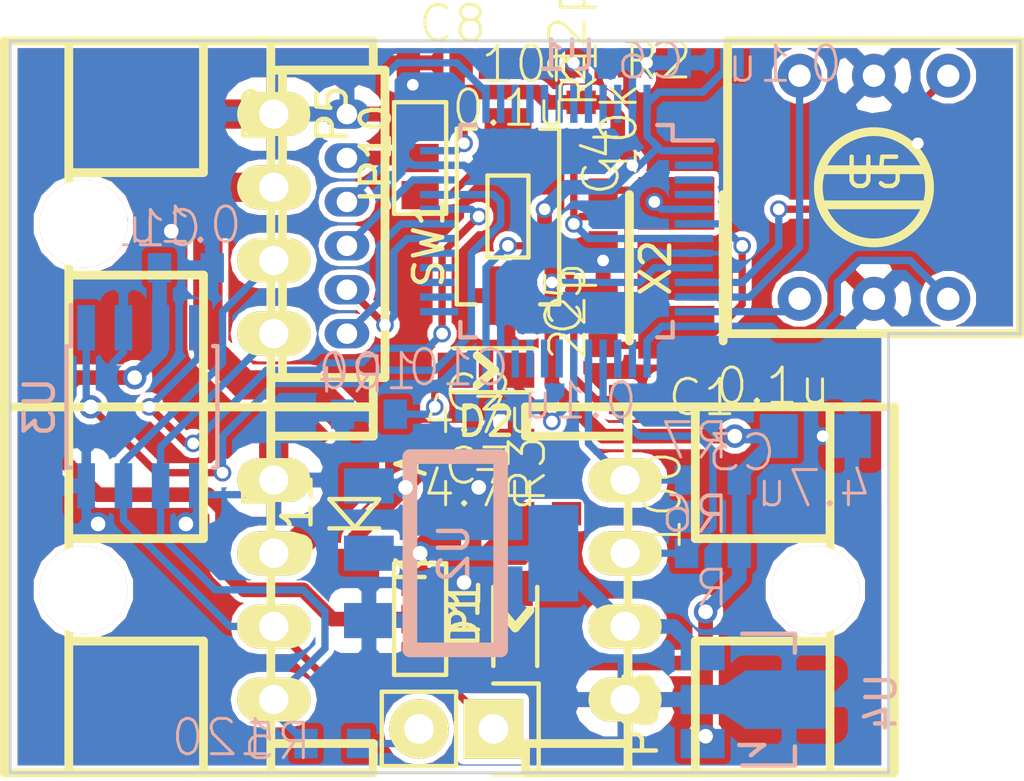
<source format=kicad_pcb>
(kicad_pcb (version 4) (host pcbnew 4.0.5)

  (general
    (links 90)
    (no_connects 0)
    (area -0.050001 -0.050001 34.550001 25.050001)
    (thickness 1.6)
    (drawings 6)
    (tracks 403)
    (zones 0)
    (modules 34)
    (nets 30)
  )

  (page A4)
  (layers
    (0 F.Cu signal)
    (31 B.Cu signal)
    (32 B.Adhes user)
    (33 F.Adhes user)
    (34 B.Paste user)
    (35 F.Paste user)
    (36 B.SilkS user)
    (37 F.SilkS user)
    (38 B.Mask user)
    (39 F.Mask user)
    (40 Dwgs.User user)
    (41 Cmts.User user)
    (42 Eco1.User user)
    (43 Eco2.User user)
    (44 Edge.Cuts user)
    (45 Margin user)
    (46 B.CrtYd user)
    (47 F.CrtYd user)
    (48 B.Fab user)
    (49 F.Fab user)
  )

  (setup
    (last_trace_width 0.25)
    (user_trace_width 0.5)
    (user_trace_width 1)
    (trace_clearance 0.2)
    (zone_clearance 0.2)
    (zone_45_only no)
    (trace_min 0.2)
    (segment_width 0.2)
    (edge_width 0.1)
    (via_size 0.6)
    (via_drill 0.4)
    (via_min_size 0.4)
    (via_min_drill 0.3)
    (user_via 0.8 0.5)
    (user_via 1.2 1)
    (uvia_size 0.3)
    (uvia_drill 0.1)
    (uvias_allowed no)
    (uvia_min_size 0.2)
    (uvia_min_drill 0.1)
    (pcb_text_width 0.3)
    (pcb_text_size 1.5 1.5)
    (mod_edge_width 0.15)
    (mod_text_size 1 1)
    (mod_text_width 0.15)
    (pad_size 1.5 1.5)
    (pad_drill 0.6)
    (pad_to_mask_clearance 0)
    (aux_axis_origin 0 0)
    (visible_elements 7FFDFEFF)
    (pcbplotparams
      (layerselection 0x010f0_80000001)
      (usegerberextensions false)
      (excludeedgelayer true)
      (linewidth 0.100000)
      (plotframeref false)
      (viasonmask false)
      (mode 1)
      (useauxorigin false)
      (hpglpennumber 1)
      (hpglpenspeed 20)
      (hpglpendiameter 15)
      (hpglpenoverlay 2)
      (psnegative false)
      (psa4output false)
      (plotreference false)
      (plotvalue true)
      (plotinvisibletext false)
      (padsonsilk false)
      (subtractmaskfromsilk false)
      (outputformat 1)
      (mirror false)
      (drillshape 0)
      (scaleselection 1)
      (outputdirectory ""))
  )

  (net 0 "")
  (net 1 GND)
  (net 2 /NRST)
  (net 3 +12V)
  (net 4 +3.3V)
  (net 5 /OSC_IN)
  (net 6 /OSC_OUT)
  (net 7 +5V)
  (net 8 "Net-(D1-Pad2)")
  (net 9 "Net-(D2-Pad2)")
  (net 10 /LED)
  (net 11 "Net-(D11-Pad2)")
  (net 12 "Net-(JP10-Pad2)")
  (net 13 /CAN_L)
  (net 14 /CAN_H)
  (net 15 /ENC_B)
  (net 16 /ENC_A)
  (net 17 /SWCLK)
  (net 18 /SWDIO)
  (net 19 /USART_TX)
  (net 20 /USART_RX)
  (net 21 "Net-(P6-Pad2)")
  (net 22 /SEL_1)
  (net 23 /SEL_2)
  (net 24 /SEL_4)
  (net 25 /SEL_8)
  (net 26 /CAN_RX)
  (net 27 /CAN_TX)
  (net 28 /BOOT0)
  (net 29 "Net-(C11-Pad2)")

  (net_class Default "これは標準のネット クラスです。"
    (clearance 0.2)
    (trace_width 0.25)
    (via_dia 0.6)
    (via_drill 0.4)
    (uvia_dia 0.3)
    (uvia_drill 0.1)
    (add_net +12V)
    (add_net +3.3V)
    (add_net +5V)
    (add_net /BOOT0)
    (add_net /CAN_H)
    (add_net /CAN_L)
    (add_net /CAN_RX)
    (add_net /CAN_TX)
    (add_net /ENC_A)
    (add_net /ENC_B)
    (add_net /LED)
    (add_net /NRST)
    (add_net /OSC_IN)
    (add_net /OSC_OUT)
    (add_net /SEL_1)
    (add_net /SEL_2)
    (add_net /SEL_4)
    (add_net /SEL_8)
    (add_net /SWCLK)
    (add_net /SWDIO)
    (add_net /USART_RX)
    (add_net /USART_TX)
    (add_net GND)
    (add_net "Net-(C11-Pad2)")
    (add_net "Net-(D1-Pad2)")
    (add_net "Net-(D11-Pad2)")
    (add_net "Net-(D2-Pad2)")
    (add_net "Net-(JP10-Pad2)")
    (add_net "Net-(P6-Pad2)")
  )

  (module RP_KiCAD_Connector:XA_4LC (layer F.Cu) (tedit 585B7649) (tstamp 58757517)
    (at 21 22.5 90)
    (path /586F6734)
    (fp_text reference P3 (at 0 0.5 90) (layer F.SilkS)
      (effects (font (size 1 1) (thickness 0.15)))
    )
    (fp_text value CONN_01X04 (at 3.5 8 90) (layer F.Fab)
      (effects (font (size 1 1) (thickness 0.15)))
    )
    (fp_line (start 10 9.2) (end -2.5 9.2) (layer F.SilkS) (width 0.3))
    (fp_line (start 10 -3.4) (end 10 9.2) (layer F.SilkS) (width 0.3))
    (fp_line (start 9 0.1) (end 9 -3.4) (layer F.SilkS) (width 0.3))
    (fp_line (start 9 -3.4) (end 10 -3.4) (layer F.SilkS) (width 0.3))
    (fp_line (start -2.5 0.1) (end 10 0.1) (layer F.SilkS) (width 0.3))
    (fp_line (start 5.5 2.4) (end 5.5 7) (layer F.SilkS) (width 0.3))
    (fp_line (start 5.5 2.4) (end 10 2.4) (layer F.SilkS) (width 0.3))
    (fp_line (start 2 7) (end 2 2.4) (layer F.SilkS) (width 0.3))
    (fp_line (start 2 2.4) (end -2.5 2.4) (layer F.SilkS) (width 0.3))
    (fp_line (start -2.5 7) (end 10 7) (layer F.SilkS) (width 0.3))
    (fp_line (start -2.5 -3.4) (end -2.5 9.2) (layer F.SilkS) (width 0.3))
    (fp_line (start -2.5 -3.4) (end -1.5 -3.4) (layer F.SilkS) (width 0.3))
    (fp_line (start -1.5 -3.4) (end -1.5 0.1) (layer F.SilkS) (width 0.3))
    (pad 1 thru_hole oval (at 0 0 90) (size 1.5 2.5) (drill 1) (layers *.Cu *.Mask F.SilkS)
      (net 1 GND))
    (pad 2 thru_hole oval (at 2.5 0 90) (size 1.5 2.5) (drill 1) (layers *.Cu *.Mask F.SilkS)
      (net 7 +5V))
    (pad 3 thru_hole oval (at 5 0 90) (size 1.5 2.5) (drill 1) (layers *.Cu *.Mask F.SilkS)
      (net 16 /ENC_A))
    (pad 4 thru_hole oval (at 7.5 0 90) (size 1.5 2.5) (drill 1) (layers *.Cu *.Mask F.SilkS)
      (net 15 /ENC_B))
    (pad "" thru_hole circle (at 3.75 6.5 90) (size 3 3) (drill 3) (layers *.Cu *.Mask F.SilkS)
      (clearance -0.3))
    (model conn_XA/XA_4S.wrl
      (at (xyz 0.15 -0.2 0))
      (scale (xyz 4 4 4))
      (rotate (xyz 0 0 180))
    )
  )

  (module RP_KiCAD_Connector:XA_4LC (layer F.Cu) (tedit 585B7649) (tstamp 58757068)
    (at 9 15 270)
    (path /57DCDD10)
    (fp_text reference P1 (at 0 0.5 270) (layer F.SilkS)
      (effects (font (size 1 1) (thickness 0.15)))
    )
    (fp_text value CONN_01X04 (at 3.5 8 270) (layer F.Fab)
      (effects (font (size 1 1) (thickness 0.15)))
    )
    (fp_line (start 10 9.2) (end -2.5 9.2) (layer F.SilkS) (width 0.3))
    (fp_line (start 10 -3.4) (end 10 9.2) (layer F.SilkS) (width 0.3))
    (fp_line (start 9 0.1) (end 9 -3.4) (layer F.SilkS) (width 0.3))
    (fp_line (start 9 -3.4) (end 10 -3.4) (layer F.SilkS) (width 0.3))
    (fp_line (start -2.5 0.1) (end 10 0.1) (layer F.SilkS) (width 0.3))
    (fp_line (start 5.5 2.4) (end 5.5 7) (layer F.SilkS) (width 0.3))
    (fp_line (start 5.5 2.4) (end 10 2.4) (layer F.SilkS) (width 0.3))
    (fp_line (start 2 7) (end 2 2.4) (layer F.SilkS) (width 0.3))
    (fp_line (start 2 2.4) (end -2.5 2.4) (layer F.SilkS) (width 0.3))
    (fp_line (start -2.5 7) (end 10 7) (layer F.SilkS) (width 0.3))
    (fp_line (start -2.5 -3.4) (end -2.5 9.2) (layer F.SilkS) (width 0.3))
    (fp_line (start -2.5 -3.4) (end -1.5 -3.4) (layer F.SilkS) (width 0.3))
    (fp_line (start -1.5 -3.4) (end -1.5 0.1) (layer F.SilkS) (width 0.3))
    (pad 1 thru_hole oval (at 0 0 270) (size 1.5 2.5) (drill 1) (layers *.Cu *.Mask F.SilkS)
      (net 1 GND))
    (pad 2 thru_hole oval (at 2.5 0 270) (size 1.5 2.5) (drill 1) (layers *.Cu *.Mask F.SilkS)
      (net 11 "Net-(D11-Pad2)"))
    (pad 3 thru_hole oval (at 5 0 270) (size 1.5 2.5) (drill 1) (layers *.Cu *.Mask F.SilkS)
      (net 14 /CAN_H))
    (pad 4 thru_hole oval (at 7.5 0 270) (size 1.5 2.5) (drill 1) (layers *.Cu *.Mask F.SilkS)
      (net 13 /CAN_L))
    (pad "" thru_hole circle (at 3.75 6.5 270) (size 3 3) (drill 3) (layers *.Cu *.Mask F.SilkS)
      (clearance -0.3))
    (model conn_XA/XA_4S.wrl
      (at (xyz 0.15 -0.2 0))
      (scale (xyz 4 4 4))
      (rotate (xyz 0 0 180))
    )
  )

  (module RP_KiCAD_Libs:C1608_WP (layer F.Cu) (tedit 5876E9EB) (tstamp 58705AA5)
    (at 21.75 12.25 180)
    (descr <b>CAPACITOR</b>)
    (path /5773C845)
    (fp_text reference C1 (at -0.635 -0.635 180) (layer F.SilkS)
      (effects (font (size 1.2065 1.2065) (thickness 0.1016)) (justify left bottom))
    )
    (fp_text value 0.1u (at -2.25 -0.25 180) (layer F.SilkS)
      (effects (font (size 1.2065 1.2065) (thickness 0.1016)) (justify left bottom))
    )
    (fp_line (start -0.356 -0.432) (end 0.356 -0.432) (layer Dwgs.User) (width 0.1016))
    (fp_line (start -0.356 0.419) (end 0.356 0.419) (layer Dwgs.User) (width 0.1016))
    (fp_poly (pts (xy -0.8382 0.4699) (xy -0.3381 0.4699) (xy -0.3381 -0.4801) (xy -0.8382 -0.4801)) (layer Dwgs.User) (width 0))
    (fp_poly (pts (xy 0.3302 0.4699) (xy 0.8303 0.4699) (xy 0.8303 -0.4801) (xy 0.3302 -0.4801)) (layer Dwgs.User) (width 0))
    (fp_poly (pts (xy -0.1999 0.3) (xy 0.1999 0.3) (xy 0.1999 -0.3) (xy -0.1999 -0.3)) (layer F.Adhes) (width 0))
    (pad 1 smd rect (at -0.9 0 180) (size 0.8 1) (layers F.Cu F.Paste F.Mask)
      (net 1 GND))
    (pad 2 smd rect (at 0.9 0 180) (size 0.8 1) (layers F.Cu F.Paste F.Mask)
      (net 2 /NRST))
    (model Resistors_SMD.3dshapes/R_0603.wrl
      (at (xyz 0 0 0))
      (scale (xyz 1 1 1))
      (rotate (xyz 0 0 0))
    )
  )

  (module RP_KiCAD_Libs:C2012 (layer F.Cu) (tedit 5876E9DB) (tstamp 58705AB0)
    (at 16 14)
    (descr <b>CAPACITOR</b>)
    (path /57DCED95)
    (fp_text reference C2 (at -1.27 -1.27) (layer F.SilkS)
      (effects (font (size 1.2065 1.2065) (thickness 0.1016)) (justify left bottom))
    )
    (fp_text value 4.7u (at -2 -0.5 180) (layer F.SilkS)
      (effects (font (size 1.2065 1.2065) (thickness 0.1016)) (justify left bottom))
    )
    (fp_line (start -0.381 -0.66) (end 0.381 -0.66) (layer Dwgs.User) (width 0.1016))
    (fp_line (start -0.356 0.66) (end 0.381 0.66) (layer Dwgs.User) (width 0.1016))
    (fp_poly (pts (xy -1.0922 0.7239) (xy -0.3421 0.7239) (xy -0.3421 -0.7262) (xy -1.0922 -0.7262)) (layer Dwgs.User) (width 0))
    (fp_poly (pts (xy 0.3556 0.7239) (xy 1.1057 0.7239) (xy 1.1057 -0.7262) (xy 0.3556 -0.7262)) (layer Dwgs.User) (width 0))
    (fp_poly (pts (xy -0.1001 0.4001) (xy 0.1001 0.4001) (xy 0.1001 -0.4001) (xy -0.1001 -0.4001)) (layer F.Adhes) (width 0))
    (pad 1 smd rect (at -1.25 0) (size 1.3 1.5) (layers F.Cu F.Paste F.Mask)
      (net 3 +12V))
    (pad 2 smd rect (at 1.25 0) (size 1.3 1.5) (layers F.Cu F.Paste F.Mask)
      (net 1 GND))
    (model Resistors_SMD.3dshapes/R_0805.wrl
      (at (xyz 0 0 0))
      (scale (xyz 1 1 1))
      (rotate (xyz 0 0 0))
    )
  )

  (module RP_KiCAD_Libs:C2012 (layer B.Cu) (tedit 5876E945) (tstamp 58705ABB)
    (at 27.5 13.5)
    (descr <b>CAPACITOR</b>)
    (path /5815D48B)
    (fp_text reference C3 (at -1.27 1.27) (layer B.SilkS)
      (effects (font (size 1.2065 1.2065) (thickness 0.1016)) (justify left bottom mirror))
    )
    (fp_text value 4.7u (at 2 2.5) (layer B.SilkS)
      (effects (font (size 1.2065 1.2065) (thickness 0.1016)) (justify left bottom mirror))
    )
    (fp_line (start -0.381 0.66) (end 0.381 0.66) (layer Dwgs.User) (width 0.1016))
    (fp_line (start -0.356 -0.66) (end 0.381 -0.66) (layer Dwgs.User) (width 0.1016))
    (fp_poly (pts (xy -1.0922 -0.7239) (xy -0.3421 -0.7239) (xy -0.3421 0.7262) (xy -1.0922 0.7262)) (layer Dwgs.User) (width 0))
    (fp_poly (pts (xy 0.3556 -0.7239) (xy 1.1057 -0.7239) (xy 1.1057 0.7262) (xy 0.3556 0.7262)) (layer Dwgs.User) (width 0))
    (fp_poly (pts (xy -0.1001 -0.4001) (xy 0.1001 -0.4001) (xy 0.1001 0.4001) (xy -0.1001 0.4001)) (layer B.Adhes) (width 0))
    (pad 1 smd rect (at -1.25 0) (size 1.3 1.5) (layers B.Cu B.Paste B.Mask)
      (net 4 +3.3V))
    (pad 2 smd rect (at 1.25 0) (size 1.3 1.5) (layers B.Cu B.Paste B.Mask)
      (net 1 GND))
    (model Resistors_SMD.3dshapes/R_0805.wrl
      (at (xyz 0 0 0))
      (scale (xyz 1 1 1))
      (rotate (xyz 0 0 0))
    )
  )

  (module RP_KiCAD_Libs:C1608_WP (layer F.Cu) (tedit 5876E90F) (tstamp 58705AC6)
    (at 20.25 6 270)
    (descr <b>CAPACITOR</b>)
    (path /5773C365)
    (fp_text reference C4 (at -0.635 -0.635 270) (layer F.SilkS)
      (effects (font (size 1.2065 1.2065) (thickness 0.1016)) (justify left bottom))
    )
    (fp_text value 22p (at -4.5 0.5 270) (layer F.SilkS)
      (effects (font (size 1.2065 1.2065) (thickness 0.1016)) (justify left bottom))
    )
    (fp_line (start -0.356 -0.432) (end 0.356 -0.432) (layer Dwgs.User) (width 0.1016))
    (fp_line (start -0.356 0.419) (end 0.356 0.419) (layer Dwgs.User) (width 0.1016))
    (fp_poly (pts (xy -0.8382 0.4699) (xy -0.3381 0.4699) (xy -0.3381 -0.4801) (xy -0.8382 -0.4801)) (layer Dwgs.User) (width 0))
    (fp_poly (pts (xy 0.3302 0.4699) (xy 0.8303 0.4699) (xy 0.8303 -0.4801) (xy 0.3302 -0.4801)) (layer Dwgs.User) (width 0))
    (fp_poly (pts (xy -0.1999 0.3) (xy 0.1999 0.3) (xy 0.1999 -0.3) (xy -0.1999 -0.3)) (layer F.Adhes) (width 0))
    (pad 1 smd rect (at -0.9 0 270) (size 0.8 1) (layers F.Cu F.Paste F.Mask)
      (net 5 /OSC_IN))
    (pad 2 smd rect (at 0.9 0 270) (size 0.8 1) (layers F.Cu F.Paste F.Mask)
      (net 1 GND))
    (model Resistors_SMD.3dshapes/R_0603.wrl
      (at (xyz 0 0 0))
      (scale (xyz 1 1 1))
      (rotate (xyz 0 0 0))
    )
  )

  (module RP_KiCAD_Libs:C1608_WP (layer F.Cu) (tedit 5876E915) (tstamp 58705AD1)
    (at 20.25 9.5 90)
    (descr <b>CAPACITOR</b>)
    (path /5773C36B)
    (fp_text reference C5 (at -0.635 -0.635 90) (layer F.SilkS)
      (effects (font (size 1.2065 1.2065) (thickness 0.1016)) (justify left bottom))
    )
    (fp_text value 22p (at -1.5 -0.5 90) (layer F.SilkS)
      (effects (font (size 1.2065 1.2065) (thickness 0.1016)) (justify left bottom))
    )
    (fp_line (start -0.356 -0.432) (end 0.356 -0.432) (layer Dwgs.User) (width 0.1016))
    (fp_line (start -0.356 0.419) (end 0.356 0.419) (layer Dwgs.User) (width 0.1016))
    (fp_poly (pts (xy -0.8382 0.4699) (xy -0.3381 0.4699) (xy -0.3381 -0.4801) (xy -0.8382 -0.4801)) (layer Dwgs.User) (width 0))
    (fp_poly (pts (xy 0.3302 0.4699) (xy 0.8303 0.4699) (xy 0.8303 -0.4801) (xy 0.3302 -0.4801)) (layer Dwgs.User) (width 0))
    (fp_poly (pts (xy -0.1999 0.3) (xy 0.1999 0.3) (xy 0.1999 -0.3) (xy -0.1999 -0.3)) (layer F.Adhes) (width 0))
    (pad 1 smd rect (at -0.9 0 90) (size 0.8 1) (layers F.Cu F.Paste F.Mask)
      (net 6 /OSC_OUT))
    (pad 2 smd rect (at 0.9 0 90) (size 0.8 1) (layers F.Cu F.Paste F.Mask)
      (net 1 GND))
    (model Resistors_SMD.3dshapes/R_0603.wrl
      (at (xyz 0 0 0))
      (scale (xyz 1 1 1))
      (rotate (xyz 0 0 0))
    )
  )

  (module RP_KiCAD_Libs:C1608_WP (layer B.Cu) (tedit 5876E91E) (tstamp 58705ADC)
    (at 23.75 0.75)
    (descr <b>CAPACITOR</b>)
    (path /586F7A9C)
    (fp_text reference C6 (at -0.635 0.635) (layer B.SilkS)
      (effects (font (size 1.2065 1.2065) (thickness 0.1016)) (justify left bottom mirror))
    )
    (fp_text value 0.1u (at 4.75 0.75) (layer B.SilkS)
      (effects (font (size 1.2065 1.2065) (thickness 0.1016)) (justify left bottom mirror))
    )
    (fp_line (start -0.356 0.432) (end 0.356 0.432) (layer Dwgs.User) (width 0.1016))
    (fp_line (start -0.356 -0.419) (end 0.356 -0.419) (layer Dwgs.User) (width 0.1016))
    (fp_poly (pts (xy -0.8382 -0.4699) (xy -0.3381 -0.4699) (xy -0.3381 0.4801) (xy -0.8382 0.4801)) (layer Dwgs.User) (width 0))
    (fp_poly (pts (xy 0.3302 -0.4699) (xy 0.8303 -0.4699) (xy 0.8303 0.4801) (xy 0.3302 0.4801)) (layer Dwgs.User) (width 0))
    (fp_poly (pts (xy -0.1999 -0.3) (xy 0.1999 -0.3) (xy 0.1999 0.3) (xy -0.1999 0.3)) (layer B.Adhes) (width 0))
    (pad 1 smd rect (at -0.9 0) (size 0.8 1) (layers B.Cu B.Paste B.Mask)
      (net 1 GND))
    (pad 2 smd rect (at 0.9 0) (size 0.8 1) (layers B.Cu B.Paste B.Mask)
      (net 4 +3.3V))
    (model Resistors_SMD.3dshapes/R_0603.wrl
      (at (xyz 0 0 0))
      (scale (xyz 1 1 1))
      (rotate (xyz 0 0 0))
    )
  )

  (module RP_KiCAD_Libs:C2012 (layer F.Cu) (tedit 5876E9D6) (tstamp 58705AE7)
    (at 16 16.5)
    (descr <b>CAPACITOR</b>)
    (path /57DCED4E)
    (fp_text reference C7 (at -1.27 -1.27) (layer F.SilkS)
      (effects (font (size 1.2065 1.2065) (thickness 0.1016)) (justify left bottom))
    )
    (fp_text value 4.7u (at -2 -0.5 180) (layer F.SilkS)
      (effects (font (size 1.2065 1.2065) (thickness 0.1016)) (justify left bottom))
    )
    (fp_line (start -0.381 -0.66) (end 0.381 -0.66) (layer Dwgs.User) (width 0.1016))
    (fp_line (start -0.356 0.66) (end 0.381 0.66) (layer Dwgs.User) (width 0.1016))
    (fp_poly (pts (xy -1.0922 0.7239) (xy -0.3421 0.7239) (xy -0.3421 -0.7262) (xy -1.0922 -0.7262)) (layer Dwgs.User) (width 0))
    (fp_poly (pts (xy 0.3556 0.7239) (xy 1.1057 0.7239) (xy 1.1057 -0.7262) (xy 0.3556 -0.7262)) (layer Dwgs.User) (width 0))
    (fp_poly (pts (xy -0.1001 0.4001) (xy 0.1001 0.4001) (xy 0.1001 -0.4001) (xy -0.1001 -0.4001)) (layer F.Adhes) (width 0))
    (pad 1 smd rect (at -1.25 0) (size 1.3 1.5) (layers F.Cu F.Paste F.Mask)
      (net 7 +5V))
    (pad 2 smd rect (at 1.25 0) (size 1.3 1.5) (layers F.Cu F.Paste F.Mask)
      (net 1 GND))
    (model Resistors_SMD.3dshapes/R_0805.wrl
      (at (xyz 0 0 0))
      (scale (xyz 1 1 1))
      (rotate (xyz 0 0 0))
    )
  )

  (module RP_KiCAD_Libs:C1608_WP (layer F.Cu) (tedit 5876E9FA) (tstamp 58705AF2)
    (at 14.5 0.75)
    (descr <b>CAPACITOR</b>)
    (path /581BF2D3)
    (fp_text reference C8 (at -0.635 -0.635) (layer F.SilkS)
      (effects (font (size 1.2065 1.2065) (thickness 0.1016)) (justify left bottom))
    )
    (fp_text value 0.1u (at 0.5 2.25) (layer F.SilkS)
      (effects (font (size 1.2065 1.2065) (thickness 0.1016)) (justify left bottom))
    )
    (fp_line (start -0.356 -0.432) (end 0.356 -0.432) (layer Dwgs.User) (width 0.1016))
    (fp_line (start -0.356 0.419) (end 0.356 0.419) (layer Dwgs.User) (width 0.1016))
    (fp_poly (pts (xy -0.8382 0.4699) (xy -0.3381 0.4699) (xy -0.3381 -0.4801) (xy -0.8382 -0.4801)) (layer Dwgs.User) (width 0))
    (fp_poly (pts (xy 0.3302 0.4699) (xy 0.8303 0.4699) (xy 0.8303 -0.4801) (xy 0.3302 -0.4801)) (layer Dwgs.User) (width 0))
    (fp_poly (pts (xy -0.1999 0.3) (xy 0.1999 0.3) (xy 0.1999 -0.3) (xy -0.1999 -0.3)) (layer F.Adhes) (width 0))
    (pad 1 smd rect (at -0.9 0) (size 0.8 1) (layers F.Cu F.Paste F.Mask)
      (net 1 GND))
    (pad 2 smd rect (at 0.9 0) (size 0.8 1) (layers F.Cu F.Paste F.Mask)
      (net 4 +3.3V))
    (model Resistors_SMD.3dshapes/R_0603.wrl
      (at (xyz 0 0 0))
      (scale (xyz 1 1 1))
      (rotate (xyz 0 0 0))
    )
  )

  (module RP_KiCAD_Libs:C1608_WP (layer B.Cu) (tedit 5876EA1E) (tstamp 58705B08)
    (at 16.5 12.5 180)
    (descr <b>CAPACITOR</b>)
    (path /586F7A8A)
    (fp_text reference C10 (at -0.635 0.635 180) (layer B.SilkS)
      (effects (font (size 1.2065 1.2065) (thickness 0.1016)) (justify left bottom mirror))
    )
    (fp_text value 0.1u (at -5 -0.5 180) (layer B.SilkS)
      (effects (font (size 1.2065 1.2065) (thickness 0.1016)) (justify left bottom mirror))
    )
    (fp_line (start -0.356 0.432) (end 0.356 0.432) (layer Dwgs.User) (width 0.1016))
    (fp_line (start -0.356 -0.419) (end 0.356 -0.419) (layer Dwgs.User) (width 0.1016))
    (fp_poly (pts (xy -0.8382 -0.4699) (xy -0.3381 -0.4699) (xy -0.3381 0.4801) (xy -0.8382 0.4801)) (layer Dwgs.User) (width 0))
    (fp_poly (pts (xy 0.3302 -0.4699) (xy 0.8303 -0.4699) (xy 0.8303 0.4801) (xy 0.3302 0.4801)) (layer Dwgs.User) (width 0))
    (fp_poly (pts (xy -0.1999 -0.3) (xy 0.1999 -0.3) (xy 0.1999 0.3) (xy -0.1999 0.3)) (layer B.Adhes) (width 0))
    (pad 1 smd rect (at -0.9 0 180) (size 0.8 1) (layers B.Cu B.Paste B.Mask)
      (net 1 GND))
    (pad 2 smd rect (at 0.9 0 180) (size 0.8 1) (layers B.Cu B.Paste B.Mask)
      (net 4 +3.3V))
    (model Resistors_SMD.3dshapes/R_0603.wrl
      (at (xyz 0 0 0))
      (scale (xyz 1 1 1))
      (rotate (xyz 0 0 0))
    )
  )

  (module RP_KiCAD_Libs:C1608_WP (layer B.Cu) (tedit 5876E935) (tstamp 58705B13)
    (at 6 7.75 180)
    (descr <b>CAPACITOR</b>)
    (path /586F8127)
    (fp_text reference C11 (at -0.635 0.635 180) (layer B.SilkS)
      (effects (font (size 1.2065 1.2065) (thickness 0.1016)) (justify left bottom mirror))
    )
    (fp_text value 0.1u (at -2 0.75 180) (layer B.SilkS)
      (effects (font (size 1.2065 1.2065) (thickness 0.1016)) (justify left bottom mirror))
    )
    (fp_line (start -0.356 0.432) (end 0.356 0.432) (layer Dwgs.User) (width 0.1016))
    (fp_line (start -0.356 -0.419) (end 0.356 -0.419) (layer Dwgs.User) (width 0.1016))
    (fp_poly (pts (xy -0.8382 -0.4699) (xy -0.3381 -0.4699) (xy -0.3381 0.4801) (xy -0.8382 0.4801)) (layer Dwgs.User) (width 0))
    (fp_poly (pts (xy 0.3302 -0.4699) (xy 0.8303 -0.4699) (xy 0.8303 0.4801) (xy 0.3302 0.4801)) (layer Dwgs.User) (width 0))
    (fp_poly (pts (xy -0.1999 -0.3) (xy 0.1999 -0.3) (xy 0.1999 0.3) (xy -0.1999 0.3)) (layer B.Adhes) (width 0))
    (pad 1 smd rect (at -0.9 0 180) (size 0.8 1) (layers B.Cu B.Paste B.Mask)
      (net 1 GND))
    (pad 2 smd rect (at 0.9 0 180) (size 0.8 1) (layers B.Cu B.Paste B.Mask)
      (net 29 "Net-(C11-Pad2)"))
    (model Resistors_SMD.3dshapes/R_0603.wrl
      (at (xyz 0 0 0))
      (scale (xyz 1 1 1))
      (rotate (xyz 0 0 0))
    )
  )

  (module LEDs:LED_0805 (layer F.Cu) (tedit 57EDF824) (tstamp 58705B21)
    (at 17.25 19.75 90)
    (descr "LED 0805 smd package")
    (tags "LED 0805 SMD")
    (path /57DD2FEB)
    (attr smd)
    (fp_text reference D1 (at 0 -1.75 90) (layer F.SilkS)
      (effects (font (size 1 1) (thickness 0.15)))
    )
    (fp_text value LED (at 0 1.75 90) (layer F.Fab)
      (effects (font (size 1 1) (thickness 0.15)))
    )
    (fp_line (start -0.3 0) (end 0.3 0.5) (layer F.SilkS) (width 0.3))
    (fp_line (start -0.3 0) (end 0.3 -0.5) (layer F.SilkS) (width 0.3))
    (fp_line (start -1.6 0.75) (end 1.1 0.75) (layer F.SilkS) (width 0.15))
    (fp_line (start -1.6 -0.75) (end 1.1 -0.75) (layer F.SilkS) (width 0.15))
    (fp_line (start 1.9 -0.95) (end 1.9 0.95) (layer F.CrtYd) (width 0.05))
    (fp_line (start 1.9 0.95) (end -1.9 0.95) (layer F.CrtYd) (width 0.05))
    (fp_line (start -1.9 0.95) (end -1.9 -0.95) (layer F.CrtYd) (width 0.05))
    (fp_line (start -1.9 -0.95) (end 1.9 -0.95) (layer F.CrtYd) (width 0.05))
    (pad 2 smd rect (at 1.04902 0 270) (size 1.19888 1.19888) (layers F.Cu F.Paste F.Mask)
      (net 8 "Net-(D1-Pad2)"))
    (pad 1 smd rect (at -1.04902 0 270) (size 1.19888 1.19888) (layers F.Cu F.Paste F.Mask)
      (net 4 +3.3V))
    (model LEDs.3dshapes/LED_0805.wrl
      (at (xyz 0 0 0))
      (scale (xyz 1 1 1))
      (rotate (xyz 0 0 0))
    )
  )

  (module LEDs:LED_0805 (layer F.Cu) (tedit 57EDF824) (tstamp 58705B2F)
    (at 16.25 11.25 180)
    (descr "LED 0805 smd package")
    (tags "LED 0805 SMD")
    (path /57DD3BCB)
    (attr smd)
    (fp_text reference D2 (at 0 -1.75 180) (layer F.SilkS)
      (effects (font (size 1 1) (thickness 0.15)))
    )
    (fp_text value LED (at 0 1.75 180) (layer F.Fab)
      (effects (font (size 1 1) (thickness 0.15)))
    )
    (fp_line (start -0.3 0) (end 0.3 0.5) (layer F.SilkS) (width 0.3))
    (fp_line (start -0.3 0) (end 0.3 -0.5) (layer F.SilkS) (width 0.3))
    (fp_line (start -1.6 0.75) (end 1.1 0.75) (layer F.SilkS) (width 0.15))
    (fp_line (start -1.6 -0.75) (end 1.1 -0.75) (layer F.SilkS) (width 0.15))
    (fp_line (start 1.9 -0.95) (end 1.9 0.95) (layer F.CrtYd) (width 0.05))
    (fp_line (start 1.9 0.95) (end -1.9 0.95) (layer F.CrtYd) (width 0.05))
    (fp_line (start -1.9 0.95) (end -1.9 -0.95) (layer F.CrtYd) (width 0.05))
    (fp_line (start -1.9 -0.95) (end 1.9 -0.95) (layer F.CrtYd) (width 0.05))
    (pad 2 smd rect (at 1.04902 0) (size 1.19888 1.19888) (layers F.Cu F.Paste F.Mask)
      (net 9 "Net-(D2-Pad2)"))
    (pad 1 smd rect (at -1.04902 0) (size 1.19888 1.19888) (layers F.Cu F.Paste F.Mask)
      (net 10 /LED))
    (model LEDs.3dshapes/LED_0805.wrl
      (at (xyz 0 0 0))
      (scale (xyz 1 1 1))
      (rotate (xyz 0 0 0))
    )
  )

  (module Connect:GS3 (layer F.Cu) (tedit 0) (tstamp 58705B4F)
    (at 14 4 180)
    (descr "Pontet Goute de soudure")
    (path /5815AB47)
    (attr virtual)
    (fp_text reference JP10 (at 1.524 0 270) (layer F.SilkS)
      (effects (font (size 1 1) (thickness 0.15)))
    )
    (fp_text value JUMPER3 (at 1.524 0 270) (layer F.Fab)
      (effects (font (size 1 1) (thickness 0.15)))
    )
    (fp_line (start -0.889 -1.905) (end -0.889 1.905) (layer F.SilkS) (width 0.15))
    (fp_line (start -0.889 1.905) (end 0.889 1.905) (layer F.SilkS) (width 0.15))
    (fp_line (start 0.889 1.905) (end 0.889 -1.905) (layer F.SilkS) (width 0.15))
    (fp_line (start -0.889 -1.905) (end 0.889 -1.905) (layer F.SilkS) (width 0.15))
    (pad 1 smd rect (at 0 -1.27 180) (size 1.27 0.9652) (layers F.Cu F.Paste F.Mask)
      (net 2 /NRST))
    (pad 2 smd rect (at 0 0 180) (size 1.27 0.9652) (layers F.Cu F.Paste F.Mask)
      (net 12 "Net-(JP10-Pad2)"))
    (pad 3 smd rect (at 0 1.27 180) (size 1.27 0.9652) (layers F.Cu F.Paste F.Mask)
      (net 4 +3.3V))
  )

  (module RP_KiCAD_Connector:ZH_6T (layer F.Cu) (tedit 585B7582) (tstamp 58705B8D)
    (at 11.5 2.5 270)
    (path /57DDCDDC)
    (fp_text reference P5 (at 0 0.5 270) (layer F.SilkS)
      (effects (font (size 1 1) (thickness 0.15)))
    )
    (fp_text value CONN_01X06 (at 3.5 1.5 270) (layer F.Fab)
      (effects (font (size 1 1) (thickness 0.15)))
    )
    (fp_line (start -1.5 -1.3) (end 9 -1.3) (layer F.SilkS) (width 0.3))
    (fp_line (start 9 -1.3) (end 9 2.2) (layer F.SilkS) (width 0.3))
    (fp_line (start 9 2.2) (end -1.5 2.2) (layer F.SilkS) (width 0.3))
    (fp_line (start -1.5 2.2) (end -1.5 -1.3) (layer F.SilkS) (width 0.3))
    (pad 1 thru_hole oval (at 0 0 270) (size 1 1.524) (drill 0.7) (layers *.Cu *.Mask)
      (net 1 GND))
    (pad 2 thru_hole oval (at 1.5 0 270) (size 1 1.524) (drill 0.7) (layers *.Cu *.Mask)
      (net 12 "Net-(JP10-Pad2)"))
    (pad 3 thru_hole oval (at 3 0 270) (size 1 1.524) (drill 0.7) (layers *.Cu *.Mask)
      (net 17 /SWCLK))
    (pad 4 thru_hole oval (at 4.5 0 270) (size 1 1.524) (drill 0.7) (layers *.Cu *.Mask)
      (net 18 /SWDIO))
    (pad 5 thru_hole oval (at 6 0 270) (size 1 1.524) (drill 0.7) (layers *.Cu *.Mask)
      (net 19 /USART_TX))
    (pad 6 thru_hole oval (at 7.5 0 270) (size 1 1.524) (drill 0.7) (layers *.Cu *.Mask)
      (net 20 /USART_RX))
    (model conn_ZRandZH/ZH_6T.wrl
      (at (xyz 0.148 0.05 0))
      (scale (xyz 4 4 4))
      (rotate (xyz -90 0 180))
    )
  )

  (module Pin_Headers:Pin_Header_Straight_1x02 (layer F.Cu) (tedit 54EA090C) (tstamp 58705B9E)
    (at 16.5 23.5 270)
    (descr "Through hole pin header")
    (tags "pin header")
    (path /57E11162)
    (fp_text reference P6 (at 0 -5.1 270) (layer F.SilkS)
      (effects (font (size 1 1) (thickness 0.15)))
    )
    (fp_text value CONN_01X02 (at 0 -3.1 270) (layer F.Fab)
      (effects (font (size 1 1) (thickness 0.15)))
    )
    (fp_line (start 1.27 1.27) (end 1.27 3.81) (layer F.SilkS) (width 0.15))
    (fp_line (start 1.55 -1.55) (end 1.55 0) (layer F.SilkS) (width 0.15))
    (fp_line (start -1.75 -1.75) (end -1.75 4.3) (layer F.CrtYd) (width 0.05))
    (fp_line (start 1.75 -1.75) (end 1.75 4.3) (layer F.CrtYd) (width 0.05))
    (fp_line (start -1.75 -1.75) (end 1.75 -1.75) (layer F.CrtYd) (width 0.05))
    (fp_line (start -1.75 4.3) (end 1.75 4.3) (layer F.CrtYd) (width 0.05))
    (fp_line (start 1.27 1.27) (end -1.27 1.27) (layer F.SilkS) (width 0.15))
    (fp_line (start -1.55 0) (end -1.55 -1.55) (layer F.SilkS) (width 0.15))
    (fp_line (start -1.55 -1.55) (end 1.55 -1.55) (layer F.SilkS) (width 0.15))
    (fp_line (start -1.27 1.27) (end -1.27 3.81) (layer F.SilkS) (width 0.15))
    (fp_line (start -1.27 3.81) (end 1.27 3.81) (layer F.SilkS) (width 0.15))
    (pad 1 thru_hole rect (at 0 0 270) (size 2.032 2.032) (drill 1.016) (layers *.Cu *.Mask F.SilkS)
      (net 14 /CAN_H))
    (pad 2 thru_hole oval (at 0 2.54 270) (size 2.032 2.032) (drill 1.016) (layers *.Cu *.Mask F.SilkS)
      (net 21 "Net-(P6-Pad2)"))
    (model Pin_Headers.3dshapes/Pin_Header_Straight_1x02.wrl
      (at (xyz 0 -0.05 0))
      (scale (xyz 1 1 1))
      (rotate (xyz 0 0 90))
    )
  )

  (module RP_KiCAD_Libs:C1608_WP (layer F.Cu) (tedit 5876E924) (tstamp 58705BA9)
    (at 19.5 3 270)
    (descr <b>CAPACITOR</b>)
    (path /5773CB7C)
    (fp_text reference R1 (at -0.635 -0.635 270) (layer F.SilkS)
      (effects (font (size 1.2065 1.2065) (thickness 0.1016)) (justify left bottom))
    )
    (fp_text value 10k (at 1.75 -2 270) (layer F.SilkS)
      (effects (font (size 1.2065 1.2065) (thickness 0.1016)) (justify left bottom))
    )
    (fp_line (start -0.356 -0.432) (end 0.356 -0.432) (layer Dwgs.User) (width 0.1016))
    (fp_line (start -0.356 0.419) (end 0.356 0.419) (layer Dwgs.User) (width 0.1016))
    (fp_poly (pts (xy -0.8382 0.4699) (xy -0.3381 0.4699) (xy -0.3381 -0.4801) (xy -0.8382 -0.4801)) (layer Dwgs.User) (width 0))
    (fp_poly (pts (xy 0.3302 0.4699) (xy 0.8303 0.4699) (xy 0.8303 -0.4801) (xy 0.3302 -0.4801)) (layer Dwgs.User) (width 0))
    (fp_poly (pts (xy -0.1999 0.3) (xy 0.1999 0.3) (xy 0.1999 -0.3) (xy -0.1999 -0.3)) (layer F.Adhes) (width 0))
    (pad 1 smd rect (at -0.9 0 270) (size 0.8 1) (layers F.Cu F.Paste F.Mask)
      (net 4 +3.3V))
    (pad 2 smd rect (at 0.9 0 270) (size 0.8 1) (layers F.Cu F.Paste F.Mask)
      (net 2 /NRST))
    (model Resistors_SMD.3dshapes/R_0603.wrl
      (at (xyz 0 0 0))
      (scale (xyz 1 1 1))
      (rotate (xyz 0 0 0))
    )
  )

  (module RP_KiCAD_Libs:C1608_WP (layer F.Cu) (tedit 5876E91B) (tstamp 58705BB4)
    (at 20.25 0.75 180)
    (descr <b>CAPACITOR</b>)
    (path /5773D19C)
    (fp_text reference R2 (at -0.635 -0.635 180) (layer F.SilkS)
      (effects (font (size 1.2065 1.2065) (thickness 0.1016)) (justify left bottom))
    )
    (fp_text value 10k (at 4.25 -0.75 180) (layer F.SilkS)
      (effects (font (size 1.2065 1.2065) (thickness 0.1016)) (justify left bottom))
    )
    (fp_line (start -0.356 -0.432) (end 0.356 -0.432) (layer Dwgs.User) (width 0.1016))
    (fp_line (start -0.356 0.419) (end 0.356 0.419) (layer Dwgs.User) (width 0.1016))
    (fp_poly (pts (xy -0.8382 0.4699) (xy -0.3381 0.4699) (xy -0.3381 -0.4801) (xy -0.8382 -0.4801)) (layer Dwgs.User) (width 0))
    (fp_poly (pts (xy 0.3302 0.4699) (xy 0.8303 0.4699) (xy 0.8303 -0.4801) (xy 0.3302 -0.4801)) (layer Dwgs.User) (width 0))
    (fp_poly (pts (xy -0.1999 0.3) (xy 0.1999 0.3) (xy 0.1999 -0.3) (xy -0.1999 -0.3)) (layer F.Adhes) (width 0))
    (pad 1 smd rect (at -0.9 0 180) (size 0.8 1) (layers F.Cu F.Paste F.Mask)
      (net 1 GND))
    (pad 2 smd rect (at 0.9 0 180) (size 0.8 1) (layers F.Cu F.Paste F.Mask)
      (net 28 /BOOT0))
    (model Resistors_SMD.3dshapes/R_0603.wrl
      (at (xyz 0 0 0))
      (scale (xyz 1 1 1))
      (rotate (xyz 0 0 0))
    )
  )

  (module RP_KiCAD_Libs:C1608_WP (layer F.Cu) (tedit 5876E9B5) (tstamp 58705BBF)
    (at 19 15.25 90)
    (descr <b>CAPACITOR</b>)
    (path /57DD3091)
    (fp_text reference R3 (at -0.635 -0.635 90) (layer F.SilkS)
      (effects (font (size 1.2065 1.2065) (thickness 0.1016)) (justify left bottom))
    )
    (fp_text value 100 (at -2.25 4 270) (layer F.SilkS)
      (effects (font (size 1.2065 1.2065) (thickness 0.1016)) (justify left bottom))
    )
    (fp_line (start -0.356 -0.432) (end 0.356 -0.432) (layer Dwgs.User) (width 0.1016))
    (fp_line (start -0.356 0.419) (end 0.356 0.419) (layer Dwgs.User) (width 0.1016))
    (fp_poly (pts (xy -0.8382 0.4699) (xy -0.3381 0.4699) (xy -0.3381 -0.4801) (xy -0.8382 -0.4801)) (layer Dwgs.User) (width 0))
    (fp_poly (pts (xy 0.3302 0.4699) (xy 0.8303 0.4699) (xy 0.8303 -0.4801) (xy 0.3302 -0.4801)) (layer Dwgs.User) (width 0))
    (fp_poly (pts (xy -0.1999 0.3) (xy 0.1999 0.3) (xy 0.1999 -0.3) (xy -0.1999 -0.3)) (layer F.Adhes) (width 0))
    (pad 1 smd rect (at -0.9 0 90) (size 0.8 1) (layers F.Cu F.Paste F.Mask)
      (net 8 "Net-(D1-Pad2)"))
    (pad 2 smd rect (at 0.9 0 90) (size 0.8 1) (layers F.Cu F.Paste F.Mask)
      (net 1 GND))
    (model Resistors_SMD.3dshapes/R_0603.wrl
      (at (xyz 0 0 0))
      (scale (xyz 1 1 1))
      (rotate (xyz 0 0 0))
    )
  )

  (module RP_KiCAD_Libs:C1608_WP (layer B.Cu) (tedit 5876EA26) (tstamp 58705BCA)
    (at 12.25 12.75 180)
    (descr <b>CAPACITOR</b>)
    (path /57DD3BD1)
    (fp_text reference R4 (at -0.635 0.635 180) (layer B.SilkS)
      (effects (font (size 1.2065 1.2065) (thickness 0.1016)) (justify left bottom mirror))
    )
    (fp_text value 100 (at -1.75 0.75 180) (layer B.SilkS)
      (effects (font (size 1.2065 1.2065) (thickness 0.1016)) (justify left bottom mirror))
    )
    (fp_line (start -0.356 0.432) (end 0.356 0.432) (layer Dwgs.User) (width 0.1016))
    (fp_line (start -0.356 -0.419) (end 0.356 -0.419) (layer Dwgs.User) (width 0.1016))
    (fp_poly (pts (xy -0.8382 -0.4699) (xy -0.3381 -0.4699) (xy -0.3381 0.4801) (xy -0.8382 0.4801)) (layer Dwgs.User) (width 0))
    (fp_poly (pts (xy 0.3302 -0.4699) (xy 0.8303 -0.4699) (xy 0.8303 0.4801) (xy 0.3302 0.4801)) (layer Dwgs.User) (width 0))
    (fp_poly (pts (xy -0.1999 -0.3) (xy 0.1999 -0.3) (xy 0.1999 0.3) (xy -0.1999 0.3)) (layer B.Adhes) (width 0))
    (pad 1 smd rect (at -0.9 0 180) (size 0.8 1) (layers B.Cu B.Paste B.Mask)
      (net 9 "Net-(D2-Pad2)"))
    (pad 2 smd rect (at 0.9 0 180) (size 0.8 1) (layers B.Cu B.Paste B.Mask)
      (net 1 GND))
    (model Resistors_SMD.3dshapes/R_0603.wrl
      (at (xyz 0 0 0))
      (scale (xyz 1 1 1))
      (rotate (xyz 0 0 0))
    )
  )

  (module RP_KiCAD_Libs:C1608_WP (layer B.Cu) (tedit 5876E93C) (tstamp 58705BD5)
    (at 11 24)
    (descr <b>CAPACITOR</b>)
    (path /57E111F2)
    (fp_text reference R5 (at -0.635 0.635) (layer B.SilkS)
      (effects (font (size 1.2065 1.2065) (thickness 0.1016)) (justify left bottom mirror))
    )
    (fp_text value 120 (at -2 0.5) (layer B.SilkS)
      (effects (font (size 1.2065 1.2065) (thickness 0.1016)) (justify left bottom mirror))
    )
    (fp_line (start -0.356 0.432) (end 0.356 0.432) (layer Dwgs.User) (width 0.1016))
    (fp_line (start -0.356 -0.419) (end 0.356 -0.419) (layer Dwgs.User) (width 0.1016))
    (fp_poly (pts (xy -0.8382 -0.4699) (xy -0.3381 -0.4699) (xy -0.3381 0.4801) (xy -0.8382 0.4801)) (layer Dwgs.User) (width 0))
    (fp_poly (pts (xy 0.3302 -0.4699) (xy 0.8303 -0.4699) (xy 0.8303 0.4801) (xy 0.3302 0.4801)) (layer Dwgs.User) (width 0))
    (fp_poly (pts (xy -0.1999 -0.3) (xy 0.1999 -0.3) (xy 0.1999 0.3) (xy -0.1999 0.3)) (layer B.Adhes) (width 0))
    (pad 1 smd rect (at -0.9 0) (size 0.8 1) (layers B.Cu B.Paste B.Mask)
      (net 13 /CAN_L))
    (pad 2 smd rect (at 0.9 0) (size 0.8 1) (layers B.Cu B.Paste B.Mask)
      (net 21 "Net-(P6-Pad2)"))
    (model Resistors_SMD.3dshapes/R_0603.wrl
      (at (xyz 0 0 0))
      (scale (xyz 1 1 1))
      (rotate (xyz 0 0 0))
    )
  )

  (module RP_KiCAD_Libs:C1608_WP (layer B.Cu) (tedit 57C3E677) (tstamp 58705BE0)
    (at 24 17.5 180)
    (descr <b>CAPACITOR</b>)
    (path /58700099)
    (fp_text reference R6 (at -0.635 0.635 180) (layer B.SilkS)
      (effects (font (size 1.2065 1.2065) (thickness 0.1016)) (justify left bottom mirror))
    )
    (fp_text value R (at -0.635 -1.905 180) (layer B.SilkS)
      (effects (font (size 1.2065 1.2065) (thickness 0.1016)) (justify left bottom mirror))
    )
    (fp_line (start -0.356 0.432) (end 0.356 0.432) (layer Dwgs.User) (width 0.1016))
    (fp_line (start -0.356 -0.419) (end 0.356 -0.419) (layer Dwgs.User) (width 0.1016))
    (fp_poly (pts (xy -0.8382 -0.4699) (xy -0.3381 -0.4699) (xy -0.3381 0.4801) (xy -0.8382 0.4801)) (layer Dwgs.User) (width 0))
    (fp_poly (pts (xy 0.3302 -0.4699) (xy 0.8303 -0.4699) (xy 0.8303 0.4801) (xy 0.3302 0.4801)) (layer Dwgs.User) (width 0))
    (fp_poly (pts (xy -0.1999 -0.3) (xy 0.1999 -0.3) (xy 0.1999 0.3) (xy -0.1999 0.3)) (layer B.Adhes) (width 0))
    (pad 1 smd rect (at -0.9 0 180) (size 0.8 1) (layers B.Cu B.Paste B.Mask)
      (net 4 +3.3V))
    (pad 2 smd rect (at 0.9 0 180) (size 0.8 1) (layers B.Cu B.Paste B.Mask)
      (net 16 /ENC_A))
    (model Resistors_SMD.3dshapes/R_0603.wrl
      (at (xyz 0 0 0))
      (scale (xyz 1 1 1))
      (rotate (xyz 0 0 0))
    )
  )

  (module RP_KiCAD_Libs:C1608_WP (layer B.Cu) (tedit 57C3E677) (tstamp 58705BEB)
    (at 24 15 180)
    (descr <b>CAPACITOR</b>)
    (path /5870012D)
    (fp_text reference R7 (at -0.635 0.635 180) (layer B.SilkS)
      (effects (font (size 1.2065 1.2065) (thickness 0.1016)) (justify left bottom mirror))
    )
    (fp_text value R (at -0.635 -1.905 180) (layer B.SilkS)
      (effects (font (size 1.2065 1.2065) (thickness 0.1016)) (justify left bottom mirror))
    )
    (fp_line (start -0.356 0.432) (end 0.356 0.432) (layer Dwgs.User) (width 0.1016))
    (fp_line (start -0.356 -0.419) (end 0.356 -0.419) (layer Dwgs.User) (width 0.1016))
    (fp_poly (pts (xy -0.8382 -0.4699) (xy -0.3381 -0.4699) (xy -0.3381 0.4801) (xy -0.8382 0.4801)) (layer Dwgs.User) (width 0))
    (fp_poly (pts (xy 0.3302 -0.4699) (xy 0.8303 -0.4699) (xy 0.8303 0.4801) (xy 0.3302 0.4801)) (layer Dwgs.User) (width 0))
    (fp_poly (pts (xy -0.1999 -0.3) (xy 0.1999 -0.3) (xy 0.1999 0.3) (xy -0.1999 0.3)) (layer B.Adhes) (width 0))
    (pad 1 smd rect (at -0.9 0 180) (size 0.8 1) (layers B.Cu B.Paste B.Mask)
      (net 4 +3.3V))
    (pad 2 smd rect (at 0.9 0 180) (size 0.8 1) (layers B.Cu B.Paste B.Mask)
      (net 15 /ENC_B))
    (model Resistors_SMD.3dshapes/R_0603.wrl
      (at (xyz 0 0 0))
      (scale (xyz 1 1 1))
      (rotate (xyz 0 0 0))
    )
  )

  (module Buttons_Switches_SMD:SW_SPST_EVQPE1 (layer F.Cu) (tedit 55DB43C0) (tstamp 58705BFF)
    (at 17 6 90)
    (descr "Light Touch Switch")
    (path /5773C76A)
    (attr smd)
    (fp_text reference SW1 (at -0.9 -2.7 90) (layer F.SilkS)
      (effects (font (size 1 1) (thickness 0.15)))
    )
    (fp_text value SW_PUSH (at 0 0 90) (layer F.Fab)
      (effects (font (size 1 1) (thickness 0.15)))
    )
    (fp_line (start -1.4 -0.7) (end 1.4 -0.7) (layer F.SilkS) (width 0.15))
    (fp_line (start 1.4 -0.7) (end 1.4 0.7) (layer F.SilkS) (width 0.15))
    (fp_line (start 1.4 0.7) (end -1.4 0.7) (layer F.SilkS) (width 0.15))
    (fp_line (start -1.4 0.7) (end -1.4 -0.7) (layer F.SilkS) (width 0.15))
    (fp_line (start -3.95 -2) (end 3.95 -2) (layer F.CrtYd) (width 0.05))
    (fp_line (start 3.95 -2) (end 3.95 2) (layer F.CrtYd) (width 0.05))
    (fp_line (start 3.95 2) (end -3.95 2) (layer F.CrtYd) (width 0.05))
    (fp_line (start -3.95 2) (end -3.95 -2) (layer F.CrtYd) (width 0.05))
    (fp_line (start 3 -1.75) (end 3 -1.1) (layer F.SilkS) (width 0.15))
    (fp_line (start 3 1.75) (end 3 1.1) (layer F.SilkS) (width 0.15))
    (fp_line (start -3 1.1) (end -3 1.75) (layer F.SilkS) (width 0.15))
    (fp_line (start -3 -1.75) (end -3 -1.1) (layer F.SilkS) (width 0.15))
    (fp_line (start 3 -1.75) (end -3 -1.75) (layer F.SilkS) (width 0.15))
    (fp_line (start -3 1.75) (end 3 1.75) (layer F.SilkS) (width 0.15))
    (pad 2 smd rect (at 2.7 0 90) (size 2 1.6) (layers F.Cu F.Paste F.Mask)
      (net 2 /NRST))
    (pad 1 smd rect (at -2.7 0 90) (size 2 1.6) (layers F.Cu F.Paste F.Mask)
      (net 1 GND))
  )

  (module Housings_QFP:LQFP-48_7x7mm_Pitch0.5mm (layer B.Cu) (tedit 54130A77) (tstamp 58705C40)
    (at 19 6.5 180)
    (descr "48 LEAD LQFP 7x7mm (see MICREL LQFP7x7-48LD-PL-1.pdf)")
    (tags "QFP 0.5")
    (path /5773BC88)
    (attr smd)
    (fp_text reference U1 (at 0 6 180) (layer B.SilkS)
      (effects (font (size 1 1) (thickness 0.15)) (justify mirror))
    )
    (fp_text value STM32F103_48 (at 0 -6 180) (layer B.Fab)
      (effects (font (size 1 1) (thickness 0.15)) (justify mirror))
    )
    (fp_line (start -5.25 5.25) (end -5.25 -5.25) (layer B.CrtYd) (width 0.05))
    (fp_line (start 5.25 5.25) (end 5.25 -5.25) (layer B.CrtYd) (width 0.05))
    (fp_line (start -5.25 5.25) (end 5.25 5.25) (layer B.CrtYd) (width 0.05))
    (fp_line (start -5.25 -5.25) (end 5.25 -5.25) (layer B.CrtYd) (width 0.05))
    (fp_line (start -3.625 3.625) (end -3.625 3.1) (layer B.SilkS) (width 0.15))
    (fp_line (start 3.625 3.625) (end 3.625 3.1) (layer B.SilkS) (width 0.15))
    (fp_line (start 3.625 -3.625) (end 3.625 -3.1) (layer B.SilkS) (width 0.15))
    (fp_line (start -3.625 -3.625) (end -3.625 -3.1) (layer B.SilkS) (width 0.15))
    (fp_line (start -3.625 3.625) (end -3.1 3.625) (layer B.SilkS) (width 0.15))
    (fp_line (start -3.625 -3.625) (end -3.1 -3.625) (layer B.SilkS) (width 0.15))
    (fp_line (start 3.625 -3.625) (end 3.1 -3.625) (layer B.SilkS) (width 0.15))
    (fp_line (start 3.625 3.625) (end 3.1 3.625) (layer B.SilkS) (width 0.15))
    (fp_line (start -3.625 3.1) (end -5 3.1) (layer B.SilkS) (width 0.15))
    (pad 1 smd rect (at -4.35 2.75 180) (size 1.3 0.25) (layers B.Cu B.Paste B.Mask)
      (net 4 +3.3V))
    (pad 2 smd rect (at -4.35 2.25 180) (size 1.3 0.25) (layers B.Cu B.Paste B.Mask))
    (pad 3 smd rect (at -4.35 1.75 180) (size 1.3 0.25) (layers B.Cu B.Paste B.Mask))
    (pad 4 smd rect (at -4.35 1.25 180) (size 1.3 0.25) (layers B.Cu B.Paste B.Mask))
    (pad 5 smd rect (at -4.35 0.75 180) (size 1.3 0.25) (layers B.Cu B.Paste B.Mask)
      (net 5 /OSC_IN))
    (pad 6 smd rect (at -4.35 0.25 180) (size 1.3 0.25) (layers B.Cu B.Paste B.Mask)
      (net 6 /OSC_OUT))
    (pad 7 smd rect (at -4.35 -0.25 180) (size 1.3 0.25) (layers B.Cu B.Paste B.Mask)
      (net 2 /NRST))
    (pad 8 smd rect (at -4.35 -0.75 180) (size 1.3 0.25) (layers B.Cu B.Paste B.Mask)
      (net 1 GND))
    (pad 9 smd rect (at -4.35 -1.25 180) (size 1.3 0.25) (layers B.Cu B.Paste B.Mask)
      (net 4 +3.3V))
    (pad 10 smd rect (at -4.35 -1.75 180) (size 1.3 0.25) (layers B.Cu B.Paste B.Mask)
      (net 22 /SEL_1))
    (pad 11 smd rect (at -4.35 -2.25 180) (size 1.3 0.25) (layers B.Cu B.Paste B.Mask)
      (net 23 /SEL_2))
    (pad 12 smd rect (at -4.35 -2.75 180) (size 1.3 0.25) (layers B.Cu B.Paste B.Mask)
      (net 24 /SEL_4))
    (pad 13 smd rect (at -2.75 -4.35 90) (size 1.3 0.25) (layers B.Cu B.Paste B.Mask)
      (net 25 /SEL_8))
    (pad 14 smd rect (at -2.25 -4.35 90) (size 1.3 0.25) (layers B.Cu B.Paste B.Mask))
    (pad 15 smd rect (at -1.75 -4.35 90) (size 1.3 0.25) (layers B.Cu B.Paste B.Mask))
    (pad 16 smd rect (at -1.25 -4.35 90) (size 1.3 0.25) (layers B.Cu B.Paste B.Mask)
      (net 16 /ENC_A))
    (pad 17 smd rect (at -0.75 -4.35 90) (size 1.3 0.25) (layers B.Cu B.Paste B.Mask)
      (net 15 /ENC_B))
    (pad 18 smd rect (at -0.25 -4.35 90) (size 1.3 0.25) (layers B.Cu B.Paste B.Mask)
      (net 10 /LED))
    (pad 19 smd rect (at 0.25 -4.35 90) (size 1.3 0.25) (layers B.Cu B.Paste B.Mask))
    (pad 20 smd rect (at 0.75 -4.35 90) (size 1.3 0.25) (layers B.Cu B.Paste B.Mask))
    (pad 21 smd rect (at 1.25 -4.35 90) (size 1.3 0.25) (layers B.Cu B.Paste B.Mask))
    (pad 22 smd rect (at 1.75 -4.35 90) (size 1.3 0.25) (layers B.Cu B.Paste B.Mask))
    (pad 23 smd rect (at 2.25 -4.35 90) (size 1.3 0.25) (layers B.Cu B.Paste B.Mask)
      (net 1 GND))
    (pad 24 smd rect (at 2.75 -4.35 90) (size 1.3 0.25) (layers B.Cu B.Paste B.Mask)
      (net 4 +3.3V))
    (pad 25 smd rect (at 4.35 -2.75 180) (size 1.3 0.25) (layers B.Cu B.Paste B.Mask))
    (pad 26 smd rect (at 4.35 -2.25 180) (size 1.3 0.25) (layers B.Cu B.Paste B.Mask))
    (pad 27 smd rect (at 4.35 -1.75 180) (size 1.3 0.25) (layers B.Cu B.Paste B.Mask))
    (pad 28 smd rect (at 4.35 -1.25 180) (size 1.3 0.25) (layers B.Cu B.Paste B.Mask))
    (pad 29 smd rect (at 4.35 -0.75 180) (size 1.3 0.25) (layers B.Cu B.Paste B.Mask))
    (pad 30 smd rect (at 4.35 -0.25 180) (size 1.3 0.25) (layers B.Cu B.Paste B.Mask)
      (net 19 /USART_TX))
    (pad 31 smd rect (at 4.35 0.25 180) (size 1.3 0.25) (layers B.Cu B.Paste B.Mask)
      (net 20 /USART_RX))
    (pad 32 smd rect (at 4.35 0.75 180) (size 1.3 0.25) (layers B.Cu B.Paste B.Mask)
      (net 26 /CAN_RX))
    (pad 33 smd rect (at 4.35 1.25 180) (size 1.3 0.25) (layers B.Cu B.Paste B.Mask)
      (net 27 /CAN_TX))
    (pad 34 smd rect (at 4.35 1.75 180) (size 1.3 0.25) (layers B.Cu B.Paste B.Mask)
      (net 18 /SWDIO))
    (pad 35 smd rect (at 4.35 2.25 180) (size 1.3 0.25) (layers B.Cu B.Paste B.Mask)
      (net 1 GND))
    (pad 36 smd rect (at 4.35 2.75 180) (size 1.3 0.25) (layers B.Cu B.Paste B.Mask)
      (net 4 +3.3V))
    (pad 37 smd rect (at 2.75 4.35 90) (size 1.3 0.25) (layers B.Cu B.Paste B.Mask)
      (net 17 /SWCLK))
    (pad 38 smd rect (at 2.25 4.35 90) (size 1.3 0.25) (layers B.Cu B.Paste B.Mask))
    (pad 39 smd rect (at 1.75 4.35 90) (size 1.3 0.25) (layers B.Cu B.Paste B.Mask))
    (pad 40 smd rect (at 1.25 4.35 90) (size 1.3 0.25) (layers B.Cu B.Paste B.Mask))
    (pad 41 smd rect (at 0.75 4.35 90) (size 1.3 0.25) (layers B.Cu B.Paste B.Mask))
    (pad 42 smd rect (at 0.25 4.35 90) (size 1.3 0.25) (layers B.Cu B.Paste B.Mask))
    (pad 43 smd rect (at -0.25 4.35 90) (size 1.3 0.25) (layers B.Cu B.Paste B.Mask))
    (pad 44 smd rect (at -0.75 4.35 90) (size 1.3 0.25) (layers B.Cu B.Paste B.Mask)
      (net 28 /BOOT0))
    (pad 45 smd rect (at -1.25 4.35 90) (size 1.3 0.25) (layers B.Cu B.Paste B.Mask))
    (pad 46 smd rect (at -1.75 4.35 90) (size 1.3 0.25) (layers B.Cu B.Paste B.Mask))
    (pad 47 smd rect (at -2.25 4.35 90) (size 1.3 0.25) (layers B.Cu B.Paste B.Mask)
      (net 1 GND))
    (pad 48 smd rect (at -2.75 4.35 90) (size 1.3 0.25) (layers B.Cu B.Paste B.Mask)
      (net 4 +3.3V))
    (model Housings_QFP.3dshapes/LQFP-48_7x7mm_Pitch0.5mm.wrl
      (at (xyz 0 0 0))
      (scale (xyz 1 1 1))
      (rotate (xyz 0 0 0))
    )
  )

  (module Housings_SOIC:SOIC-8_3.9x4.9mm_Pitch1.27mm (layer B.Cu) (tedit 54130A77) (tstamp 58705C63)
    (at 4.5 12.5 270)
    (descr "8-Lead Plastic Small Outline (SN) - Narrow, 3.90 mm Body [SOIC] (see Microchip Packaging Specification 00000049BS.pdf)")
    (tags "SOIC 1.27")
    (path /57DCC3FC)
    (attr smd)
    (fp_text reference U3 (at 0 3.5 270) (layer B.SilkS)
      (effects (font (size 1 1) (thickness 0.15)) (justify mirror))
    )
    (fp_text value MAX3051 (at 0 -3.5 270) (layer B.Fab)
      (effects (font (size 1 1) (thickness 0.15)) (justify mirror))
    )
    (fp_line (start -3.75 2.75) (end -3.75 -2.75) (layer B.CrtYd) (width 0.05))
    (fp_line (start 3.75 2.75) (end 3.75 -2.75) (layer B.CrtYd) (width 0.05))
    (fp_line (start -3.75 2.75) (end 3.75 2.75) (layer B.CrtYd) (width 0.05))
    (fp_line (start -3.75 -2.75) (end 3.75 -2.75) (layer B.CrtYd) (width 0.05))
    (fp_line (start -2.075 2.575) (end -2.075 2.43) (layer B.SilkS) (width 0.15))
    (fp_line (start 2.075 2.575) (end 2.075 2.43) (layer B.SilkS) (width 0.15))
    (fp_line (start 2.075 -2.575) (end 2.075 -2.43) (layer B.SilkS) (width 0.15))
    (fp_line (start -2.075 -2.575) (end -2.075 -2.43) (layer B.SilkS) (width 0.15))
    (fp_line (start -2.075 2.575) (end 2.075 2.575) (layer B.SilkS) (width 0.15))
    (fp_line (start -2.075 -2.575) (end 2.075 -2.575) (layer B.SilkS) (width 0.15))
    (fp_line (start -2.075 2.43) (end -3.475 2.43) (layer B.SilkS) (width 0.15))
    (pad 1 smd rect (at -2.7 1.905 270) (size 1.55 0.6) (layers B.Cu B.Paste B.Mask)
      (net 27 /CAN_TX))
    (pad 2 smd rect (at -2.7 0.635 270) (size 1.55 0.6) (layers B.Cu B.Paste B.Mask)
      (net 1 GND))
    (pad 3 smd rect (at -2.7 -0.635 270) (size 1.55 0.6) (layers B.Cu B.Paste B.Mask)
      (net 29 "Net-(C11-Pad2)"))
    (pad 4 smd rect (at -2.7 -1.905 270) (size 1.55 0.6) (layers B.Cu B.Paste B.Mask)
      (net 26 /CAN_RX))
    (pad 5 smd rect (at 2.7 -1.905 270) (size 1.55 0.6) (layers B.Cu B.Paste B.Mask)
      (net 1 GND))
    (pad 6 smd rect (at 2.7 -0.635 270) (size 1.55 0.6) (layers B.Cu B.Paste B.Mask)
      (net 13 /CAN_L))
    (pad 7 smd rect (at 2.7 0.635 270) (size 1.55 0.6) (layers B.Cu B.Paste B.Mask)
      (net 14 /CAN_H))
    (pad 8 smd rect (at 2.7 1.905 270) (size 1.55 0.6) (layers B.Cu B.Paste B.Mask)
      (net 1 GND))
    (model Housings_SOIC.3dshapes/SOIC-8_3.9x4.9mm_Pitch1.27mm.wrl
      (at (xyz 0 0 0))
      (scale (xyz 1 1 1))
      (rotate (xyz 0 0 0))
    )
  )

  (module RP_KiCAD_Connector:XA_4LC (layer F.Cu) (tedit 585B7649) (tstamp 58757070)
    (at 9 2.5 270)
    (path /57DCDDB3)
    (fp_text reference P2 (at 0 0.5 270) (layer F.SilkS)
      (effects (font (size 1 1) (thickness 0.15)))
    )
    (fp_text value CONN_01X04 (at 3.5 8 270) (layer F.Fab)
      (effects (font (size 1 1) (thickness 0.15)))
    )
    (fp_line (start 10 9.2) (end -2.5 9.2) (layer F.SilkS) (width 0.3))
    (fp_line (start 10 -3.4) (end 10 9.2) (layer F.SilkS) (width 0.3))
    (fp_line (start 9 0.1) (end 9 -3.4) (layer F.SilkS) (width 0.3))
    (fp_line (start 9 -3.4) (end 10 -3.4) (layer F.SilkS) (width 0.3))
    (fp_line (start -2.5 0.1) (end 10 0.1) (layer F.SilkS) (width 0.3))
    (fp_line (start 5.5 2.4) (end 5.5 7) (layer F.SilkS) (width 0.3))
    (fp_line (start 5.5 2.4) (end 10 2.4) (layer F.SilkS) (width 0.3))
    (fp_line (start 2 7) (end 2 2.4) (layer F.SilkS) (width 0.3))
    (fp_line (start 2 2.4) (end -2.5 2.4) (layer F.SilkS) (width 0.3))
    (fp_line (start -2.5 7) (end 10 7) (layer F.SilkS) (width 0.3))
    (fp_line (start -2.5 -3.4) (end -2.5 9.2) (layer F.SilkS) (width 0.3))
    (fp_line (start -2.5 -3.4) (end -1.5 -3.4) (layer F.SilkS) (width 0.3))
    (fp_line (start -1.5 -3.4) (end -1.5 0.1) (layer F.SilkS) (width 0.3))
    (pad 1 thru_hole oval (at 0 0 270) (size 1.5 2.5) (drill 1) (layers *.Cu *.Mask F.SilkS)
      (net 1 GND))
    (pad 2 thru_hole oval (at 2.5 0 270) (size 1.5 2.5) (drill 1) (layers *.Cu *.Mask F.SilkS)
      (net 11 "Net-(D11-Pad2)"))
    (pad 3 thru_hole oval (at 5 0 270) (size 1.5 2.5) (drill 1) (layers *.Cu *.Mask F.SilkS)
      (net 14 /CAN_H))
    (pad 4 thru_hole oval (at 7.5 0 270) (size 1.5 2.5) (drill 1) (layers *.Cu *.Mask F.SilkS)
      (net 13 /CAN_L))
    (pad "" thru_hole circle (at 3.75 6.5 270) (size 3 3) (drill 3) (layers *.Cu *.Mask F.SilkS)
      (clearance -0.3))
    (model conn_XA/XA_4S.wrl
      (at (xyz 0.15 -0.2 0))
      (scale (xyz 4 4 4))
      (rotate (xyz 0 0 180))
    )
  )

  (module Connect:GS3 (layer F.Cu) (tedit 0) (tstamp 587589AF)
    (at 14 19.75)
    (descr "Pontet Goute de soudure")
    (path /5875A889)
    (attr virtual)
    (fp_text reference JP1 (at 1.524 0 90) (layer F.SilkS)
      (effects (font (size 1 1) (thickness 0.15)))
    )
    (fp_text value JUMPER3 (at 1.524 0 90) (layer F.Fab)
      (effects (font (size 1 1) (thickness 0.15)))
    )
    (fp_line (start -0.889 -1.905) (end -0.889 1.905) (layer F.SilkS) (width 0.15))
    (fp_line (start -0.889 1.905) (end 0.889 1.905) (layer F.SilkS) (width 0.15))
    (fp_line (start 0.889 1.905) (end 0.889 -1.905) (layer F.SilkS) (width 0.15))
    (fp_line (start -0.889 -1.905) (end 0.889 -1.905) (layer F.SilkS) (width 0.15))
    (pad 1 smd rect (at 0 -1.27) (size 1.27 0.9652) (layers F.Cu F.Paste F.Mask)
      (net 7 +5V))
    (pad 2 smd rect (at 0 0) (size 1.27 0.9652) (layers F.Cu F.Paste F.Mask)
      (net 29 "Net-(C11-Pad2)"))
    (pad 3 smd rect (at 0 1.27) (size 1.27 0.9652) (layers F.Cu F.Paste F.Mask)
      (net 4 +3.3V))
  )

  (module Diodes_SMD:MiniMELF_Standard (layer F.Cu) (tedit 55364937) (tstamp 587589E5)
    (at 11.75 16.25 90)
    (descr "Diode Mini-MELF Standard")
    (tags "Diode Mini-MELF Standard")
    (path /5847EBBD)
    (attr smd)
    (fp_text reference D11 (at 0 -1.95 90) (layer F.SilkS)
      (effects (font (size 1 1) (thickness 0.15)))
    )
    (fp_text value DIODE (at 0 3.81 90) (layer F.Fab)
      (effects (font (size 1 1) (thickness 0.15)))
    )
    (fp_line (start -2.55 -1) (end 2.55 -1) (layer F.CrtYd) (width 0.05))
    (fp_line (start 2.55 -1) (end 2.55 1) (layer F.CrtYd) (width 0.05))
    (fp_line (start 2.55 1) (end -2.55 1) (layer F.CrtYd) (width 0.05))
    (fp_line (start -2.55 1) (end -2.55 -1) (layer F.CrtYd) (width 0.05))
    (fp_line (start -0.40024 0.0508) (end 0.60052 -0.85) (layer F.SilkS) (width 0.15))
    (fp_line (start 0.60052 -0.85) (end 0.60052 0.85) (layer F.SilkS) (width 0.15))
    (fp_line (start 0.60052 0.85) (end -0.40024 0) (layer F.SilkS) (width 0.15))
    (fp_line (start -0.40024 -0.85) (end -0.40024 0.85) (layer F.SilkS) (width 0.15))
    (fp_text user K (at -1.8 1.95 90) (layer F.SilkS)
      (effects (font (size 1 1) (thickness 0.15)))
    )
    (fp_text user A (at 1.8 1.95 90) (layer F.SilkS)
      (effects (font (size 1 1) (thickness 0.15)))
    )
    (fp_circle (center 0 0) (end 0 0.55118) (layer F.Adhes) (width 0.381))
    (fp_circle (center 0 0) (end 0 0.20066) (layer F.Adhes) (width 0.381))
    (pad 1 smd rect (at -1.75006 0 90) (size 1.30048 1.69926) (layers F.Cu F.Paste F.Mask)
      (net 3 +12V))
    (pad 2 smd rect (at 1.75006 0 90) (size 1.30048 1.69926) (layers F.Cu F.Paste F.Mask)
      (net 11 "Net-(D11-Pad2)"))
    (model Diodes_SMD.3dshapes/MiniMELF_Standard.wrl
      (at (xyz 0 0 0))
      (scale (xyz 0.3937 0.3937 0.3937))
      (rotate (xyz 0 0 0))
    )
  )

  (module TO_SOT_Packages_SMD:SOT-223_reg (layer B.Cu) (tedit 57D7553B) (tstamp 5876E34A)
    (at 12.25 17.5 90)
    (path /57DCE9BB)
    (fp_text reference U2 (at 0 2.9 90) (layer B.SilkS)
      (effects (font (size 1 1) (thickness 0.15)) (justify mirror))
    )
    (fp_text value NCP1117ST33T3G (at 0 -1.7 90) (layer B.Fab)
      (effects (font (size 1 1) (thickness 0.15)) (justify mirror))
    )
    (fp_line (start 3.3 4.5) (end 3.3 1.4) (layer B.SilkS) (width 0.5))
    (fp_line (start -3.3 4.5) (end -3.3 1.4) (layer B.SilkS) (width 0.5))
    (fp_line (start -3.3 1.4) (end 3.3 1.4) (layer B.SilkS) (width 0.5))
    (fp_line (start -3.3 4.5) (end 3.3 4.5) (layer B.SilkS) (width 0.5))
    (pad 1 smd rect (at -2.3 0 90) (size 1.2 1.7) (layers B.Cu B.Paste B.Mask)
      (net 1 GND))
    (pad 2 smd rect (at 0 0 90) (size 1.2 1.7) (layers B.Cu B.Paste B.Mask)
      (net 7 +5V))
    (pad 3 smd rect (at 2.3 0 90) (size 1.2 1.7) (layers B.Cu B.Paste B.Mask)
      (net 3 +12V))
    (pad 2 smd rect (at 0 6.3 90) (size 3.3 1.7) (layers B.Cu B.Paste B.Mask)
      (net 7 +5V))
    (model TO_SOT_Packages_SMD.3dshapes/SOT-223.wrl
      (at (xyz 0 0.12 0))
      (scale (xyz 0.39 0.39 0.39))
      (rotate (xyz 0 0 0))
    )
  )

  (module TO_SOT_Packages_SMD:SOT89-3_Housing (layer B.Cu) (tedit 0) (tstamp 5876E351)
    (at 25.5 22.5 90)
    (descr "SOT89-3, Housing,")
    (tags "SOT89-3, Housing,")
    (path /5881E916)
    (attr smd)
    (fp_text reference U4 (at -0.09906 4.24942 90) (layer B.SilkS)
      (effects (font (size 1 1) (thickness 0.15)) (justify mirror))
    )
    (fp_text value SOT-89-3regul (at -0.20066 -4.59994 90) (layer B.Fab)
      (effects (font (size 1 1) (thickness 0.15)) (justify mirror))
    )
    (fp_line (start -1.89992 -0.20066) (end -1.651 0.09906) (layer B.SilkS) (width 0.15))
    (fp_line (start -1.651 0.09906) (end -1.5494 0.24892) (layer B.SilkS) (width 0.15))
    (fp_line (start -1.5494 0.24892) (end -1.5494 -0.59944) (layer B.SilkS) (width 0.15))
    (fp_line (start -2.25044 1.30048) (end -2.25044 -0.50038) (layer B.SilkS) (width 0.15))
    (fp_line (start -2.25044 1.30048) (end -1.6002 1.30048) (layer B.SilkS) (width 0.15))
    (fp_line (start 2.25044 1.30048) (end 2.25044 -0.50038) (layer B.SilkS) (width 0.15))
    (fp_line (start 2.25044 1.30048) (end 1.6002 1.30048) (layer B.SilkS) (width 0.15))
    (pad 1 smd rect (at -1.50114 -1.85166 90) (size 1.00076 1.50114) (layers B.Cu B.Paste B.Mask)
      (net 4 +3.3V))
    (pad 2 smd rect (at 0 -1.85166 90) (size 1.00076 1.50114) (layers B.Cu B.Paste B.Mask)
      (net 1 GND))
    (pad 3 smd rect (at 1.50114 -1.85166 90) (size 1.00076 1.50114) (layers B.Cu B.Paste B.Mask)
      (net 7 +5V))
    (pad 2 smd rect (at 0 1.09982 90) (size 1.99898 2.99974) (layers B.Cu B.Paste B.Mask)
      (net 1 GND))
    (pad 2 smd trapezoid (at 0 -0.7493 270) (size 1.50114 0.7493) (rect_delta 0 -0.50038 ) (layers B.Cu B.Paste B.Mask)
      (net 1 GND))
    (model TO_SOT_Packages_SMD.3dshapes/SOT89-3_Housing.wrl
      (at (xyz 0 0 0))
      (scale (xyz 0.3937 0.3937 0.3937))
      (rotate (xyz 0 0 0))
    )
  )

  (module Crystals:ABM3_2pads (layer F.Cu) (tedit 588219AC) (tstamp 58705C88)
    (at 22.75 7.75 270)
    (path /5773C371)
    (fp_text reference X2 (at 0 0.7 270) (layer F.SilkS)
      (effects (font (size 1 1) (thickness 0.15)))
    )
    (fp_text value CRYSTAL (at 0 -0.6 270) (layer F.Fab)
      (effects (font (size 1 1) (thickness 0.15)))
    )
    (fp_line (start -2.5 1.6) (end 2.5 1.6) (layer F.SilkS) (width 0.3))
    (fp_line (start -2.5 -1.6) (end 2.5 -1.6) (layer F.SilkS) (width 0.3))
    (pad 1 smd rect (at -2.2 0 270) (size 1.8 2.6) (layers F.Cu F.Paste F.Mask)
      (net 5 /OSC_IN))
    (pad 2 smd rect (at 2.2 0 270) (size 1.8 2.6) (layers F.Cu F.Paste F.Mask)
      (net 6 /OSC_OUT))
    (model crystal/crystal_smd_5x3.2mm.wrl
      (at (xyz 0 0 0))
      (scale (xyz 1 1 1))
      (rotate (xyz 0 0 0))
    )
  )

  (module Buttons_Switches_ThroughHole:rotary_0F (layer F.Cu) (tedit 58830A9D) (tstamp 588320AC)
    (at 29.5 5 180)
    (path /586FCD1B)
    (fp_text reference U5 (at 0 0.5 180) (layer F.SilkS)
      (effects (font (size 1 1) (thickness 0.15)))
    )
    (fp_text value SW_ROTARY_16 (at 0 -0.5 180) (layer F.Fab)
      (effects (font (size 1 1) (thickness 0.15)))
    )
    (fp_circle (center 0 0) (end 1.9 0) (layer F.SilkS) (width 0.3))
    (fp_line (start -1.8 0.6) (end 1.7 0.6) (layer F.SilkS) (width 0.3))
    (fp_line (start -1.8 -0.6) (end 1.8 -0.6) (layer F.SilkS) (width 0.3))
    (fp_line (start -5 -5) (end 5 -5) (layer F.SilkS) (width 0.3))
    (fp_line (start 5 -5) (end 5 5) (layer F.SilkS) (width 0.3))
    (fp_line (start 5 5) (end -5 5) (layer F.SilkS) (width 0.3))
    (fp_line (start -5 5) (end -5 -5) (layer F.SilkS) (width 0.3))
    (pad 1 thru_hole circle (at -2.54 3.81 180) (size 1.5 1.5) (drill 0.762) (layers *.Cu *.Mask)
      (net 22 /SEL_1))
    (pad 2 thru_hole circle (at 0 3.81 180) (size 1.5 1.5) (drill 0.762) (layers *.Cu *.Mask)
      (net 1 GND))
    (pad 3 thru_hole circle (at 2.54 3.81 180) (size 1.5 1.5) (drill 0.762) (layers *.Cu *.Mask)
      (net 23 /SEL_2))
    (pad 4 thru_hole circle (at 2.54 -3.81 180) (size 1.5 1.5) (drill 0.762) (layers *.Cu *.Mask)
      (net 24 /SEL_4))
    (pad 5 thru_hole circle (at 0 -3.81 180) (size 1.5 1.5) (drill 0.762) (layers *.Cu *.Mask)
      (net 1 GND))
    (pad 6 thru_hole circle (at -2.54 -3.81 180) (size 1.5 1.5) (drill 0.762) (layers *.Cu *.Mask)
      (net 25 /SEL_8))
    (model switch/SW_ROTARY_16.wrl
      (at (xyz 0.2 -0.21 0))
      (scale (xyz 5 5 5))
      (rotate (xyz -90 0 0))
    )
  )

  (gr_line (start 30 10) (end 30 25) (angle 90) (layer Edge.Cuts) (width 0.1))
  (gr_line (start 34.5 10) (end 30 10) (angle 90) (layer Edge.Cuts) (width 0.1))
  (gr_line (start 34.5 0) (end 34.5 10) (angle 90) (layer Edge.Cuts) (width 0.1))
  (gr_line (start 0 0) (end 34.5 0) (angle 90) (layer Edge.Cuts) (width 0.1))
  (gr_line (start 0 25) (end 30 25) (angle 90) (layer Edge.Cuts) (width 0.1))
  (gr_line (start 0 0) (end 0 25) (angle 90) (layer Edge.Cuts) (width 0.1))

  (segment (start 29.5 8.81) (end 31 7.31) (width 0.25) (layer F.Cu) (net 1) (status 400000))
  (via (at 31 3.5) (size 0.6) (drill 0.4) (layers F.Cu B.Cu) (net 1))
  (segment (start 31 7.31) (end 31 3.5) (width 0.25) (layer F.Cu) (net 1) (tstamp 588321CA))
  (segment (start 29.5 1.19) (end 31 2.69) (width 0.25) (layer B.Cu) (net 1) (status 400000))
  (segment (start 31 2.69) (end 31 3.5) (width 0.25) (layer B.Cu) (net 1) (tstamp 588321C3))
  (segment (start 29.5 1.19) (end 28.19 2.5) (width 0.25) (layer F.Cu) (net 1) (status 400000))
  (segment (start 28.19 2.5) (end 26.5 2.5) (width 0.25) (layer F.Cu) (net 1) (tstamp 588321BE))
  (segment (start 24.75 0.75) (end 21.75 0.75) (width 0.25) (layer F.Cu) (net 1) (tstamp 58832182))
  (segment (start 26.5 2.5) (end 24.75 0.75) (width 0.25) (layer F.Cu) (net 1) (tstamp 58832180))
  (segment (start 14.65 4.25) (end 15.5 4.25) (width 0.25) (layer B.Cu) (net 1))
  (segment (start 16 4.75) (end 17 4.75) (width 0.25) (layer B.Cu) (net 1) (tstamp 588221D4))
  (segment (start 15.5 4.25) (end 16 4.75) (width 0.25) (layer B.Cu) (net 1) (tstamp 588221D3))
  (segment (start 18.75 4.25) (end 18 5) (width 0.25) (layer B.Cu) (net 1))
  (segment (start 18 5) (end 17.25 5) (width 0.25) (layer B.Cu) (net 1) (tstamp 588221CF))
  (segment (start 20.25 7.5) (end 18.5 7.5) (width 0.25) (layer B.Cu) (net 1))
  (segment (start 18.5 7.5) (end 17.75 6.75) (width 0.25) (layer B.Cu) (net 1) (tstamp 588221C9))
  (segment (start 20.25 7.75) (end 20.25 7.5) (width 0.25) (layer F.Cu) (net 1))
  (segment (start 20.5 7.25) (end 23.35 7.25) (width 0.25) (layer B.Cu) (net 1) (tstamp 588221C6))
  (segment (start 20.25 7.5) (end 20.5 7.25) (width 0.25) (layer B.Cu) (net 1) (tstamp 588221C5))
  (via (at 20.25 7.5) (size 0.6) (drill 0.4) (layers F.Cu B.Cu) (net 1))
  (segment (start 20.25 8.6) (end 20.25 7.75) (width 0.25) (layer F.Cu) (net 1))
  (segment (start 20.25 7.75) (end 20.25 6.9) (width 0.25) (layer F.Cu) (net 1) (tstamp 588221C1))
  (segment (start 17.25 5) (end 17.25 6.25) (width 0.25) (layer B.Cu) (net 1))
  (segment (start 17.25 6.25) (end 17.75 6.75) (width 0.25) (layer B.Cu) (net 1) (tstamp 5882219A))
  (segment (start 17.25 5) (end 17 4.75) (width 0.25) (layer B.Cu) (net 1) (tstamp 58822198))
  (segment (start 17.75 6.75) (end 17.75 7.5) (width 0.25) (layer B.Cu) (net 1) (tstamp 5882219D))
  (segment (start 16.75 9) (end 17.75 8) (width 0.25) (layer B.Cu) (net 1) (tstamp 58822164))
  (segment (start 16.75 10.85) (end 16.75 9) (width 0.25) (layer B.Cu) (net 1))
  (segment (start 17.75 7.5) (end 17.75 8) (width 0.25) (layer B.Cu) (net 1) (tstamp 58822187))
  (segment (start 21.25 2.15) (end 21.25 3.25) (width 0.25) (layer B.Cu) (net 1))
  (segment (start 21.25 3.25) (end 20.25 4.25) (width 0.25) (layer B.Cu) (net 1) (tstamp 588220BC))
  (segment (start 20.25 4.25) (end 18.75 4.25) (width 0.25) (layer B.Cu) (net 1) (tstamp 588220BD))
  (segment (start 13.6 0.75) (end 13.75 0.9) (width 0.25) (layer F.Cu) (net 1))
  (segment (start 13.75 0.9) (end 13.75 1.5) (width 0.25) (layer F.Cu) (net 1) (tstamp 588220AC))
  (segment (start 13.75 4.25) (end 14.65 4.25) (width 0.25) (layer B.Cu) (net 1) (tstamp 588220B1))
  (segment (start 13.5 4) (end 13.75 4.25) (width 0.25) (layer B.Cu) (net 1) (tstamp 588220B0))
  (segment (start 13.5 1.75) (end 13.5 4) (width 0.25) (layer B.Cu) (net 1) (tstamp 588220AF))
  (segment (start 13.75 1.5) (end 13.5 1.75) (width 0.25) (layer B.Cu) (net 1) (tstamp 588220AE))
  (via (at 13.75 1.5) (size 0.6) (drill 0.4) (layers F.Cu B.Cu) (net 1))
  (segment (start 26.59982 22.5) (end 28.25 22.5) (width 0.5) (layer B.Cu) (net 1))
  (segment (start 28.25 22.5) (end 29.5 21.25) (width 0.5) (layer B.Cu) (net 1) (tstamp 587C19E6))
  (segment (start 29.5 21.25) (end 29.5 15.75) (width 0.5) (layer B.Cu) (net 1) (tstamp 587C19E7))
  (segment (start 29.5 15.75) (end 28.75 15) (width 0.5) (layer B.Cu) (net 1) (tstamp 587C19E8))
  (segment (start 28.75 15) (end 28.75 13.5) (width 0.5) (layer B.Cu) (net 1) (tstamp 587C19E9))
  (segment (start 21 22.5) (end 23.64834 22.5) (width 0.5) (layer B.Cu) (net 1))
  (segment (start 9 15) (end 9 12.950002) (width 1) (layer F.Cu) (net 1))
  (segment (start 7 12.75) (end 7 13) (width 1) (layer F.Cu) (net 1) (tstamp 5876EC58))
  (segment (start 7 12.900004) (end 7 12.75) (width 1) (layer F.Cu) (net 1) (tstamp 5876EC57))
  (segment (start 6.950002 12.950002) (end 7 12.900004) (width 1) (layer F.Cu) (net 1) (tstamp 5876EC56))
  (segment (start 9 12.950002) (end 6.950002 12.950002) (width 1) (layer F.Cu) (net 1) (tstamp 5876EC54))
  (segment (start 12.25 19.8) (end 12.25 21.25) (width 0.5) (layer B.Cu) (net 1))
  (segment (start 13 22) (end 14.2 22) (width 0.5) (layer B.Cu) (net 1) (tstamp 5876EC49))
  (segment (start 12.25 21.25) (end 13 22) (width 0.5) (layer B.Cu) (net 1) (tstamp 5876EC48))
  (segment (start 11.35 12.75) (end 11.35 14) (width 0.5) (layer B.Cu) (net 1))
  (segment (start 11.35 14) (end 11.5 14) (width 0.5) (layer B.Cu) (net 1) (tstamp 5876EC1E))
  (segment (start 9 15) (end 9 13.25) (width 0.5) (layer B.Cu) (net 1))
  (segment (start 9.5 12.75) (end 11.35 12.75) (width 0.5) (layer B.Cu) (net 1) (tstamp 5876EC1B))
  (segment (start 9 13.25) (end 9.5 12.75) (width 0.5) (layer B.Cu) (net 1) (tstamp 5876EC18))
  (segment (start 11.35 14) (end 11.5 14) (width 0.25) (layer B.Cu) (net 1) (tstamp 5876EAC0))
  (segment (start 22.65 12.25) (end 24.92 12.25) (width 0.25) (layer F.Cu) (net 1))
  (via (at 27.75 13.5) (size 0.6) (drill 0.4) (layers F.Cu B.Cu) (net 1))
  (segment (start 26.25 13.5) (end 27.75 13.5) (width 0.25) (layer F.Cu) (net 1) (tstamp 5876E705))
  (segment (start 24.96 12.21) (end 26.25 13.5) (width 0.25) (layer F.Cu) (net 1) (tstamp 5876E704))
  (segment (start 27.75 13.5) (end 28.75 13.5) (width 0.25) (layer B.Cu) (net 1) (tstamp 5876E708))
  (segment (start 24.92 12.25) (end 24.96 12.21) (width 0.25) (layer F.Cu) (net 1) (tstamp 5876E998))
  (segment (start 12.25 19.8) (end 14.2 19.8) (width 0.5) (layer B.Cu) (net 1))
  (segment (start 15.5 18.25) (end 17.25 16.5) (width 0.5) (layer F.Cu) (net 1) (tstamp 5876E993))
  (segment (start 15.5 18.5) (end 15.5 18.25) (width 0.5) (layer F.Cu) (net 1) (tstamp 5876E992))
  (via (at 15.5 18.5) (size 0.8) (drill 0.5) (layers F.Cu B.Cu) (net 1))
  (segment (start 14.2 19.8) (end 15.5 18.5) (width 0.5) (layer B.Cu) (net 1) (tstamp 5876E990))
  (segment (start 16 15.25) (end 17.4 13.85) (width 0.5) (layer B.Cu) (net 1))
  (segment (start 17.4 13.85) (end 17.4 12.5) (width 0.5) (layer B.Cu) (net 1) (tstamp 5876E98C))
  (segment (start 19 14.35) (end 18.65 14) (width 0.25) (layer F.Cu) (net 1))
  (segment (start 18.65 14) (end 17.25 14) (width 0.25) (layer F.Cu) (net 1) (tstamp 5876E981))
  (segment (start 11.5 2.5) (end 11.5 1.5) (width 0.25) (layer F.Cu) (net 1))
  (segment (start 12.25 0.75) (end 13.6 0.75) (width 0.25) (layer F.Cu) (net 1) (tstamp 5876E8EB))
  (segment (start 11.5 1.5) (end 12.25 0.75) (width 0.25) (layer F.Cu) (net 1) (tstamp 5876E8EA))
  (segment (start 21.75 0.75) (end 22.85 0.75) (width 0.25) (layer B.Cu) (net 1))
  (segment (start 16.75 10.85) (end 16.75 11.85) (width 0.25) (layer B.Cu) (net 1))
  (segment (start 16.75 11.85) (end 17.4 12.5) (width 0.25) (layer B.Cu) (net 1) (tstamp 5876E895))
  (segment (start 16 15.25) (end 17.25 15.25) (width 0.5) (layer F.Cu) (net 1) (tstamp 5876E881))
  (via (at 16 15.25) (size 0.8) (drill 0.5) (layers F.Cu B.Cu) (net 1))
  (segment (start 14.75 14) (end 16 15.25) (width 0.5) (layer B.Cu) (net 1) (tstamp 5876E87F))
  (segment (start 11.5 14) (end 13.25 14) (width 0.5) (layer B.Cu) (net 1) (tstamp 5876EAC3))
  (segment (start 13.25 14) (end 14.75 14) (width 0.5) (layer B.Cu) (net 1) (tstamp 5876EA00))
  (segment (start 3.865 9.8) (end 3.865 10.635) (width 0.25) (layer B.Cu) (net 1))
  (segment (start 3.5 11) (end 3.5 13) (width 0.25) (layer B.Cu) (net 1) (tstamp 5876E80D))
  (segment (start 3.865 10.635) (end 3.5 11) (width 0.25) (layer B.Cu) (net 1) (tstamp 5876E80C))
  (segment (start 21.15 0.75) (end 21.75 0.75) (width 0.25) (layer F.Cu) (net 1))
  (segment (start 21.25 1.25) (end 21.25 2.15) (width 0.25) (layer B.Cu) (net 1) (tstamp 5876E7C2))
  (segment (start 21.75 0.75) (end 21.25 1.25) (width 0.25) (layer B.Cu) (net 1) (tstamp 5876E7C1))
  (via (at 21.75 0.75) (size 0.6) (drill 0.4) (layers F.Cu B.Cu) (net 1))
  (segment (start 5.5 6.5) (end 6.5 6.5) (width 0.5) (layer B.Cu) (net 1))
  (segment (start 6.9 6.9) (end 6.9 7.75) (width 0.5) (layer B.Cu) (net 1) (tstamp 5876E56A))
  (segment (start 6.5 6.5) (end 6.9 6.9) (width 0.5) (layer B.Cu) (net 1) (tstamp 5876E569))
  (via (at 5.5 6.5) (size 0.8) (drill 0.5) (layers F.Cu B.Cu) (net 1))
  (segment (start 6.405 15.2) (end 6.705 15.5) (width 0.25) (layer B.Cu) (net 1))
  (segment (start 6.705 15.5) (end 8.5 15.5) (width 0.25) (layer B.Cu) (net 1) (tstamp 5876E53F))
  (segment (start 8.5 15.5) (end 9 15) (width 0.25) (layer B.Cu) (net 1) (tstamp 5876E540))
  (segment (start 6.405 15.2) (end 6.405 16.095) (width 0.25) (layer B.Cu) (net 1))
  (segment (start 2.595 16.095) (end 2.595 15.2) (width 0.25) (layer B.Cu) (net 1) (tstamp 5876E466))
  (segment (start 3 16.5) (end 2.595 16.095) (width 0.25) (layer B.Cu) (net 1) (tstamp 5876E465))
  (via (at 3 16.5) (size 0.8) (drill 0.5) (layers F.Cu B.Cu) (net 1))
  (segment (start 6 16.5) (end 3 16.5) (width 0.25) (layer F.Cu) (net 1) (tstamp 5876E462))
  (via (at 6 16.5) (size 0.8) (drill 0.5) (layers F.Cu B.Cu) (net 1))
  (segment (start 6.405 16.095) (end 6 16.5) (width 0.25) (layer B.Cu) (net 1) (tstamp 5876E460))
  (segment (start 3.5 13) (end 2.595 13.905) (width 0.25) (layer B.Cu) (net 1) (tstamp 5876E810))
  (segment (start 2.595 13.905) (end 2.595 15.2) (width 0.25) (layer B.Cu) (net 1) (tstamp 5876E447))
  (segment (start 7 13) (end 5.5 11.5) (width 1) (layer F.Cu) (net 1) (tstamp 5876EC59))
  (segment (start 7 2.5) (end 9 2.5) (width 1) (layer F.Cu) (net 1) (tstamp 5876E435))
  (segment (start 5.5 4) (end 7 2.5) (width 1) (layer F.Cu) (net 1) (tstamp 5876E434))
  (segment (start 5.5 11.5) (end 5.5 6.5) (width 1) (layer F.Cu) (net 1) (tstamp 5876E433))
  (segment (start 5.5 6.5) (end 5.5 4) (width 1) (layer F.Cu) (net 1) (tstamp 5876E566))
  (segment (start 17.25 17) (end 17.25 15.25) (width 0.5) (layer F.Cu) (net 1))
  (segment (start 17.25 15.25) (end 17.25 14.5) (width 0.5) (layer F.Cu) (net 1) (tstamp 5876E884))
  (segment (start 21 22.5) (end 18.5 22.5) (width 0.5) (layer B.Cu) (net 1))
  (segment (start 18 22) (end 14.2 22) (width 0.5) (layer B.Cu) (net 1) (tstamp 5876E3ED))
  (segment (start 18.5 22.5) (end 18 22) (width 0.5) (layer B.Cu) (net 1) (tstamp 5876E3EC))
  (segment (start 11.5 2.5) (end 9 2.5) (width 0.5) (layer B.Cu) (net 1))
  (segment (start 23.64834 22.5) (end 24.7507 22.5) (width 0.25) (layer B.Cu) (net 1))
  (segment (start 26.59982 22.5) (end 23.64834 22.5) (width 0.25) (layer B.Cu) (net 1))
  (segment (start 19.25 9.9) (end 19.65 9.5) (width 0.25) (layer F.Cu) (net 2))
  (segment (start 19.5 6) (end 19.25 6.25) (width 0.25) (layer F.Cu) (net 2) (tstamp 588221F9))
  (segment (start 20.8 6) (end 19.5 6) (width 0.25) (layer F.Cu) (net 2) (tstamp 588221F7))
  (segment (start 21.1 6.3) (end 20.8 6) (width 0.25) (layer F.Cu) (net 2) (tstamp 588221F0))
  (segment (start 21.1 9.3) (end 21.1 6.3) (width 0.25) (layer F.Cu) (net 2) (tstamp 588221EE))
  (segment (start 20.9 9.5) (end 21.1 9.3) (width 0.25) (layer F.Cu) (net 2) (tstamp 588221ED))
  (segment (start 19.65 9.5) (end 20.9 9.5) (width 0.25) (layer F.Cu) (net 2) (tstamp 588221EC))
  (segment (start 19.25 9.9) (end 19.25 11.5) (width 0.25) (layer F.Cu) (net 2) (tstamp 588221EA))
  (segment (start 20 12.25) (end 20.85 12.25) (width 0.25) (layer F.Cu) (net 2) (tstamp 58822192))
  (segment (start 19.25 11.5) (end 20 12.25) (width 0.25) (layer F.Cu) (net 2) (tstamp 58822191))
  (segment (start 23.35 6.75) (end 19.75 6.75) (width 0.25) (layer B.Cu) (net 2))
  (segment (start 19.25 6.25) (end 19.25 4.15) (width 0.25) (layer F.Cu) (net 2) (tstamp 5882218B))
  (via (at 19.25 6.25) (size 0.6) (drill 0.4) (layers F.Cu B.Cu) (net 2))
  (segment (start 19.75 6.75) (end 19.25 6.25) (width 0.25) (layer B.Cu) (net 2) (tstamp 58822189))
  (segment (start 19.25 4.15) (end 19.5 3.9) (width 0.25) (layer F.Cu) (net 2) (tstamp 5882218C))
  (segment (start 17 3.5) (end 17 3.3) (width 0.25) (layer F.Cu) (net 2) (tstamp 588220C7))
  (segment (start 17 3.3) (end 18.9 3.3) (width 0.25) (layer F.Cu) (net 2))
  (segment (start 18.9 3.3) (end 19.5 3.9) (width 0.25) (layer F.Cu) (net 2) (tstamp 5876EBAC))
  (segment (start 19.9 4.15) (end 19.5 4.15) (width 0.25) (layer F.Cu) (net 2) (tstamp 5876EB3D))
  (segment (start 14 5.27) (end 15.03 5.27) (width 0.25) (layer F.Cu) (net 2))
  (segment (start 15.03 5.27) (end 17 3.3) (width 0.25) (layer F.Cu) (net 2) (tstamp 5876E1D7))
  (via (at 13.5 15.25) (size 0.8) (drill 0.5) (layers F.Cu B.Cu) (net 3))
  (segment (start 12 15.2) (end 13.45 15.2) (width 0.5) (layer B.Cu) (net 3) (tstamp 5876E5BC))
  (segment (start 13.45 15.2) (end 13.5 15.25) (width 0.5) (layer B.Cu) (net 3) (tstamp 5876E5BB))
  (segment (start 14.75 14.5) (end 14.25 14.5) (width 0.5) (layer F.Cu) (net 3))
  (segment (start 14.25 14.5) (end 13.5 15.25) (width 0.5) (layer F.Cu) (net 3) (tstamp 5876E5B3))
  (segment (start 13.5 15.25) (end 11.75 17) (width 0.5) (layer F.Cu) (net 3) (tstamp 5876E5B8))
  (segment (start 11.75 17) (end 11.75 18.00006) (width 0.5) (layer F.Cu) (net 3) (tstamp 5876E5B4))
  (segment (start 16.25 10.85) (end 16.25 7.75) (width 0.25) (layer B.Cu) (net 4))
  (segment (start 16.25 7.75) (end 17 7) (width 0.25) (layer B.Cu) (net 4) (tstamp 58822174))
  (segment (start 14.65 3.75) (end 15.25 3.75) (width 0.25) (layer B.Cu) (net 4))
  (segment (start 15.25 3.75) (end 15.5 3.5) (width 0.25) (layer B.Cu) (net 4) (tstamp 5882208C))
  (via (at 15.5 3.5) (size 0.6) (drill 0.4) (layers F.Cu B.Cu) (net 4))
  (segment (start 15.5 3.5) (end 15.5 1.75) (width 0.25) (layer F.Cu) (net 4) (tstamp 5882208E))
  (segment (start 15.5 1.75) (end 15.4 1.75) (width 0.25) (layer F.Cu) (net 4) (tstamp 5882208F))
  (segment (start 18.5 8.25) (end 18.5 11.75) (width 0.5) (layer F.Cu) (net 4) (tstamp 5882215A))
  (segment (start 24.75 13.5) (end 26.25 13.5) (width 0.5) (layer B.Cu) (net 4) (tstamp 5876E701))
  (via (at 24.75 13.5) (size 0.8) (drill 0.5) (layers F.Cu B.Cu) (net 4))
  (segment (start 20.25 13.5) (end 24.75 13.5) (width 0.5) (layer F.Cu) (net 4) (tstamp 5876E6FE))
  (segment (start 18.5 11.75) (end 20.25 13.5) (width 0.5) (layer F.Cu) (net 4) (tstamp 5876E6FD))
  (segment (start 23.65 1.75) (end 24.65 0.75) (width 0.25) (layer B.Cu) (net 4) (tstamp 5876E8A6))
  (segment (start 22.15 1.75) (end 23.65 1.75) (width 0.25) (layer B.Cu) (net 4) (tstamp 5876E8A5))
  (segment (start 17.25 20.79902) (end 19.04902 20.79902) (width 0.5) (layer F.Cu) (net 4))
  (segment (start 19.04902 20.79902) (end 19.5 21.25) (width 0.5) (layer F.Cu) (net 4) (tstamp 58816F59))
  (segment (start 19.5 21.25) (end 23.75 21.25) (width 0.5) (layer F.Cu) (net 4) (tstamp 58816F5A))
  (segment (start 24.9 17.5) (end 24.9 18.35) (width 0.5) (layer B.Cu) (net 4))
  (segment (start 24.9 18.35) (end 23.75 19.5) (width 0.5) (layer B.Cu) (net 4) (tstamp 58816F41))
  (via (at 23.75 19.5) (size 0.8) (drill 0.5) (layers F.Cu B.Cu) (net 4))
  (segment (start 23.75 19.5) (end 23.75 21.25) (width 0.5) (layer F.Cu) (net 4) (tstamp 58816F43))
  (segment (start 23.75 21.25) (end 23.75 23.75) (width 0.5) (layer F.Cu) (net 4) (tstamp 58816F5D))
  (via (at 23.75 23.75) (size 0.8) (drill 0.5) (layers F.Cu B.Cu) (net 4))
  (segment (start 23.75 23.75) (end 23.64834 23.85166) (width 0.5) (layer B.Cu) (net 4) (tstamp 58816F46))
  (segment (start 23.64834 23.85166) (end 23.64834 24.00114) (width 0.5) (layer B.Cu) (net 4) (tstamp 58816F47))
  (segment (start 23.64834 23.85166) (end 23.64834 24.00114) (width 0.5) (layer B.Cu) (net 4) (tstamp 58816EFB))
  (segment (start 14 21.02) (end 14.22098 20.79902) (width 0.5) (layer F.Cu) (net 4))
  (segment (start 14.22098 20.79902) (end 17.25 20.79902) (width 0.5) (layer F.Cu) (net 4) (tstamp 587C19F9))
  (segment (start 17.29902 20.75) (end 17.25 20.79902) (width 0.5) (layer F.Cu) (net 4) (tstamp 587C19F4))
  (segment (start 19.5 2.1) (end 20.25 2.1) (width 0.5) (layer F.Cu) (net 4))
  (segment (start 19.5 2.1) (end 18.35 2.1) (width 0.5) (layer F.Cu) (net 4))
  (segment (start 18.35 2.1) (end 18 1.75) (width 0.5) (layer F.Cu) (net 4) (tstamp 5876EB98))
  (segment (start 14.98 1.75) (end 18 1.75) (width 0.5) (layer F.Cu) (net 4))
  (segment (start 17.25 20.79902) (end 17.04902 21) (width 0.25) (layer F.Cu) (net 4))
  (segment (start 15.4 0.75) (end 15.4 1.75) (width 0.25) (layer F.Cu) (net 4))
  (segment (start 15.4 1.75) (end 15.25 1.75) (width 0.25) (layer F.Cu) (net 4) (tstamp 5876E8EE))
  (segment (start 21.75 2.15) (end 22.15 1.75) (width 0.25) (layer B.Cu) (net 4))
  (segment (start 16.25 10.85) (end 16.25 11.85) (width 0.25) (layer B.Cu) (net 4))
  (segment (start 16.25 11.85) (end 15.6 12.5) (width 0.25) (layer B.Cu) (net 4) (tstamp 5876E892))
  (segment (start 15.25 1.75) (end 14.98 1.75) (width 0.5) (layer F.Cu) (net 4) (tstamp 5876E8F1))
  (segment (start 14.98 1.75) (end 14 2.73) (width 0.5) (layer F.Cu) (net 4) (tstamp 5876E799))
  (segment (start 21.75 2.15) (end 21.75 3.25) (width 0.25) (layer B.Cu) (net 4))
  (segment (start 24.9 15) (end 24.9 14.85) (width 0.5) (layer B.Cu) (net 4))
  (segment (start 24.9 14.85) (end 26.25 13.5) (width 0.5) (layer B.Cu) (net 4) (tstamp 5876E63B))
  (segment (start 24.9 15) (end 24.9 17.5) (width 0.5) (layer B.Cu) (net 4))
  (segment (start 21.75 3.25) (end 22.125 3.625) (width 0.25) (layer B.Cu) (net 4) (tstamp 5876E6BC))
  (segment (start 18.5 7) (end 18.25 6.75) (width 0.5) (layer F.Cu) (net 4))
  (segment (start 20.5 5) (end 21.25 4.25) (width 0.5) (layer B.Cu) (net 4) (tstamp 588221A7))
  (segment (start 19 5) (end 20.5 5) (width 0.5) (layer B.Cu) (net 4) (tstamp 588221A6))
  (segment (start 18.25 5.75) (end 19 5) (width 0.5) (layer B.Cu) (net 4) (tstamp 588221A5))
  (via (at 18.25 5.75) (size 0.6) (drill 0.4) (layers F.Cu B.Cu) (net 4))
  (segment (start 18.25 6.75) (end 18.25 5.75) (width 0.5) (layer F.Cu) (net 4) (tstamp 588221A3))
  (segment (start 17 7) (end 18.5 7) (width 0.25) (layer F.Cu) (net 4) (tstamp 58822176))
  (via (at 17 7) (size 0.6) (drill 0.4) (layers F.Cu B.Cu) (net 4))
  (segment (start 23.35 7.75) (end 22 7.75) (width 0.25) (layer B.Cu) (net 4))
  (via (at 18.5 8.25) (size 0.6) (drill 0.4) (layers F.Cu B.Cu) (net 4))
  (segment (start 21.5 8.25) (end 18.5 8.25) (width 0.25) (layer B.Cu) (net 4) (tstamp 58822156))
  (segment (start 22 7.75) (end 21.5 8.25) (width 0.25) (layer B.Cu) (net 4) (tstamp 58822155))
  (segment (start 18.5 7) (end 18.25 7) (width 0.25) (layer F.Cu) (net 4) (tstamp 58822087))
  (segment (start 18.25 7) (end 18.5 7) (width 0.25) (layer F.Cu) (net 4) (tstamp 58822089))
  (segment (start 18.5 7) (end 18.5 7) (width 0.5) (layer F.Cu) (net 4))
  (segment (start 18.5 7) (end 18.5 8.25) (width 0.5) (layer F.Cu) (net 4) (tstamp 5882208A))
  (segment (start 20.75 2.6) (end 20.75 3.6) (width 0.5) (layer F.Cu) (net 4) (tstamp 5876EBA2))
  (segment (start 20.75 3.6) (end 21.25 4.1) (width 0.5) (layer F.Cu) (net 4) (tstamp 5876EBA5))
  (segment (start 21.25 4.25) (end 21.25 4.1) (width 0.5) (layer F.Cu) (net 4) (tstamp 5876E7A9))
  (via (at 21.25 4.25) (size 0.6) (drill 0.4) (layers F.Cu B.Cu) (net 4))
  (segment (start 20.25 2.1) (end 20.75 2.6) (width 0.5) (layer F.Cu) (net 4) (tstamp 5876EBA1))
  (segment (start 22.25 3.75) (end 23.35 3.75) (width 0.25) (layer B.Cu) (net 4) (tstamp 5876E6BD))
  (segment (start 21.25 4.25) (end 21.5 4.25) (width 0.25) (layer B.Cu) (net 4))
  (segment (start 21.5 4.25) (end 22.125 3.625) (width 0.25) (layer B.Cu) (net 4) (tstamp 58822020))
  (segment (start 22.125 3.625) (end 22.25 3.75) (width 0.25) (layer B.Cu) (net 4) (tstamp 58822023))
  (segment (start 23.35 5.75) (end 22.25 5.75) (width 0.25) (layer B.Cu) (net 5))
  (segment (start 22 5.5) (end 22.05 5.55) (width 0.25) (layer F.Cu) (net 5) (tstamp 5883117B))
  (via (at 22 5.5) (size 0.6) (drill 0.4) (layers F.Cu B.Cu) (net 5))
  (segment (start 22.25 5.75) (end 22 5.5) (width 0.25) (layer B.Cu) (net 5) (tstamp 58831179))
  (segment (start 22.05 5.55) (end 22.75 5.55) (width 0.25) (layer F.Cu) (net 5) (tstamp 5883117C))
  (segment (start 20.25 5.1) (end 22.3 5.1) (width 0.25) (layer F.Cu) (net 5))
  (segment (start 22.3 5.1) (end 22.75 5.55) (width 0.25) (layer F.Cu) (net 5) (tstamp 588221AA))
  (segment (start 22.75 9.95) (end 22.3 10.4) (width 0.25) (layer F.Cu) (net 6) (status C00000))
  (segment (start 22.3 10.4) (end 20.25 10.4) (width 0.25) (layer F.Cu) (net 6) (tstamp 5883218C) (status C00000))
  (segment (start 23.35 6.25) (end 24.25 6.25) (width 0.25) (layer B.Cu) (net 6))
  (segment (start 25 9) (end 24.05 9.95) (width 0.25) (layer F.Cu) (net 6) (tstamp 58831183))
  (segment (start 25 7) (end 25 9) (width 0.25) (layer F.Cu) (net 6) (tstamp 58831182))
  (via (at 25 7) (size 0.6) (drill 0.4) (layers F.Cu B.Cu) (net 6))
  (segment (start 24.25 6.25) (end 25 7) (width 0.25) (layer B.Cu) (net 6) (tstamp 5883117F))
  (segment (start 24.05 9.95) (end 22.75 9.95) (width 0.25) (layer F.Cu) (net 6) (tstamp 58831184))
  (segment (start 23.64834 20.99886) (end 22.64948 20) (width 0.5) (layer B.Cu) (net 7))
  (segment (start 22.64948 20) (end 21 20) (width 0.5) (layer B.Cu) (net 7) (tstamp 58816EEA))
  (segment (start 18.55 17.5) (end 18.55 17.55) (width 0.5) (layer B.Cu) (net 7))
  (segment (start 18.55 17.55) (end 21 20) (width 0.5) (layer B.Cu) (net 7) (tstamp 5876E870))
  (via (at 14 17.5) (size 0.8) (drill 0.5) (layers F.Cu B.Cu) (net 7))
  (segment (start 14 18.48) (end 14 17.5) (width 0.5) (layer F.Cu) (net 7))
  (segment (start 14 17.5) (end 14 17.25) (width 0.5) (layer F.Cu) (net 7) (tstamp 5876E868))
  (segment (start 14 17.25) (end 14.75 16.5) (width 0.5) (layer F.Cu) (net 7) (tstamp 5876E865))
  (segment (start 12.25 17.5) (end 14 17.5) (width 0.5) (layer B.Cu) (net 7))
  (segment (start 14 17.5) (end 18.55 17.5) (width 0.5) (layer B.Cu) (net 7) (tstamp 5876E86D))
  (segment (start 14.77 17) (end 14.75 17) (width 0.5) (layer F.Cu) (net 7) (tstamp 5876E5AB))
  (segment (start 17.25 18.70098) (end 19 16.95098) (width 0.25) (layer F.Cu) (net 8))
  (segment (start 19 16.95098) (end 19 16.15) (width 0.25) (layer F.Cu) (net 8) (tstamp 5876E97E))
  (segment (start 15.20098 11.25) (end 14.5 11.95098) (width 0.25) (layer F.Cu) (net 9))
  (segment (start 14.25 12.75) (end 13.15 12.75) (width 0.25) (layer B.Cu) (net 9) (tstamp 5876EABD))
  (segment (start 14.5 12.5) (end 14.25 12.75) (width 0.25) (layer B.Cu) (net 9) (tstamp 5876EABC))
  (via (at 14.5 12.5) (size 0.6) (drill 0.4) (layers F.Cu B.Cu) (net 9))
  (segment (start 14.5 11.95098) (end 14.5 12.5) (width 0.25) (layer F.Cu) (net 9) (tstamp 5876EABA))
  (segment (start 19.25 10.85) (end 19.25 12.25) (width 0.25) (layer B.Cu) (net 10))
  (segment (start 18.5 13) (end 17.29902 11.79902) (width 0.25) (layer F.Cu) (net 10) (tstamp 5876EAD6))
  (via (at 18.5 13) (size 0.6) (drill 0.4) (layers F.Cu B.Cu) (net 10))
  (segment (start 19.25 12.25) (end 18.5 13) (width 0.25) (layer B.Cu) (net 10) (tstamp 5876EAD3))
  (segment (start 17.29902 11.79902) (end 17.29902 11.25) (width 0.25) (layer F.Cu) (net 10) (tstamp 5876EAD7))
  (segment (start 17.29902 11.79902) (end 17.29902 11.25) (width 0.25) (layer F.Cu) (net 10) (tstamp 5876EAD2))
  (segment (start 11.75 14.49994) (end 11.75 13.25) (width 1) (layer F.Cu) (net 11))
  (segment (start 7.5 5) (end 9 5) (width 1) (layer F.Cu) (net 11) (tstamp 5876E4D7))
  (segment (start 6.75 5.75) (end 7.5 5) (width 1) (layer F.Cu) (net 11) (tstamp 5876E4D6))
  (segment (start 6.75 10.5) (end 6.75 5.75) (width 1) (layer F.Cu) (net 11) (tstamp 5876E4D5))
  (segment (start 8 11.75) (end 6.75 10.5) (width 1) (layer F.Cu) (net 11) (tstamp 5876E4D4))
  (segment (start 10.25 11.75) (end 8 11.75) (width 1) (layer F.Cu) (net 11) (tstamp 5876E4D3))
  (segment (start 11.75 13.25) (end 10.25 11.75) (width 1) (layer F.Cu) (net 11) (tstamp 5876E4D2))
  (segment (start 9 17.5) (end 9.5 17.5) (width 1) (layer F.Cu) (net 11))
  (segment (start 9.5 17.5) (end 11.75 15.25) (width 1) (layer F.Cu) (net 11) (tstamp 5876E4CE))
  (segment (start 11.75 15.25) (end 11.75 14.49994) (width 1) (layer F.Cu) (net 11) (tstamp 5876E4CF))
  (segment (start 9 17.5) (end 9.24994 17.5) (width 1) (layer F.Cu) (net 11))
  (segment (start 12 14.74994) (end 12.24994 14.5) (width 0.5) (layer F.Cu) (net 11))
  (segment (start 11.5 4) (end 14 4) (width 0.5) (layer F.Cu) (net 12))
  (segment (start 9 22.5) (end 9 22.9) (width 0.25) (layer B.Cu) (net 13))
  (segment (start 9 22.9) (end 10.1 24) (width 0.25) (layer B.Cu) (net 13) (tstamp 5876E570))
  (segment (start 5.135 15.2) (end 5.135 13.865) (width 0.25) (layer B.Cu) (net 13))
  (segment (start 5.135 13.865) (end 9 10) (width 0.25) (layer B.Cu) (net 13) (tstamp 5876E46A))
  (segment (start 5.135 15.2) (end 5.135 16.885) (width 0.25) (layer B.Cu) (net 13))
  (segment (start 10.75 20.75) (end 9 22.5) (width 0.25) (layer B.Cu) (net 13) (tstamp 5876E45B))
  (segment (start 10.75 19.5) (end 10.75 20.75) (width 0.25) (layer B.Cu) (net 13) (tstamp 5876E45A))
  (segment (start 10 18.75) (end 10.75 19.5) (width 0.25) (layer B.Cu) (net 13) (tstamp 5876E459))
  (segment (start 7 18.75) (end 10 18.75) (width 0.25) (layer B.Cu) (net 13) (tstamp 5876E457))
  (segment (start 5.135 16.885) (end 7 18.75) (width 0.25) (layer B.Cu) (net 13) (tstamp 5876E455))
  (segment (start 9 20) (end 11 22) (width 0.25) (layer F.Cu) (net 14))
  (segment (start 15 22) (end 16.5 23.5) (width 0.25) (layer F.Cu) (net 14) (tstamp 5876E7FB))
  (segment (start 11 22) (end 15 22) (width 0.25) (layer F.Cu) (net 14) (tstamp 5876E7F9))
  (segment (start 3.865 15.2) (end 3.865 14.385) (width 0.25) (layer B.Cu) (net 14))
  (segment (start 7.25 9.25) (end 9 7.5) (width 0.25) (layer B.Cu) (net 14) (tstamp 5876E471))
  (segment (start 7.25 11) (end 7.25 9.25) (width 0.25) (layer B.Cu) (net 14) (tstamp 5876E46F))
  (segment (start 3.865 14.385) (end 7.25 11) (width 0.25) (layer B.Cu) (net 14) (tstamp 5876E46E))
  (segment (start 3.865 15.2) (end 3.865 16.365) (width 0.25) (layer B.Cu) (net 14))
  (segment (start 7.5 20) (end 9 20) (width 0.25) (layer B.Cu) (net 14) (tstamp 5876E44D))
  (segment (start 3.865 16.365) (end 7.5 20) (width 0.25) (layer B.Cu) (net 14) (tstamp 5876E44B))
  (segment (start 21 15) (end 19.75 13.75) (width 0.25) (layer B.Cu) (net 15))
  (segment (start 19.75 13.75) (end 19.75 10.85) (width 0.25) (layer B.Cu) (net 15) (tstamp 5876EAE4))
  (segment (start 21 15) (end 23.1 15) (width 0.25) (layer B.Cu) (net 15))
  (segment (start 20.25 10.85) (end 20.25 12.25) (width 0.25) (layer B.Cu) (net 16))
  (segment (start 24 16.6) (end 23.1 17.5) (width 0.25) (layer B.Cu) (net 16) (tstamp 5876EAE1))
  (segment (start 24 14) (end 24 16.6) (width 0.25) (layer B.Cu) (net 16) (tstamp 5876EAE0))
  (segment (start 23.5 13.5) (end 24 14) (width 0.25) (layer B.Cu) (net 16) (tstamp 5876EADF))
  (segment (start 21.5 13.5) (end 23.5 13.5) (width 0.25) (layer B.Cu) (net 16) (tstamp 5876EADD))
  (segment (start 20.25 12.25) (end 21.5 13.5) (width 0.25) (layer B.Cu) (net 16) (tstamp 5876EADA))
  (segment (start 21 17.5) (end 23.1 17.5) (width 0.25) (layer B.Cu) (net 16))
  (segment (start 16.25 2.15) (end 16.25 1.75) (width 0.25) (layer B.Cu) (net 17))
  (segment (start 16.25 1.75) (end 15.25 0.75) (width 0.25) (layer B.Cu) (net 17) (tstamp 58822097))
  (segment (start 12.8 1.2) (end 12.8 2.7) (width 0.25) (layer B.Cu) (net 17) (tstamp 5882209A))
  (segment (start 13.25 0.75) (end 12.8 1.2) (width 0.25) (layer B.Cu) (net 17) (tstamp 58822099))
  (segment (start 15.25 0.75) (end 13.25 0.75) (width 0.25) (layer B.Cu) (net 17) (tstamp 58822098))
  (segment (start 11.5 5.5) (end 12.8 4.2) (width 0.25) (layer B.Cu) (net 17))
  (segment (start 12.8 4.2) (end 12.8 2.7) (width 0.25) (layer B.Cu) (net 17) (tstamp 5876E1CA))
  (segment (start 11.5 5.5) (end 12 5.5) (width 0.25) (layer B.Cu) (net 17))
  (segment (start 11.5 7) (end 13.75 4.75) (width 0.25) (layer B.Cu) (net 18))
  (segment (start 13.75 4.75) (end 14.65 4.75) (width 0.25) (layer B.Cu) (net 18) (tstamp 5876E1D1))
  (segment (start 14.65 6.75) (end 13.55 6.75) (width 0.25) (layer B.Cu) (net 19))
  (segment (start 12.8 9.7) (end 11.6 8.5) (width 0.25) (layer F.Cu) (net 19) (tstamp 5876E1C2))
  (via (at 12.8 9.7) (size 0.6) (drill 0.4) (layers F.Cu B.Cu) (net 19))
  (segment (start 13.1 9.4) (end 12.8 9.7) (width 0.25) (layer B.Cu) (net 19) (tstamp 5876E1C0))
  (segment (start 13.1 7.2) (end 13.1 9.4) (width 0.25) (layer B.Cu) (net 19) (tstamp 5876E1BF))
  (segment (start 13.55 6.75) (end 13.1 7.2) (width 0.25) (layer B.Cu) (net 19) (tstamp 5876E1BE))
  (segment (start 11.6 8.5) (end 11.5 8.5) (width 0.25) (layer F.Cu) (net 19) (tstamp 5876E1C3))
  (segment (start 14.65 6.25) (end 13.35 6.25) (width 0.25) (layer B.Cu) (net 20))
  (segment (start 12.6 8.9) (end 11.5 10) (width 0.25) (layer B.Cu) (net 20) (tstamp 5876E1BA))
  (segment (start 12.6 7) (end 12.6 8.9) (width 0.25) (layer B.Cu) (net 20) (tstamp 5876E1B9))
  (segment (start 13.35 6.25) (end 12.6 7) (width 0.25) (layer B.Cu) (net 20) (tstamp 5876E1B8))
  (segment (start 11.9 24) (end 13.46 24) (width 0.25) (layer B.Cu) (net 21))
  (segment (start 13.46 24) (end 13.96 23.5) (width 0.25) (layer B.Cu) (net 21) (tstamp 5876E573))
  (segment (start 32.04 1.19) (end 27.48 5.75) (width 0.25) (layer F.Cu) (net 22) (status 400000))
  (via (at 26.25 5.75) (size 0.6) (drill 0.4) (layers F.Cu B.Cu) (net 22))
  (segment (start 27.48 5.75) (end 26.25 5.75) (width 0.25) (layer F.Cu) (net 22) (tstamp 58832175))
  (segment (start 23.35 8.25) (end 25 8.25) (width 0.25) (layer B.Cu) (net 22) (status 400000))
  (segment (start 26.25 7) (end 26.25 5.75) (width 0.25) (layer B.Cu) (net 22) (tstamp 5883216D))
  (segment (start 25 8.25) (end 26.25 7) (width 0.25) (layer B.Cu) (net 22) (tstamp 5883216B))
  (segment (start 23.35 8.75) (end 25.25 8.75) (width 0.25) (layer B.Cu) (net 23) (status 400000))
  (segment (start 26.96 7.04) (end 26.96 1.19) (width 0.25) (layer B.Cu) (net 23) (tstamp 58832167) (status 800000))
  (segment (start 25.25 8.75) (end 26.96 7.04) (width 0.25) (layer B.Cu) (net 23) (tstamp 58832166))
  (segment (start 26.96 8.81) (end 26.52 9.25) (width 0.25) (layer B.Cu) (net 24) (status C00000))
  (segment (start 26.52 9.25) (end 23.35 9.25) (width 0.25) (layer B.Cu) (net 24) (tstamp 5883214C) (status C00000))
  (segment (start 21.75 10.85) (end 21.75 10.25) (width 0.25) (layer B.Cu) (net 25) (status C00000))
  (segment (start 21.75 10.25) (end 22.25 9.75) (width 0.25) (layer B.Cu) (net 25) (tstamp 5883215A) (status 400000))
  (segment (start 22.25 9.75) (end 26 9.75) (width 0.25) (layer B.Cu) (net 25) (tstamp 5883215B))
  (segment (start 26 9.75) (end 26.25 10) (width 0.25) (layer B.Cu) (net 25) (tstamp 5883215C))
  (segment (start 26.25 10) (end 27.5 10) (width 0.25) (layer B.Cu) (net 25) (tstamp 5883215D))
  (segment (start 27.5 10) (end 28.25 9.25) (width 0.25) (layer B.Cu) (net 25) (tstamp 5883215E))
  (segment (start 28.25 9.25) (end 28.25 8.25) (width 0.25) (layer B.Cu) (net 25) (tstamp 5883215F))
  (segment (start 28.25 8.25) (end 29 7.5) (width 0.25) (layer B.Cu) (net 25) (tstamp 58832160))
  (segment (start 29 7.5) (end 30.73 7.5) (width 0.25) (layer B.Cu) (net 25) (tstamp 58832161))
  (segment (start 30.73 7.5) (end 32.04 8.81) (width 0.25) (layer B.Cu) (net 25) (tstamp 58832162) (status 800000))
  (via (at 14.75 10) (size 0.6) (drill 0.4) (layers F.Cu B.Cu) (net 26))
  (segment (start 14.75 10) (end 14.25 10.5) (width 0.25) (layer B.Cu) (net 26) (tstamp 5876EA3B))
  (segment (start 14.65 5.75) (end 15.75 5.75) (width 0.25) (layer B.Cu) (net 26))
  (segment (start 14.75 7.25) (end 14.75 10) (width 0.25) (layer F.Cu) (net 26) (tstamp 5876EA2F))
  (segment (start 16 6) (end 14.75 7.25) (width 0.25) (layer F.Cu) (net 26) (tstamp 5876EA2E))
  (via (at 16 6) (size 0.6) (drill 0.4) (layers F.Cu B.Cu) (net 26))
  (segment (start 15.75 5.75) (end 16 6) (width 0.25) (layer B.Cu) (net 26) (tstamp 5876EA2C))
  (segment (start 12 11) (end 12.5 10.5) (width 0.25) (layer B.Cu) (net 26))
  (segment (start 12.5 10.5) (end 14.25 10.5) (width 0.25) (layer B.Cu) (net 26) (tstamp 5876E9CA))
  (segment (start 10.75 11) (end 10.5 11.25) (width 0.25) (layer B.Cu) (net 26) (tstamp 5876E6E7))
  (segment (start 12 11) (end 10.75 11) (width 0.25) (layer B.Cu) (net 26) (tstamp 5876E9C8))
  (segment (start 6.405 9.8) (end 6.405 10.845) (width 0.25) (layer B.Cu) (net 26))
  (segment (start 8.75 11.25) (end 10.5 11.25) (width 0.25) (layer B.Cu) (net 26) (tstamp 5876E4E2))
  (segment (start 6.25 13.75) (end 8.75 11.25) (width 0.25) (layer B.Cu) (net 26) (tstamp 5876E4E1))
  (via (at 6.25 13.75) (size 0.6) (drill 0.4) (layers F.Cu B.Cu) (net 26))
  (segment (start 6 13.75) (end 6.25 13.75) (width 0.25) (layer F.Cu) (net 26) (tstamp 5876E4DF))
  (segment (start 4.75 12.5) (end 6 13.75) (width 0.25) (layer F.Cu) (net 26) (tstamp 5876E4DE))
  (via (at 4.75 12.5) (size 0.6) (drill 0.4) (layers F.Cu B.Cu) (net 26))
  (segment (start 6.405 10.845) (end 4.75 12.5) (width 0.25) (layer B.Cu) (net 26) (tstamp 5876E4DB))
  (segment (start 14.65 5.25) (end 16.5 5.25) (width 0.25) (layer B.Cu) (net 27))
  (segment (start 16.75 6.25) (end 15.75 7.25) (width 0.25) (layer B.Cu) (net 27) (tstamp 5876EA26))
  (segment (start 16.75 5.5) (end 16.75 6.25) (width 0.25) (layer B.Cu) (net 27) (tstamp 5876EA25))
  (segment (start 16.5 5.25) (end 16.75 5.5) (width 0.25) (layer B.Cu) (net 27) (tstamp 5876EA24))
  (segment (start 15.75 10) (end 14.5 11.25) (width 0.25) (layer B.Cu) (net 27) (tstamp 5876EA1F))
  (segment (start 15.75 7.25) (end 15.75 10) (width 0.25) (layer B.Cu) (net 27) (tstamp 5876EA2A))
  (segment (start 12.25 11.700002) (end 12.700002 11.25) (width 0.25) (layer B.Cu) (net 27))
  (segment (start 2.75 12.5) (end 5 14.75) (width 0.25) (layer F.Cu) (net 27) (tstamp 5876E538))
  (via (at 2.75 12.5) (size 0.8) (drill 0.5) (layers F.Cu B.Cu) (net 27))
  (segment (start 2.595 12.345) (end 2.75 12.5) (width 0.25) (layer B.Cu) (net 27) (tstamp 5876E535))
  (segment (start 5 14.75) (end 7.25 14.75) (width 0.25) (layer F.Cu) (net 27) (tstamp 5876E53B))
  (via (at 7.25 14.75) (size 0.6) (drill 0.4) (layers F.Cu B.Cu) (net 27))
  (segment (start 7.25 14.75) (end 7.25 13.5) (width 0.25) (layer B.Cu) (net 27) (tstamp 5876E4F8))
  (segment (start 7.25 13.5) (end 9.049998 11.700002) (width 0.25) (layer B.Cu) (net 27) (tstamp 5876E4F9))
  (segment (start 9.049998 11.700002) (end 12.25 11.700002) (width 0.25) (layer B.Cu) (net 27) (tstamp 5876E4FB))
  (segment (start 2.595 9.8) (end 2.595 12.345) (width 0.25) (layer B.Cu) (net 27))
  (segment (start 12.700002 11.25) (end 14.5 11.25) (width 0.25) (layer B.Cu) (net 27) (tstamp 5876E9D5))
  (segment (start 19.75 2.15) (end 19.75 1.25) (width 0.25) (layer B.Cu) (net 28))
  (segment (start 19.25 0.75) (end 19.35 0.75) (width 0.25) (layer F.Cu) (net 28) (tstamp 5876E7BC))
  (via (at 19.25 0.75) (size 0.6) (drill 0.4) (layers F.Cu B.Cu) (net 28))
  (segment (start 19.75 1.25) (end 19.25 0.75) (width 0.25) (layer B.Cu) (net 28) (tstamp 5876E7BA))
  (segment (start 14 19.75) (end 11 19.75) (width 0.5) (layer F.Cu) (net 29))
  (segment (start 5.135 9.8) (end 5.135 10.615) (width 0.5) (layer B.Cu) (net 29))
  (segment (start 10 18.75) (end 11 19.75) (width 0.5) (layer F.Cu) (net 29) (tstamp 5876E81D))
  (segment (start 8 18.75) (end 10 18.75) (width 0.5) (layer F.Cu) (net 29) (tstamp 5876E81C))
  (segment (start 7.25 18) (end 8 18.75) (width 0.5) (layer F.Cu) (net 29) (tstamp 5876E81B))
  (segment (start 7.25 16) (end 7.25 18) (width 0.5) (layer F.Cu) (net 29) (tstamp 5876E81A))
  (segment (start 6.75 15.5) (end 7.25 16) (width 0.5) (layer F.Cu) (net 29) (tstamp 5876E819))
  (segment (start 3 15.5) (end 6.75 15.5) (width 0.5) (layer F.Cu) (net 29) (tstamp 5876E818))
  (segment (start 1.75 14.25) (end 3 15.5) (width 0.5) (layer F.Cu) (net 29) (tstamp 5876E817))
  (segment (start 1.75 12) (end 1.75 14.25) (width 0.5) (layer F.Cu) (net 29) (tstamp 5876E816))
  (segment (start 2.25 11.5) (end 1.75 12) (width 0.5) (layer F.Cu) (net 29) (tstamp 5876E815))
  (segment (start 4.25 11.5) (end 2.25 11.5) (width 0.5) (layer F.Cu) (net 29) (tstamp 5876E814))
  (via (at 4.25 11.5) (size 0.8) (drill 0.5) (layers F.Cu B.Cu) (net 29))
  (segment (start 5.135 10.615) (end 4.25 11.5) (width 0.5) (layer B.Cu) (net 29) (tstamp 5876E812))
  (segment (start 5.135 9.8) (end 5.1 9.765) (width 0.5) (layer B.Cu) (net 29))
  (segment (start 5.1 9.765) (end 5.1 7.75) (width 0.5) (layer B.Cu) (net 29) (tstamp 5876E55A))
  (segment (start 5.135 9.135) (end 5.135 9.8) (width 0.5) (layer B.Cu) (net 29) (tstamp 5876E52E))

  (zone (net 1) (net_name GND) (layer B.Cu) (tstamp 5876D788) (hatch edge 0.508)
    (connect_pads (clearance 0.2))
    (min_thickness 0.026)
    (fill yes (arc_segments 16) (thermal_gap 0.508) (thermal_bridge_width 0.508))
    (polygon
      (pts
        (xy 30 25) (xy 0 25) (xy 0 0) (xy 34.5 0) (xy 34.5 10)
        (xy 30 10)
      )
    )
    (filled_polygon
      (pts
        (xy 18.959789 0.314846) (xy 18.815354 0.45903) (xy 18.73709 0.64751) (xy 18.736911 0.851594) (xy 18.814846 1.040211)
        (xy 18.95903 1.184646) (xy 19.14751 1.26291) (xy 19.285027 1.263031) (xy 19.304824 1.282828) (xy 19.125 1.282828)
        (xy 19.046067 1.29768) (xy 18.99978 1.327465) (xy 18.959492 1.299938) (xy 18.875 1.282828) (xy 18.625 1.282828)
        (xy 18.546067 1.29768) (xy 18.49978 1.327465) (xy 18.459492 1.299938) (xy 18.375 1.282828) (xy 18.125 1.282828)
        (xy 18.046067 1.29768) (xy 17.99978 1.327465) (xy 17.959492 1.299938) (xy 17.875 1.282828) (xy 17.625 1.282828)
        (xy 17.546067 1.29768) (xy 17.49978 1.327465) (xy 17.459492 1.299938) (xy 17.375 1.282828) (xy 17.125 1.282828)
        (xy 17.046067 1.29768) (xy 16.99978 1.327465) (xy 16.959492 1.299938) (xy 16.875 1.282828) (xy 16.625 1.282828)
        (xy 16.546067 1.29768) (xy 16.49978 1.327465) (xy 16.459492 1.299938) (xy 16.375 1.282828) (xy 16.260832 1.282828)
        (xy 15.489002 0.510998) (xy 15.379347 0.437729) (xy 15.25 0.412) (xy 13.25 0.412) (xy 13.120653 0.437729)
        (xy 13.010998 0.510998) (xy 12.560998 0.960998) (xy 12.487729 1.070653) (xy 12.462 1.2) (xy 12.462 1.77883)
        (xy 12.278858 1.616374) (xy 11.901365 1.485843) (xy 11.741 1.606777) (xy 11.741 2.259) (xy 11.761 2.259)
        (xy 11.761 2.741) (xy 11.741 2.741) (xy 11.741 2.761) (xy 11.259 2.761) (xy 11.259 2.741)
        (xy 9.241 2.741) (xy 9.241 3.771) (xy 9.741 3.771) (xy 10.209046 3.582024) (xy 10.558191 3.239081)
        (xy 10.721142 3.383626) (xy 10.82758 3.420431) (xy 10.714732 3.495833) (xy 10.560173 3.727147) (xy 10.505899 4)
        (xy 10.560173 4.272853) (xy 10.714732 4.504167) (xy 10.946046 4.658726) (xy 11.218899 4.713) (xy 11.781101 4.713)
        (xy 11.815922 4.706074) (xy 11.734996 4.787) (xy 11.218899 4.787) (xy 10.946046 4.841274) (xy 10.714732 4.995833)
        (xy 10.560173 5.227147) (xy 10.505899 5.5) (xy 10.560173 5.772853) (xy 10.714732 6.004167) (xy 10.946046 6.158726)
        (xy 11.218899 6.213) (xy 11.781101 6.213) (xy 11.815922 6.206074) (xy 11.734996 6.287) (xy 11.218899 6.287)
        (xy 10.946046 6.341274) (xy 10.714732 6.495833) (xy 10.560173 6.727147) (xy 10.505899 7) (xy 10.560173 7.272853)
        (xy 10.714732 7.504167) (xy 10.946046 7.658726) (xy 11.218899 7.713) (xy 11.781101 7.713) (xy 12.053954 7.658726)
        (xy 12.262 7.519714) (xy 12.262 7.980286) (xy 12.053954 7.841274) (xy 11.781101 7.787) (xy 11.218899 7.787)
        (xy 10.946046 7.841274) (xy 10.714732 7.995833) (xy 10.560173 8.227147) (xy 10.505899 8.5) (xy 10.560173 8.772853)
        (xy 10.714732 9.004167) (xy 10.946046 9.158726) (xy 11.218899 9.213) (xy 11.781101 9.213) (xy 11.815922 9.206074)
        (xy 11.734996 9.287) (xy 11.218899 9.287) (xy 10.946046 9.341274) (xy 10.714732 9.495833) (xy 10.560173 9.727147)
        (xy 10.505899 10) (xy 10.560173 10.272853) (xy 10.714732 10.504167) (xy 10.946046 10.658726) (xy 10.962505 10.662)
        (xy 10.75 10.662) (xy 10.620653 10.687729) (xy 10.510998 10.760998) (xy 10.359996 10.912) (xy 9.785056 10.912)
        (xy 9.897186 10.889696) (xy 10.209606 10.680944) (xy 10.418358 10.368524) (xy 10.491662 10) (xy 10.418358 9.631476)
        (xy 10.209606 9.319056) (xy 9.897186 9.110304) (xy 9.528662 9.037) (xy 8.471338 9.037) (xy 8.102814 9.110304)
        (xy 7.790394 9.319056) (xy 7.588 9.621961) (xy 7.588 9.390004) (xy 8.515004 8.463) (xy 9.528662 8.463)
        (xy 9.897186 8.389696) (xy 10.209606 8.180944) (xy 10.418358 7.868524) (xy 10.491662 7.5) (xy 10.418358 7.131476)
        (xy 10.209606 6.819056) (xy 9.897186 6.610304) (xy 9.528662 6.537) (xy 8.471338 6.537) (xy 8.102814 6.610304)
        (xy 7.790394 6.819056) (xy 7.716481 6.929676) (xy 7.595122 6.808317) (xy 7.403633 6.729) (xy 7.23025 6.729)
        (xy 7.1 6.85925) (xy 7.1 7.509) (xy 7.161 7.509) (xy 7.161 7.991) (xy 7.1 7.991)
        (xy 7.1 8.64075) (xy 7.23025 8.771) (xy 7.250996 8.771) (xy 7.010998 9.010998) (xy 6.937729 9.120653)
        (xy 6.922172 9.198862) (xy 6.922172 9.025) (xy 6.90732 8.946067) (xy 6.860671 8.873572) (xy 6.789492 8.824938)
        (xy 6.705 8.807828) (xy 6.105 8.807828) (xy 6.026067 8.82268) (xy 5.953572 8.869329) (xy 5.904938 8.940508)
        (xy 5.887828 9.025) (xy 5.887828 10.575) (xy 5.90268 10.653933) (xy 5.949329 10.726428) (xy 6.006503 10.765493)
        (xy 4.784965 11.987031) (xy 4.648406 11.986911) (xy 4.616845 11.999952) (xy 4.769373 11.84769) (xy 4.862893 11.622468)
        (xy 4.862963 11.541817) (xy 5.46239 10.94239) (xy 5.562756 10.792183) (xy 5.573313 10.739111) (xy 5.586428 10.730671)
        (xy 5.635062 10.659492) (xy 5.652172 10.575) (xy 5.652172 9.025) (xy 5.63732 8.946067) (xy 5.590671 8.873572)
        (xy 5.563 8.854665) (xy 5.563 8.455318) (xy 5.578933 8.45232) (xy 5.651428 8.405671) (xy 5.700062 8.334492)
        (xy 5.717172 8.25) (xy 5.717172 8.12125) (xy 5.979 8.12125) (xy 5.979 8.353634) (xy 6.058318 8.545123)
        (xy 6.204878 8.691683) (xy 6.396367 8.771) (xy 6.56975 8.771) (xy 6.7 8.64075) (xy 6.7 7.991)
        (xy 6.10925 7.991) (xy 5.979 8.12125) (xy 5.717172 8.12125) (xy 5.717172 7.25) (xy 5.70232 7.171067)
        (xy 5.686426 7.146366) (xy 5.979 7.146366) (xy 5.979 7.37875) (xy 6.10925 7.509) (xy 6.7 7.509)
        (xy 6.7 6.85925) (xy 6.56975 6.729) (xy 6.396367 6.729) (xy 6.204878 6.808317) (xy 6.058318 6.954877)
        (xy 5.979 7.146366) (xy 5.686426 7.146366) (xy 5.655671 7.098572) (xy 5.584492 7.049938) (xy 5.5 7.032828)
        (xy 4.7 7.032828) (xy 4.621067 7.04768) (xy 4.548572 7.094329) (xy 4.499938 7.165508) (xy 4.482828 7.25)
        (xy 4.482828 8.25) (xy 4.49768 8.328933) (xy 4.544329 8.401428) (xy 4.615508 8.450062) (xy 4.637 8.454414)
        (xy 4.637 8.80307) (xy 4.606683 8.729878) (xy 4.460123 8.583318) (xy 4.268634 8.504) (xy 4.14525 8.504)
        (xy 4.015 8.63425) (xy 4.015 9.559) (xy 4.126 9.559) (xy 4.126 10.041) (xy 4.015 10.041)
        (xy 4.015 10.061) (xy 3.715 10.061) (xy 3.715 10.041) (xy 3.604 10.041) (xy 3.604 9.559)
        (xy 3.715 9.559) (xy 3.715 8.63425) (xy 3.58475 8.504) (xy 3.461366 8.504) (xy 3.269877 8.583318)
        (xy 3.123317 8.729878) (xy 3.058657 8.885982) (xy 3.050671 8.873572) (xy 2.979492 8.824938) (xy 2.895 8.807828)
        (xy 2.295 8.807828) (xy 2.216067 8.82268) (xy 2.143572 8.869329) (xy 2.094938 8.940508) (xy 2.077828 9.025)
        (xy 2.077828 10.575) (xy 2.09268 10.653933) (xy 2.139329 10.726428) (xy 2.210508 10.775062) (xy 2.257 10.784477)
        (xy 2.257 12.125983) (xy 2.230627 12.15231) (xy 2.137107 12.377532) (xy 2.136894 12.621398) (xy 2.230021 12.846783)
        (xy 2.40231 13.019373) (xy 2.627532 13.112893) (xy 2.871398 13.113106) (xy 3.096783 13.019979) (xy 3.269373 12.84769)
        (xy 3.362893 12.622468) (xy 3.363106 12.378602) (xy 3.269979 12.153217) (xy 3.09769 11.980627) (xy 2.933 11.912242)
        (xy 2.933 10.785022) (xy 2.973933 10.77732) (xy 3.046428 10.730671) (xy 3.058336 10.713243) (xy 3.123317 10.870122)
        (xy 3.269877 11.016682) (xy 3.461366 11.096) (xy 3.58475 11.096) (xy 3.623998 11.056752) (xy 3.623998 11.096)
        (xy 3.787035 11.096) (xy 3.730627 11.15231) (xy 3.637107 11.377532) (xy 3.636894 11.621398) (xy 3.730021 11.846783)
        (xy 3.90231 12.019373) (xy 4.127532 12.112893) (xy 4.371398 12.113106) (xy 4.439727 12.084873) (xy 4.315354 12.20903)
        (xy 4.23709 12.39751) (xy 4.236911 12.601594) (xy 4.314846 12.790211) (xy 4.45903 12.934646) (xy 4.64751 13.01291)
        (xy 4.758988 13.013008) (xy 3.625998 14.145998) (xy 3.584685 14.207828) (xy 3.565 14.207828) (xy 3.486067 14.22268)
        (xy 3.413572 14.269329) (xy 3.401664 14.286757) (xy 3.336683 14.129878) (xy 3.190123 13.983318) (xy 2.998634 13.904)
        (xy 2.87525 13.904) (xy 2.745 14.03425) (xy 2.745 14.959) (xy 2.856 14.959) (xy 2.856 15.441)
        (xy 2.745 15.441) (xy 2.745 16.36575) (xy 2.87525 16.496) (xy 2.998634 16.496) (xy 3.190123 16.416682)
        (xy 3.336683 16.270122) (xy 3.401343 16.114018) (xy 3.409329 16.126428) (xy 3.480508 16.175062) (xy 3.527 16.184477)
        (xy 3.527 16.365) (xy 3.552729 16.494347) (xy 3.625998 16.604002) (xy 7.260998 20.239002) (xy 7.370653 20.312271)
        (xy 7.5 20.338) (xy 7.57557 20.338) (xy 7.581642 20.368524) (xy 7.790394 20.680944) (xy 8.102814 20.889696)
        (xy 8.471338 20.963) (xy 9.528662 20.963) (xy 9.897186 20.889696) (xy 10.209606 20.680944) (xy 10.412 20.378039)
        (xy 10.412 20.609996) (xy 9.484996 21.537) (xy 8.471338 21.537) (xy 8.102814 21.610304) (xy 7.790394 21.819056)
        (xy 7.581642 22.131476) (xy 7.508338 22.5) (xy 7.581642 22.868524) (xy 7.790394 23.180944) (xy 8.102814 23.389696)
        (xy 8.471338 23.463) (xy 9.084996 23.463) (xy 9.482828 23.860832) (xy 9.482828 24.5) (xy 9.49768 24.578933)
        (xy 9.544329 24.651428) (xy 9.615508 24.700062) (xy 9.7 24.717172) (xy 10.5 24.717172) (xy 10.578933 24.70232)
        (xy 10.651428 24.655671) (xy 10.700062 24.584492) (xy 10.717172 24.5) (xy 10.717172 23.5) (xy 10.70232 23.421067)
        (xy 10.655671 23.348572) (xy 10.584492 23.299938) (xy 10.5 23.282828) (xy 10.057126 23.282828) (xy 10.209606 23.180944)
        (xy 10.418358 22.868524) (xy 10.491662 22.5) (xy 10.418358 22.131476) (xy 10.375107 22.066746) (xy 19.305123 22.066746)
        (xy 19.384998 22.259) (xy 20.759 22.259) (xy 20.759 21.229) (xy 20.259 21.229) (xy 19.790954 21.417976)
        (xy 19.430854 21.77168) (xy 19.305123 22.066746) (xy 10.375107 22.066746) (xy 10.209606 21.819056) (xy 10.179239 21.798765)
        (xy 10.989002 20.989002) (xy 11.062271 20.879347) (xy 11.075589 20.812394) (xy 11.104877 20.841682) (xy 11.296366 20.921)
        (xy 11.87875 20.921) (xy 12.009 20.79075) (xy 12.009 20.041) (xy 12.491 20.041) (xy 12.491 20.79075)
        (xy 12.62125 20.921) (xy 13.203634 20.921) (xy 13.395123 20.841682) (xy 13.541683 20.695122) (xy 13.621 20.503633)
        (xy 13.621 20.17125) (xy 13.49075 20.041) (xy 12.491 20.041) (xy 12.009 20.041) (xy 11.989 20.041)
        (xy 11.989 19.559) (xy 12.009 19.559) (xy 12.009 18.80925) (xy 12.491 18.80925) (xy 12.491 19.559)
        (xy 13.49075 19.559) (xy 13.621 19.42875) (xy 13.621 19.096367) (xy 13.541683 18.904878) (xy 13.395123 18.758318)
        (xy 13.203634 18.679) (xy 12.62125 18.679) (xy 12.491 18.80925) (xy 12.009 18.80925) (xy 11.87875 18.679)
        (xy 11.296366 18.679) (xy 11.104877 18.758318) (xy 10.958317 18.904878) (xy 10.879 19.096367) (xy 10.879 19.150996)
        (xy 10.239002 18.510998) (xy 10.129347 18.437729) (xy 10 18.412) (xy 9.785056 18.412) (xy 9.897186 18.389696)
        (xy 10.209606 18.180944) (xy 10.418358 17.868524) (xy 10.491662 17.5) (xy 10.418358 17.131476) (xy 10.209606 16.819056)
        (xy 9.897186 16.610304) (xy 9.528662 16.537) (xy 8.471338 16.537) (xy 8.102814 16.610304) (xy 7.790394 16.819056)
        (xy 7.581642 17.131476) (xy 7.508338 17.5) (xy 7.581642 17.868524) (xy 7.790394 18.180944) (xy 8.102814 18.389696)
        (xy 8.214944 18.412) (xy 7.140004 18.412) (xy 5.473 16.744996) (xy 5.473 16.185022) (xy 5.513933 16.17732)
        (xy 5.586428 16.130671) (xy 5.598336 16.113243) (xy 5.663317 16.270122) (xy 5.809877 16.416682) (xy 6.001366 16.496)
        (xy 6.12475 16.496) (xy 6.255 16.36575) (xy 6.255 15.441) (xy 6.144 15.441) (xy 6.144 14.959)
        (xy 6.255 14.959) (xy 6.255 14.939) (xy 6.555 14.939) (xy 6.555 14.959) (xy 6.666 14.959)
        (xy 6.666 15.441) (xy 6.555 15.441) (xy 6.555 16.36575) (xy 6.68525 16.496) (xy 6.808634 16.496)
        (xy 7.000123 16.416682) (xy 7.146683 16.270122) (xy 7.226 16.078633) (xy 7.226 15.57125) (xy 7.095752 15.441002)
        (xy 7.226 15.441002) (xy 7.226 15.262979) (xy 7.351594 15.263089) (xy 7.380842 15.251004) (xy 7.305123 15.433254)
        (xy 7.430854 15.72832) (xy 7.790954 16.082024) (xy 8.259 16.271) (xy 8.759 16.271) (xy 8.759 15.241)
        (xy 9.241 15.241) (xy 9.241 16.271) (xy 9.741 16.271) (xy 10.209046 16.082024) (xy 10.569146 15.72832)
        (xy 10.694877 15.433254) (xy 10.615002 15.241) (xy 9.241 15.241) (xy 8.759 15.241) (xy 8.739 15.241)
        (xy 8.739 14.759) (xy 8.759 14.759) (xy 8.759 13.729) (xy 9.241 13.729) (xy 9.241 14.759)
        (xy 10.615002 14.759) (xy 10.681061 14.6) (xy 11.182828 14.6) (xy 11.182828 15.8) (xy 11.19768 15.878933)
        (xy 11.244329 15.951428) (xy 11.315508 16.000062) (xy 11.4 16.017172) (xy 13.1 16.017172) (xy 13.178933 16.00232)
        (xy 13.251428 15.955671) (xy 13.300062 15.884492) (xy 13.310106 15.834895) (xy 13.377532 15.862893) (xy 13.621398 15.863106)
        (xy 13.846783 15.769979) (xy 14.019373 15.59769) (xy 14.112893 15.372468) (xy 14.113106 15.128602) (xy 14.019979 14.903217)
        (xy 13.84769 14.730627) (xy 13.622468 14.637107) (xy 13.378602 14.636894) (xy 13.317172 14.662276) (xy 13.317172 14.6)
        (xy 13.30232 14.521067) (xy 13.255671 14.448572) (xy 13.184492 14.399938) (xy 13.1 14.382828) (xy 11.4 14.382828)
        (xy 11.321067 14.39768) (xy 11.248572 14.444329) (xy 11.199938 14.515508) (xy 11.182828 14.6) (xy 10.681061 14.6)
        (xy 10.694877 14.566746) (xy 10.569146 14.27168) (xy 10.209046 13.917976) (xy 9.741 13.729) (xy 9.241 13.729)
        (xy 8.759 13.729) (xy 8.259 13.729) (xy 7.790954 13.917976) (xy 7.588 14.117325) (xy 7.588 13.640004)
        (xy 8.106754 13.12125) (xy 10.429 13.12125) (xy 10.429 13.353634) (xy 10.508318 13.545123) (xy 10.654878 13.691683)
        (xy 10.846367 13.771) (xy 11.01975 13.771) (xy 11.15 13.64075) (xy 11.15 12.991) (xy 11.55 12.991)
        (xy 11.55 13.64075) (xy 11.68025 13.771) (xy 11.853633 13.771) (xy 12.045122 13.691683) (xy 12.191682 13.545123)
        (xy 12.271 13.353634) (xy 12.271 13.12125) (xy 12.14075 12.991) (xy 11.55 12.991) (xy 11.15 12.991)
        (xy 10.55925 12.991) (xy 10.429 13.12125) (xy 8.106754 13.12125) (xy 9.190002 12.038002) (xy 10.473886 12.038002)
        (xy 10.429 12.146366) (xy 10.429 12.37875) (xy 10.55925 12.509) (xy 11.15 12.509) (xy 11.15 12.489)
        (xy 11.55 12.489) (xy 11.55 12.509) (xy 12.14075 12.509) (xy 12.271 12.37875) (xy 12.271 12.146366)
        (xy 12.226114 12.038002) (xy 12.25 12.038002) (xy 12.379347 12.012273) (xy 12.489002 11.939004) (xy 12.840006 11.588)
        (xy 14.5 11.588) (xy 14.629347 11.562271) (xy 14.739002 11.489002) (xy 15.907828 10.320176) (xy 15.907828 11.5)
        (xy 15.912 11.522173) (xy 15.912 11.709996) (xy 15.839168 11.782828) (xy 15.2 11.782828) (xy 15.121067 11.79768)
        (xy 15.048572 11.844329) (xy 14.999938 11.915508) (xy 14.982828 12) (xy 14.982828 12.325169) (xy 14.935154 12.209789)
        (xy 14.79097 12.065354) (xy 14.60249 11.98709) (xy 14.398406 11.986911) (xy 14.209789 12.064846) (xy 14.065354 12.20903)
        (xy 13.98709 12.39751) (xy 13.987077 12.412) (xy 13.767172 12.412) (xy 13.767172 12.25) (xy 13.75232 12.171067)
        (xy 13.705671 12.098572) (xy 13.634492 12.049938) (xy 13.55 12.032828) (xy 12.75 12.032828) (xy 12.671067 12.04768)
        (xy 12.598572 12.094329) (xy 12.549938 12.165508) (xy 12.532828 12.25) (xy 12.532828 13.25) (xy 12.54768 13.328933)
        (xy 12.594329 13.401428) (xy 12.665508 13.450062) (xy 12.75 13.467172) (xy 13.55 13.467172) (xy 13.628933 13.45232)
        (xy 13.701428 13.405671) (xy 13.750062 13.334492) (xy 13.767172 13.25) (xy 13.767172 13.088) (xy 14.25 13.088)
        (xy 14.379347 13.062271) (xy 14.453148 13.012959) (xy 14.601594 13.013089) (xy 14.790211 12.935154) (xy 14.934646 12.79097)
        (xy 14.982828 12.674935) (xy 14.982828 13) (xy 14.99768 13.078933) (xy 15.044329 13.151428) (xy 15.115508 13.200062)
        (xy 15.2 13.217172) (xy 16 13.217172) (xy 16.078933 13.20232) (xy 16.151428 13.155671) (xy 16.200062 13.084492)
        (xy 16.217172 13) (xy 16.217172 12.87125) (xy 16.479 12.87125) (xy 16.479 13.103634) (xy 16.558318 13.295123)
        (xy 16.704878 13.441683) (xy 16.896367 13.521) (xy 17.06975 13.521) (xy 17.2 13.39075) (xy 17.2 12.741)
        (xy 16.60925 12.741) (xy 16.479 12.87125) (xy 16.217172 12.87125) (xy 16.217172 12.360832) (xy 16.479 12.099004)
        (xy 16.479 12.12875) (xy 16.60925 12.259) (xy 17.2 12.259) (xy 17.2 12.239) (xy 17.6 12.239)
        (xy 17.6 12.259) (xy 18.19075 12.259) (xy 18.321 12.12875) (xy 18.321 11.896366) (xy 18.246775 11.717172)
        (xy 18.375 11.717172) (xy 18.453933 11.70232) (xy 18.50022 11.672535) (xy 18.540508 11.700062) (xy 18.625 11.717172)
        (xy 18.875 11.717172) (xy 18.912 11.71021) (xy 18.912 12.109996) (xy 18.534965 12.487031) (xy 18.398406 12.486911)
        (xy 18.209789 12.564846) (xy 18.065354 12.70903) (xy 18.052079 12.741) (xy 17.6 12.741) (xy 17.6 13.39075)
        (xy 17.73025 13.521) (xy 17.903633 13.521) (xy 18.095122 13.441683) (xy 18.155641 13.381164) (xy 18.20903 13.434646)
        (xy 18.39751 13.51291) (xy 18.601594 13.513089) (xy 18.790211 13.435154) (xy 18.934646 13.29097) (xy 19.01291 13.10249)
        (xy 19.013031 12.964973) (xy 19.412 12.566004) (xy 19.412 13.75) (xy 19.437729 13.879347) (xy 19.510998 13.989002)
        (xy 19.820761 14.298765) (xy 19.790394 14.319056) (xy 19.581642 14.631476) (xy 19.508338 15) (xy 19.581642 15.368524)
        (xy 19.790394 15.680944) (xy 20.102814 15.889696) (xy 20.471338 15.963) (xy 21.528662 15.963) (xy 21.897186 15.889696)
        (xy 22.209606 15.680944) (xy 22.418358 15.368524) (xy 22.42443 15.338) (xy 22.482828 15.338) (xy 22.482828 15.5)
        (xy 22.49768 15.578933) (xy 22.544329 15.651428) (xy 22.615508 15.700062) (xy 22.7 15.717172) (xy 23.5 15.717172)
        (xy 23.578933 15.70232) (xy 23.651428 15.655671) (xy 23.662 15.640198) (xy 23.662 16.459996) (xy 23.339168 16.782828)
        (xy 22.7 16.782828) (xy 22.621067 16.79768) (xy 22.548572 16.844329) (xy 22.499938 16.915508) (xy 22.482828 17)
        (xy 22.482828 17.162) (xy 22.42443 17.162) (xy 22.418358 17.131476) (xy 22.209606 16.819056) (xy 21.897186 16.610304)
        (xy 21.528662 16.537) (xy 20.471338 16.537) (xy 20.102814 16.610304) (xy 19.790394 16.819056) (xy 19.617172 17.078302)
        (xy 19.617172 15.85) (xy 19.60232 15.771067) (xy 19.555671 15.698572) (xy 19.484492 15.649938) (xy 19.4 15.632828)
        (xy 17.7 15.632828) (xy 17.621067 15.64768) (xy 17.548572 15.694329) (xy 17.499938 15.765508) (xy 17.482828 15.85)
        (xy 17.482828 17.037) (xy 14.403965 17.037) (xy 14.34769 16.980627) (xy 14.122468 16.887107) (xy 13.878602 16.886894)
        (xy 13.653217 16.980021) (xy 13.596138 17.037) (xy 13.317172 17.037) (xy 13.317172 16.9) (xy 13.30232 16.821067)
        (xy 13.255671 16.748572) (xy 13.184492 16.699938) (xy 13.1 16.682828) (xy 11.4 16.682828) (xy 11.321067 16.69768)
        (xy 11.248572 16.744329) (xy 11.199938 16.815508) (xy 11.182828 16.9) (xy 11.182828 18.1) (xy 11.19768 18.178933)
        (xy 11.244329 18.251428) (xy 11.315508 18.300062) (xy 11.4 18.317172) (xy 13.1 18.317172) (xy 13.178933 18.30232)
        (xy 13.251428 18.255671) (xy 13.300062 18.184492) (xy 13.317172 18.1) (xy 13.317172 17.963) (xy 13.596035 17.963)
        (xy 13.65231 18.019373) (xy 13.877532 18.112893) (xy 14.121398 18.113106) (xy 14.346783 18.019979) (xy 14.403862 17.963)
        (xy 17.482828 17.963) (xy 17.482828 19.15) (xy 17.49768 19.228933) (xy 17.544329 19.301428) (xy 17.615508 19.350062)
        (xy 17.7 19.367172) (xy 19.4 19.367172) (xy 19.478933 19.35232) (xy 19.551428 19.305671) (xy 19.591801 19.246582)
        (xy 19.739878 19.394659) (xy 19.581642 19.631476) (xy 19.508338 20) (xy 19.581642 20.368524) (xy 19.790394 20.680944)
        (xy 20.102814 20.889696) (xy 20.471338 20.963) (xy 21.528662 20.963) (xy 21.897186 20.889696) (xy 22.209606 20.680944)
        (xy 22.355231 20.463) (xy 22.4577 20.463) (xy 22.680598 20.685898) (xy 22.680598 21.49924) (xy 22.685208 21.52374)
        (xy 22.602647 21.557938) (xy 22.478218 21.682367) (xy 22.209046 21.417976) (xy 21.741 21.229) (xy 21.241 21.229)
        (xy 21.241 22.259) (xy 23.40734 22.259) (xy 23.40734 22.239) (xy 23.844844 22.239) (xy 23.844844 22.259)
        (xy 26.35882 22.259) (xy 26.35882 21.10976) (xy 26.84082 21.10976) (xy 26.84082 22.259) (xy 28.49044 22.259)
        (xy 28.62069 22.12875) (xy 28.62069 21.396877) (xy 28.541373 21.205388) (xy 28.394813 21.058828) (xy 28.203324 20.97951)
        (xy 26.97107 20.97951) (xy 26.84082 21.10976) (xy 26.35882 21.10976) (xy 26.22857 20.97951) (xy 25.213539 20.97951)
        (xy 25.025456 20.977511) (xy 25.020579 20.97951) (xy 24.996316 20.97951) (xy 24.804827 21.058828) (xy 24.658267 21.205388)
        (xy 24.648723 21.22843) (xy 24.616082 21.22843) (xy 24.616082 20.49848) (xy 24.60123 20.419547) (xy 24.554581 20.347052)
        (xy 24.483402 20.298418) (xy 24.39891 20.281308) (xy 23.585569 20.281308) (xy 22.97687 19.67261) (xy 22.826663 19.572244)
        (xy 22.797266 19.566397) (xy 22.64948 19.537) (xy 22.355231 19.537) (xy 22.209606 19.319056) (xy 21.897186 19.110304)
        (xy 21.528662 19.037) (xy 20.691781 19.037) (xy 19.927004 18.272224) (xy 20.102814 18.389696) (xy 20.471338 18.463)
        (xy 21.528662 18.463) (xy 21.897186 18.389696) (xy 22.209606 18.180944) (xy 22.418358 17.868524) (xy 22.42443 17.838)
        (xy 22.482828 17.838) (xy 22.482828 18) (xy 22.49768 18.078933) (xy 22.544329 18.151428) (xy 22.615508 18.200062)
        (xy 22.7 18.217172) (xy 23.5 18.217172) (xy 23.578933 18.20232) (xy 23.651428 18.155671) (xy 23.700062 18.084492)
        (xy 23.717172 18) (xy 23.717172 17.360832) (xy 24.239002 16.839002) (xy 24.312271 16.729347) (xy 24.338 16.6)
        (xy 24.338 15.641592) (xy 24.344329 15.651428) (xy 24.415508 15.700062) (xy 24.437 15.704414) (xy 24.437 16.794682)
        (xy 24.421067 16.79768) (xy 24.348572 16.844329) (xy 24.299938 16.915508) (xy 24.282828 17) (xy 24.282828 18)
        (xy 24.29768 18.078933) (xy 24.344329 18.151428) (xy 24.403418 18.191801) (xy 23.708256 18.886964) (xy 23.628602 18.886894)
        (xy 23.403217 18.980021) (xy 23.230627 19.15231) (xy 23.137107 19.377532) (xy 23.136894 19.621398) (xy 23.230021 19.846783)
        (xy 23.40231 20.019373) (xy 23.627532 20.112893) (xy 23.871398 20.113106) (xy 24.096783 20.019979) (xy 24.269373 19.84769)
        (xy 24.362893 19.622468) (xy 24.362963 19.541817) (xy 24.815538 19.089242) (xy 25.786703 19.089242) (xy 26.046942 19.719069)
        (xy 26.528396 20.201364) (xy 27.157768 20.462702) (xy 27.839242 20.463297) (xy 28.469069 20.203058) (xy 28.951364 19.721604)
        (xy 29.212702 19.092232) (xy 29.213297 18.410758) (xy 28.953058 17.780931) (xy 28.471604 17.298636) (xy 27.842232 17.037298)
        (xy 27.160758 17.036703) (xy 26.530931 17.296942) (xy 26.048636 17.778396) (xy 25.787298 18.407768) (xy 25.786703 19.089242)
        (xy 24.815538 19.089242) (xy 25.227391 18.67739) (xy 25.327756 18.527182) (xy 25.363 18.35) (xy 25.363 18.205318)
        (xy 25.378933 18.20232) (xy 25.451428 18.155671) (xy 25.500062 18.084492) (xy 25.517172 18) (xy 25.517172 17)
        (xy 25.50232 16.921067) (xy 25.455671 16.848572) (xy 25.384492 16.799938) (xy 25.363 16.795586) (xy 25.363 15.705318)
        (xy 25.378933 15.70232) (xy 25.451428 15.655671) (xy 25.500062 15.584492) (xy 25.517172 15.5) (xy 25.517172 14.887608)
        (xy 25.937609 14.467172) (xy 26.9 14.467172) (xy 26.978933 14.45232) (xy 27.051428 14.405671) (xy 27.100062 14.334492)
        (xy 27.117172 14.25) (xy 27.117172 13.87125) (xy 27.579 13.87125) (xy 27.579 14.353634) (xy 27.658318 14.545123)
        (xy 27.804878 14.691683) (xy 27.996367 14.771) (xy 28.37875 14.771) (xy 28.509 14.64075) (xy 28.509 13.741)
        (xy 27.70925 13.741) (xy 27.579 13.87125) (xy 27.117172 13.87125) (xy 27.117172 12.75) (xy 27.10232 12.671067)
        (xy 27.086426 12.646366) (xy 27.579 12.646366) (xy 27.579 13.12875) (xy 27.70925 13.259) (xy 28.509 13.259)
        (xy 28.509 12.35925) (xy 28.37875 12.229) (xy 27.996367 12.229) (xy 27.804878 12.308317) (xy 27.658318 12.454877)
        (xy 27.579 12.646366) (xy 27.086426 12.646366) (xy 27.055671 12.598572) (xy 26.984492 12.549938) (xy 26.9 12.532828)
        (xy 25.6 12.532828) (xy 25.521067 12.54768) (xy 25.448572 12.594329) (xy 25.399938 12.665508) (xy 25.382828 12.75)
        (xy 25.382828 13.037) (xy 25.153965 13.037) (xy 25.09769 12.980627) (xy 24.872468 12.887107) (xy 24.628602 12.886894)
        (xy 24.403217 12.980021) (xy 24.230627 13.15231) (xy 24.137107 13.377532) (xy 24.136894 13.621398) (xy 24.163293 13.685289)
        (xy 23.739002 13.260998) (xy 23.629347 13.187729) (xy 23.5 13.162) (xy 21.640004 13.162) (xy 20.588 12.109996)
        (xy 20.588 11.709679) (xy 20.625 11.717172) (xy 20.875 11.717172) (xy 20.953933 11.70232) (xy 21.00022 11.672535)
        (xy 21.040508 11.700062) (xy 21.125 11.717172) (xy 21.375 11.717172) (xy 21.453933 11.70232) (xy 21.50022 11.672535)
        (xy 21.540508 11.700062) (xy 21.625 11.717172) (xy 21.875 11.717172) (xy 21.953933 11.70232) (xy 22.026428 11.655671)
        (xy 22.075062 11.584492) (xy 22.092172 11.5) (xy 22.092172 10.385832) (xy 22.390004 10.088) (xy 25.859996 10.088)
        (xy 26.010998 10.239002) (xy 26.120653 10.312271) (xy 26.25 10.338) (xy 27.5 10.338) (xy 27.629347 10.312271)
        (xy 27.739002 10.239002) (xy 28.489002 9.489002) (xy 28.518922 9.444223) (xy 28.523157 9.446017) (xy 29.159175 8.81)
        (xy 29.840825 8.81) (xy 30.476843 9.446017) (xy 30.671772 9.36345) (xy 30.794372 8.872904) (xy 30.719916 8.37278)
        (xy 30.671772 8.25655) (xy 30.476843 8.173983) (xy 29.840825 8.81) (xy 29.159175 8.81) (xy 29.145032 8.795858)
        (xy 29.485858 8.455032) (xy 29.5 8.469175) (xy 30.131174 7.838) (xy 30.589996 7.838) (xy 31.16297 8.410974)
        (xy 31.077168 8.617607) (xy 31.076833 9.000712) (xy 31.223133 9.354783) (xy 31.493792 9.625915) (xy 31.761314 9.737)
        (xy 30.086174 9.737) (xy 29.5 9.150825) (xy 28.863983 9.786843) (xy 28.94655 9.981772) (xy 29.437096 10.104372)
        (xy 29.737 10.059724) (xy 29.737 12.350195) (xy 29.695122 12.308317) (xy 29.503633 12.229) (xy 29.12125 12.229)
        (xy 28.991 12.35925) (xy 28.991 13.259) (xy 29.011 13.259) (xy 29.011 13.741) (xy 28.991 13.741)
        (xy 28.991 14.64075) (xy 29.12125 14.771) (xy 29.503633 14.771) (xy 29.695122 14.691683) (xy 29.737 14.649805)
        (xy 29.737 24.737) (xy 14.04083 24.737) (xy 14.430318 24.659526) (xy 14.829034 24.393112) (xy 15.095448 23.994396)
        (xy 15.189 23.524078) (xy 15.189 23.475922) (xy 15.095448 23.005604) (xy 14.829034 22.606888) (xy 14.64512 22.484)
        (xy 15.266828 22.484) (xy 15.266828 24.516) (xy 15.28168 24.594933) (xy 15.328329 24.667428) (xy 15.399508 24.716062)
        (xy 15.484 24.733172) (xy 17.516 24.733172) (xy 17.594933 24.71832) (xy 17.667428 24.671671) (xy 17.716062 24.600492)
        (xy 17.733172 24.516) (xy 17.733172 22.933254) (xy 19.305123 22.933254) (xy 19.430854 23.22832) (xy 19.790954 23.582024)
        (xy 20.259 23.771) (xy 20.759 23.771) (xy 20.759 22.741) (xy 21.241 22.741) (xy 21.241 23.771)
        (xy 21.741 23.771) (xy 22.209046 23.582024) (xy 22.478218 23.317633) (xy 22.602647 23.442062) (xy 22.685532 23.476394)
        (xy 22.680598 23.50076) (xy 22.680598 24.50152) (xy 22.69545 24.580453) (xy 22.742099 24.652948) (xy 22.813278 24.701582)
        (xy 22.89777 24.718692) (xy 24.39891 24.718692) (xy 24.477843 24.70384) (xy 24.550338 24.657191) (xy 24.598972 24.586012)
        (xy 24.616082 24.50152) (xy 24.616082 23.77157) (xy 24.648723 23.77157) (xy 24.658267 23.794612) (xy 24.804827 23.941172)
        (xy 24.996316 24.02049) (xy 25.075263 24.02049) (xy 25.110674 24.031763) (xy 25.175501 24.02049) (xy 26.22857 24.02049)
        (xy 26.35882 23.89024) (xy 26.35882 22.741) (xy 26.84082 22.741) (xy 26.84082 23.89024) (xy 26.97107 24.02049)
        (xy 28.203324 24.02049) (xy 28.394813 23.941172) (xy 28.541373 23.794612) (xy 28.62069 23.603123) (xy 28.62069 22.87125)
        (xy 28.49044 22.741) (xy 26.84082 22.741) (xy 26.35882 22.741) (xy 23.844844 22.741) (xy 23.844844 22.761)
        (xy 23.40734 22.761) (xy 23.40734 22.741) (xy 21.241 22.741) (xy 20.759 22.741) (xy 19.384998 22.741)
        (xy 19.305123 22.933254) (xy 17.733172 22.933254) (xy 17.733172 22.484) (xy 17.71832 22.405067) (xy 17.671671 22.332572)
        (xy 17.600492 22.283938) (xy 17.516 22.266828) (xy 15.484 22.266828) (xy 15.405067 22.28168) (xy 15.332572 22.328329)
        (xy 15.283938 22.399508) (xy 15.266828 22.484) (xy 14.64512 22.484) (xy 14.430318 22.340474) (xy 13.96 22.246922)
        (xy 13.489682 22.340474) (xy 13.090966 22.606888) (xy 12.824552 23.005604) (xy 12.731 23.475922) (xy 12.731 23.524078)
        (xy 12.758434 23.662) (xy 12.517172 23.662) (xy 12.517172 23.5) (xy 12.50232 23.421067) (xy 12.455671 23.348572)
        (xy 12.384492 23.299938) (xy 12.3 23.282828) (xy 11.5 23.282828) (xy 11.421067 23.29768) (xy 11.348572 23.344329)
        (xy 11.299938 23.415508) (xy 11.282828 23.5) (xy 11.282828 24.5) (xy 11.29768 24.578933) (xy 11.344329 24.651428)
        (xy 11.415508 24.700062) (xy 11.5 24.717172) (xy 12.3 24.717172) (xy 12.378933 24.70232) (xy 12.451428 24.655671)
        (xy 12.500062 24.584492) (xy 12.517172 24.5) (xy 12.517172 24.338) (xy 13.054141 24.338) (xy 13.090966 24.393112)
        (xy 13.489682 24.659526) (xy 13.87917 24.737) (xy 0.263 24.737) (xy 0.263 19.089242) (xy 0.786703 19.089242)
        (xy 1.046942 19.719069) (xy 1.528396 20.201364) (xy 2.157768 20.462702) (xy 2.839242 20.463297) (xy 3.469069 20.203058)
        (xy 3.951364 19.721604) (xy 4.212702 19.092232) (xy 4.213297 18.410758) (xy 3.953058 17.780931) (xy 3.471604 17.298636)
        (xy 2.842232 17.037298) (xy 2.160758 17.036703) (xy 1.530931 17.296942) (xy 1.048636 17.778396) (xy 0.787298 18.407768)
        (xy 0.786703 19.089242) (xy 0.263 19.089242) (xy 0.263 15.57125) (xy 1.774 15.57125) (xy 1.774 16.078633)
        (xy 1.853317 16.270122) (xy 1.999877 16.416682) (xy 2.191366 16.496) (xy 2.31475 16.496) (xy 2.445 16.36575)
        (xy 2.445 15.441) (xy 1.90425 15.441) (xy 1.774 15.57125) (xy 0.263 15.57125) (xy 0.263 14.321367)
        (xy 1.774 14.321367) (xy 1.774 14.82875) (xy 1.90425 14.959) (xy 2.445 14.959) (xy 2.445 14.03425)
        (xy 2.31475 13.904) (xy 2.191366 13.904) (xy 1.999877 13.983318) (xy 1.853317 14.129878) (xy 1.774 14.321367)
        (xy 0.263 14.321367) (xy 0.263 6.589242) (xy 0.786703 6.589242) (xy 1.046942 7.219069) (xy 1.528396 7.701364)
        (xy 2.157768 7.962702) (xy 2.839242 7.963297) (xy 3.469069 7.703058) (xy 3.951364 7.221604) (xy 4.212702 6.592232)
        (xy 4.213297 5.910758) (xy 3.953058 5.280931) (xy 3.672617 5) (xy 7.508338 5) (xy 7.581642 5.368524)
        (xy 7.790394 5.680944) (xy 8.102814 5.889696) (xy 8.471338 5.963) (xy 9.528662 5.963) (xy 9.897186 5.889696)
        (xy 10.209606 5.680944) (xy 10.418358 5.368524) (xy 10.491662 5) (xy 10.418358 4.631476) (xy 10.209606 4.319056)
        (xy 9.897186 4.110304) (xy 9.528662 4.037) (xy 8.471338 4.037) (xy 8.102814 4.110304) (xy 7.790394 4.319056)
        (xy 7.581642 4.631476) (xy 7.508338 5) (xy 3.672617 5) (xy 3.471604 4.798636) (xy 2.842232 4.537298)
        (xy 2.160758 4.536703) (xy 1.530931 4.796942) (xy 1.048636 5.278396) (xy 0.787298 5.907768) (xy 0.786703 6.589242)
        (xy 0.263 6.589242) (xy 0.263 2.933254) (xy 7.305123 2.933254) (xy 7.430854 3.22832) (xy 7.790954 3.582024)
        (xy 8.259 3.771) (xy 8.759 3.771) (xy 8.759 2.741) (xy 7.384998 2.741) (xy 7.305123 2.933254)
        (xy 0.263 2.933254) (xy 0.263 2.066746) (xy 7.305123 2.066746) (xy 7.384998 2.259) (xy 8.759 2.259)
        (xy 8.759 1.229) (xy 9.241 1.229) (xy 9.241 2.259) (xy 11.259 2.259) (xy 11.259 1.606777)
        (xy 11.098635 1.485843) (xy 10.721142 1.616374) (xy 10.558191 1.760919) (xy 10.209046 1.417976) (xy 9.741 1.229)
        (xy 9.241 1.229) (xy 8.759 1.229) (xy 8.259 1.229) (xy 7.790954 1.417976) (xy 7.430854 1.77168)
        (xy 7.305123 2.066746) (xy 0.263 2.066746) (xy 0.263 0.263) (xy 19.085266 0.263)
      )
    )
    (filled_polygon
      (pts
        (xy 21.929 0.37875) (xy 22.05925 0.509) (xy 22.65 0.509) (xy 22.65 0.489) (xy 23.05 0.489)
        (xy 23.05 0.509) (xy 23.64075 0.509) (xy 23.771 0.37875) (xy 23.771 0.263) (xy 24.032828 0.263)
        (xy 24.032828 0.889168) (xy 23.771 1.150996) (xy 23.771 1.12125) (xy 23.64075 0.991) (xy 23.05 0.991)
        (xy 23.05 1.011) (xy 22.65 1.011) (xy 22.65 0.991) (xy 22.05925 0.991) (xy 21.929 1.12125)
        (xy 21.929 1.293763) (xy 21.875 1.282828) (xy 21.848971 1.282828) (xy 21.816683 1.204878) (xy 21.670123 1.058318)
        (xy 21.478634 0.979) (xy 21.44275 0.979) (xy 21.3125 1.10925) (xy 21.3125 1.909) (xy 21.375 1.909)
        (xy 21.375 2.391) (xy 21.3125 2.391) (xy 21.3125 3.19075) (xy 21.421994 3.300244) (xy 21.437729 3.379347)
        (xy 21.510998 3.489002) (xy 21.646996 3.625) (xy 21.481384 3.790612) (xy 21.35249 3.73709) (xy 21.148406 3.736911)
        (xy 20.959789 3.814846) (xy 20.815354 3.95903) (xy 20.765054 4.080165) (xy 20.30822 4.537) (xy 19 4.537)
        (xy 18.852214 4.566397) (xy 18.822817 4.572244) (xy 18.672609 4.67261) (xy 18.080075 5.265145) (xy 17.959789 5.314846)
        (xy 17.815354 5.45903) (xy 17.73709 5.64751) (xy 17.736911 5.851594) (xy 17.814846 6.040211) (xy 17.95903 6.184646)
        (xy 18.14751 6.26291) (xy 18.351594 6.263089) (xy 18.540211 6.185154) (xy 18.684646 6.04097) (xy 18.734946 5.919834)
        (xy 19.191781 5.463) (xy 20.5 5.463) (xy 20.647786 5.433603) (xy 20.677183 5.427756) (xy 20.82739 5.32739)
        (xy 21.419926 4.734855) (xy 21.540211 4.685154) (xy 21.684646 4.54097) (xy 21.693639 4.519313) (xy 21.739002 4.489002)
        (xy 22.158254 4.06975) (xy 22.25 4.088) (xy 22.490321 4.088) (xy 22.482828 4.125) (xy 22.482828 4.375)
        (xy 22.49768 4.453933) (xy 22.527465 4.50022) (xy 22.499938 4.540508) (xy 22.482828 4.625) (xy 22.482828 4.875)
        (xy 22.49768 4.953933) (xy 22.527465 5.00022) (xy 22.499938 5.040508) (xy 22.482828 5.125) (xy 22.482828 5.325169)
        (xy 22.435154 5.209789) (xy 22.29097 5.065354) (xy 22.10249 4.98709) (xy 21.898406 4.986911) (xy 21.709789 5.064846)
        (xy 21.565354 5.20903) (xy 21.48709 5.39751) (xy 21.486911 5.601594) (xy 21.564846 5.790211) (xy 21.70903 5.934646)
        (xy 21.89751 6.01291) (xy 22.046975 6.013041) (xy 22.120653 6.062271) (xy 22.25 6.088) (xy 22.490321 6.088)
        (xy 22.482828 6.125) (xy 22.482828 6.375) (xy 22.48979 6.412) (xy 19.890004 6.412) (xy 19.762969 6.284965)
        (xy 19.763089 6.148406) (xy 19.685154 5.959789) (xy 19.54097 5.815354) (xy 19.35249 5.73709) (xy 19.148406 5.736911)
        (xy 18.959789 5.814846) (xy 18.815354 5.95903) (xy 18.73709 6.14751) (xy 18.736911 6.351594) (xy 18.814846 6.540211)
        (xy 18.95903 6.684646) (xy 19.14751 6.76291) (xy 19.285027 6.763031) (xy 19.510998 6.989002) (xy 19.620653 7.062271)
        (xy 19.75 7.088) (xy 22.20975 7.088) (xy 22.30925 7.1875) (xy 23.109 7.1875) (xy 23.109 7.125)
        (xy 23.591 7.125) (xy 23.591 7.1875) (xy 24.39075 7.1875) (xy 24.48692 7.09133) (xy 24.486911 7.101594)
        (xy 24.564846 7.290211) (xy 24.70903 7.434646) (xy 24.89751 7.51291) (xy 25.101594 7.513089) (xy 25.290211 7.435154)
        (xy 25.434646 7.29097) (xy 25.51291 7.10249) (xy 25.513089 6.898406) (xy 25.435154 6.709789) (xy 25.29097 6.565354)
        (xy 25.10249 6.48709) (xy 24.964973 6.486969) (xy 24.489002 6.010998) (xy 24.379347 5.937729) (xy 24.25 5.912)
        (xy 24.209679 5.912) (xy 24.217172 5.875) (xy 24.217172 5.625) (xy 24.20232 5.546067) (xy 24.172535 5.49978)
        (xy 24.200062 5.459492) (xy 24.217172 5.375) (xy 24.217172 5.125) (xy 24.20232 5.046067) (xy 24.172535 4.99978)
        (xy 24.200062 4.959492) (xy 24.217172 4.875) (xy 24.217172 4.625) (xy 24.20232 4.546067) (xy 24.172535 4.49978)
        (xy 24.200062 4.459492) (xy 24.217172 4.375) (xy 24.217172 4.125) (xy 24.20232 4.046067) (xy 24.172535 3.99978)
        (xy 24.200062 3.959492) (xy 24.217172 3.875) (xy 24.217172 3.625) (xy 24.20232 3.546067) (xy 24.155671 3.473572)
        (xy 24.084492 3.424938) (xy 24 3.407828) (xy 22.7 3.407828) (xy 22.677827 3.412) (xy 22.390004 3.412)
        (xy 22.088 3.109996) (xy 22.088 2.820602) (xy 22.092172 2.8) (xy 22.092172 2.285832) (xy 22.290004 2.088)
        (xy 23.65 2.088) (xy 23.779347 2.062271) (xy 23.889002 1.989002) (xy 24.410832 1.467172) (xy 25.05 1.467172)
        (xy 25.128933 1.45232) (xy 25.201428 1.405671) (xy 25.250062 1.334492) (xy 25.267172 1.25) (xy 25.267172 0.263)
        (xy 26.681758 0.263) (xy 26.415217 0.373133) (xy 26.144085 0.643792) (xy 25.997168 0.997607) (xy 25.996833 1.380712)
        (xy 26.143133 1.734783) (xy 26.413792 2.005915) (xy 26.622 2.092371) (xy 26.622 5.396525) (xy 26.54097 5.315354)
        (xy 26.35249 5.23709) (xy 26.148406 5.236911) (xy 25.959789 5.314846) (xy 25.815354 5.45903) (xy 25.73709 5.64751)
        (xy 25.736911 5.851594) (xy 25.814846 6.040211) (xy 25.912 6.137534) (xy 25.912 6.859996) (xy 24.859996 7.912)
        (xy 24.209679 7.912) (xy 24.217172 7.875) (xy 24.217172 7.848971) (xy 24.295122 7.816683) (xy 24.441682 7.670123)
        (xy 24.521 7.478634) (xy 24.521 7.44275) (xy 24.39075 7.3125) (xy 23.591 7.3125) (xy 23.591 7.375)
        (xy 23.109 7.375) (xy 23.109 7.3125) (xy 22.30925 7.3125) (xy 22.20975 7.412) (xy 22 7.412)
        (xy 21.870653 7.437729) (xy 21.760998 7.510998) (xy 21.359996 7.912) (xy 18.887448 7.912) (xy 18.79097 7.815354)
        (xy 18.60249 7.73709) (xy 18.398406 7.736911) (xy 18.209789 7.814846) (xy 18.065354 7.95903) (xy 17.98709 8.14751)
        (xy 17.986911 8.351594) (xy 18.064846 8.540211) (xy 18.20903 8.684646) (xy 18.39751 8.76291) (xy 18.601594 8.763089)
        (xy 18.790211 8.685154) (xy 18.887534 8.588) (xy 21.5 8.588) (xy 21.629347 8.562271) (xy 21.739002 8.489002)
        (xy 22.140004 8.088) (xy 22.490321 8.088) (xy 22.482828 8.125) (xy 22.482828 8.375) (xy 22.49768 8.453933)
        (xy 22.527465 8.50022) (xy 22.499938 8.540508) (xy 22.482828 8.625) (xy 22.482828 8.875) (xy 22.49768 8.953933)
        (xy 22.527465 9.00022) (xy 22.499938 9.040508) (xy 22.482828 9.125) (xy 22.482828 9.375) (xy 22.48979 9.412)
        (xy 22.25 9.412) (xy 22.120653 9.437729) (xy 22.010998 9.510998) (xy 21.510998 10.010998) (xy 21.500158 10.027222)
        (xy 21.49978 10.027465) (xy 21.459492 9.999938) (xy 21.375 9.982828) (xy 21.125 9.982828) (xy 21.046067 9.99768)
        (xy 20.99978 10.027465) (xy 20.959492 9.999938) (xy 20.875 9.982828) (xy 20.625 9.982828) (xy 20.546067 9.99768)
        (xy 20.49978 10.027465) (xy 20.459492 9.999938) (xy 20.375 9.982828) (xy 20.125 9.982828) (xy 20.046067 9.99768)
        (xy 19.99978 10.027465) (xy 19.959492 9.999938) (xy 19.875 9.982828) (xy 19.625 9.982828) (xy 19.546067 9.99768)
        (xy 19.49978 10.027465) (xy 19.459492 9.999938) (xy 19.375 9.982828) (xy 19.125 9.982828) (xy 19.046067 9.99768)
        (xy 18.99978 10.027465) (xy 18.959492 9.999938) (xy 18.875 9.982828) (xy 18.625 9.982828) (xy 18.546067 9.99768)
        (xy 18.49978 10.027465) (xy 18.459492 9.999938) (xy 18.375 9.982828) (xy 18.125 9.982828) (xy 18.046067 9.99768)
        (xy 17.99978 10.027465) (xy 17.959492 9.999938) (xy 17.875 9.982828) (xy 17.625 9.982828) (xy 17.546067 9.99768)
        (xy 17.49978 10.027465) (xy 17.459492 9.999938) (xy 17.375 9.982828) (xy 17.348971 9.982828) (xy 17.316683 9.904878)
        (xy 17.170123 9.758318) (xy 16.978634 9.679) (xy 16.94275 9.679) (xy 16.8125 9.80925) (xy 16.8125 10.609)
        (xy 16.875 10.609) (xy 16.875 11.091) (xy 16.8125 11.091) (xy 16.8125 11.111) (xy 16.6875 11.111)
        (xy 16.6875 11.091) (xy 16.625 11.091) (xy 16.625 10.609) (xy 16.6875 10.609) (xy 16.6875 9.80925)
        (xy 16.588 9.70975) (xy 16.588 7.890004) (xy 16.965035 7.512969) (xy 17.101594 7.513089) (xy 17.290211 7.435154)
        (xy 17.434646 7.29097) (xy 17.51291 7.10249) (xy 17.513089 6.898406) (xy 17.435154 6.709789) (xy 17.29097 6.565354)
        (xy 17.10249 6.48709) (xy 16.990345 6.486992) (xy 17.031808 6.424938) (xy 17.062271 6.379347) (xy 17.088 6.25)
        (xy 17.088 5.5) (xy 17.062271 5.370653) (xy 16.989002 5.260998) (xy 16.739002 5.010998) (xy 16.629347 4.937729)
        (xy 16.5 4.912) (xy 15.509679 4.912) (xy 15.517172 4.875) (xy 15.517172 4.848971) (xy 15.595122 4.816683)
        (xy 15.741682 4.670123) (xy 15.821 4.478634) (xy 15.821 4.44275) (xy 15.69075 4.3125) (xy 14.891 4.3125)
        (xy 14.891 4.375) (xy 14.409 4.375) (xy 14.409 4.3125) (xy 13.60925 4.3125) (xy 13.479 4.44275)
        (xy 13.479 4.478634) (xy 13.497851 4.524145) (xy 12.487175 5.534821) (xy 12.494101 5.5) (xy 12.439827 5.227147)
        (xy 12.364136 5.113868) (xy 13.039002 4.439002) (xy 13.112271 4.329347) (xy 13.138 4.2) (xy 13.138 4.021366)
        (xy 13.479 4.021366) (xy 13.479 4.05725) (xy 13.60925 4.1875) (xy 14.409 4.1875) (xy 14.409 4.125)
        (xy 14.891 4.125) (xy 14.891 4.1875) (xy 15.69075 4.1875) (xy 15.821 4.05725) (xy 15.821 4.021366)
        (xy 15.786009 3.93689) (xy 15.790211 3.935154) (xy 15.934646 3.79097) (xy 16.01291 3.60249) (xy 16.013089 3.398406)
        (xy 15.935154 3.209789) (xy 15.79097 3.065354) (xy 15.60249 2.98709) (xy 15.398406 2.986911) (xy 15.209789 3.064846)
        (xy 15.065354 3.20903) (xy 14.98709 3.39751) (xy 14.987081 3.407828) (xy 14 3.407828) (xy 13.921067 3.42268)
        (xy 13.848572 3.469329) (xy 13.799938 3.540508) (xy 13.782828 3.625) (xy 13.782828 3.651029) (xy 13.704878 3.683317)
        (xy 13.558318 3.829877) (xy 13.479 4.021366) (xy 13.138 4.021366) (xy 13.138 1.340004) (xy 13.390004 1.088)
        (xy 15.109996 1.088) (xy 15.907828 1.885832) (xy 15.907828 2.8) (xy 15.92268 2.878933) (xy 15.969329 2.951428)
        (xy 16.040508 3.000062) (xy 16.125 3.017172) (xy 16.375 3.017172) (xy 16.453933 3.00232) (xy 16.50022 2.972535)
        (xy 16.540508 3.000062) (xy 16.625 3.017172) (xy 16.875 3.017172) (xy 16.953933 3.00232) (xy 17.00022 2.972535)
        (xy 17.040508 3.000062) (xy 17.125 3.017172) (xy 17.375 3.017172) (xy 17.453933 3.00232) (xy 17.50022 2.972535)
        (xy 17.540508 3.000062) (xy 17.625 3.017172) (xy 17.875 3.017172) (xy 17.953933 3.00232) (xy 18.00022 2.972535)
        (xy 18.040508 3.000062) (xy 18.125 3.017172) (xy 18.375 3.017172) (xy 18.453933 3.00232) (xy 18.50022 2.972535)
        (xy 18.540508 3.000062) (xy 18.625 3.017172) (xy 18.875 3.017172) (xy 18.953933 3.00232) (xy 19.00022 2.972535)
        (xy 19.040508 3.000062) (xy 19.125 3.017172) (xy 19.375 3.017172) (xy 19.453933 3.00232) (xy 19.50022 2.972535)
        (xy 19.540508 3.000062) (xy 19.625 3.017172) (xy 19.875 3.017172) (xy 19.953933 3.00232) (xy 20.00022 2.972535)
        (xy 20.040508 3.000062) (xy 20.125 3.017172) (xy 20.375 3.017172) (xy 20.453933 3.00232) (xy 20.50022 2.972535)
        (xy 20.540508 3.000062) (xy 20.625 3.017172) (xy 20.651029 3.017172) (xy 20.683317 3.095122) (xy 20.829877 3.241682)
        (xy 21.021366 3.321) (xy 21.05725 3.321) (xy 21.1875 3.19075) (xy 21.1875 2.391) (xy 21.125 2.391)
        (xy 21.125 1.909) (xy 21.1875 1.909) (xy 21.1875 1.10925) (xy 21.05725 0.979) (xy 21.021366 0.979)
        (xy 20.829877 1.058318) (xy 20.683317 1.204878) (xy 20.651029 1.282828) (xy 20.625 1.282828) (xy 20.546067 1.29768)
        (xy 20.49978 1.327465) (xy 20.459492 1.299938) (xy 20.375 1.282828) (xy 20.125 1.282828) (xy 20.088 1.28979)
        (xy 20.088 1.25) (xy 20.062271 1.120653) (xy 19.989002 1.010998) (xy 19.762969 0.784965) (xy 19.763089 0.648406)
        (xy 19.685154 0.459789) (xy 19.54097 0.315354) (xy 19.414888 0.263) (xy 21.929 0.263)
      )
    )
    (filled_polygon
      (pts
        (xy 29.5 0.849175) (xy 30.086174 0.263) (xy 31.761758 0.263) (xy 31.495217 0.373133) (xy 31.224085 0.643792)
        (xy 31.077168 0.997607) (xy 31.076833 1.380712) (xy 31.223133 1.734783) (xy 31.493792 2.005915) (xy 31.847607 2.152832)
        (xy 32.230712 2.153167) (xy 32.584783 2.006867) (xy 32.855915 1.736208) (xy 33.002832 1.382393) (xy 33.003167 0.999288)
        (xy 32.856867 0.645217) (xy 32.586208 0.374085) (xy 32.318686 0.263) (xy 34.237 0.263) (xy 34.237 9.737)
        (xy 32.318242 9.737) (xy 32.584783 9.626867) (xy 32.855915 9.356208) (xy 33.002832 9.002393) (xy 33.003167 8.619288)
        (xy 32.856867 8.265217) (xy 32.586208 7.994085) (xy 32.232393 7.847168) (xy 31.849288 7.846833) (xy 31.640929 7.932925)
        (xy 30.969002 7.260998) (xy 30.859347 7.187729) (xy 30.73 7.162) (xy 29 7.162) (xy 28.870653 7.187729)
        (xy 28.760998 7.260998) (xy 28.010998 8.010998) (xy 27.937729 8.120653) (xy 27.912 8.25) (xy 27.912 8.592262)
        (xy 27.776867 8.265217) (xy 27.506208 7.994085) (xy 27.152393 7.847168) (xy 26.769288 7.846833) (xy 26.533917 7.944087)
        (xy 27.199002 7.279002) (xy 27.272271 7.169347) (xy 27.298 7.04) (xy 27.298 2.166843) (xy 28.863983 2.166843)
        (xy 28.94655 2.361772) (xy 29.437096 2.484372) (xy 29.93722 2.409916) (xy 30.05345 2.361772) (xy 30.136017 2.166843)
        (xy 29.5 1.530825) (xy 28.863983 2.166843) (xy 27.298 2.166843) (xy 27.298 2.092308) (xy 27.504783 2.006867)
        (xy 27.775915 1.736208) (xy 27.922832 1.382393) (xy 27.923055 1.127096) (xy 28.205628 1.127096) (xy 28.280084 1.62722)
        (xy 28.328228 1.74345) (xy 28.523157 1.826017) (xy 29.159175 1.19) (xy 29.840825 1.19) (xy 30.476843 1.826017)
        (xy 30.671772 1.74345) (xy 30.794372 1.252904) (xy 30.719916 0.75278) (xy 30.671772 0.63655) (xy 30.476843 0.553983)
        (xy 29.840825 1.19) (xy 29.159175 1.19) (xy 28.523157 0.553983) (xy 28.328228 0.63655) (xy 28.205628 1.127096)
        (xy 27.923055 1.127096) (xy 27.923167 0.999288) (xy 27.776867 0.645217) (xy 27.506208 0.374085) (xy 27.238686 0.263)
        (xy 28.913826 0.263)
      )
    )
  )
  (zone (net 1) (net_name GND) (layer F.Cu) (tstamp 5876D79C) (hatch edge 0.508)
    (connect_pads (clearance 0.2))
    (min_thickness 0.026)
    (fill yes (arc_segments 16) (thermal_gap 0.508) (thermal_bridge_width 0.508))
    (polygon
      (pts
        (xy 30 25) (xy 0 25) (xy 0 0) (xy 34.5 0) (xy 34.5 10)
        (xy 30 10)
      )
    )
    (filled_polygon
      (pts
        (xy 12.679 0.37875) (xy 12.80925 0.509) (xy 13.4 0.509) (xy 13.4 0.489) (xy 13.8 0.489)
        (xy 13.8 0.509) (xy 14.39075 0.509) (xy 14.521 0.37875) (xy 14.521 0.263) (xy 14.782828 0.263)
        (xy 14.782828 1.25) (xy 14.797136 1.32604) (xy 14.652609 1.42261) (xy 14.044992 2.030228) (xy 13.365 2.030228)
        (xy 13.286067 2.04508) (xy 13.213572 2.091729) (xy 13.164938 2.162908) (xy 13.147828 2.2474) (xy 13.147828 3.2126)
        (xy 13.16268 3.291533) (xy 13.209329 3.364028) (xy 13.211151 3.365273) (xy 13.164938 3.432908) (xy 13.147828 3.5174)
        (xy 13.147828 3.537) (xy 12.312775 3.537) (xy 12.285268 3.495833) (xy 12.17242 3.420431) (xy 12.278858 3.383626)
        (xy 12.577664 3.118571) (xy 12.704233 2.893239) (xy 12.619528 2.741) (xy 11.741 2.741) (xy 11.741 2.761)
        (xy 11.259 2.761) (xy 11.259 2.741) (xy 9.241 2.741) (xy 9.241 3.771) (xy 9.741 3.771)
        (xy 10.209046 3.582024) (xy 10.558191 3.239081) (xy 10.721142 3.383626) (xy 10.82758 3.420431) (xy 10.714732 3.495833)
        (xy 10.560173 3.727147) (xy 10.505899 4) (xy 10.560173 4.272853) (xy 10.714732 4.504167) (xy 10.946046 4.658726)
        (xy 11.218899 4.713) (xy 11.781101 4.713) (xy 12.053954 4.658726) (xy 12.285268 4.504167) (xy 12.312775 4.463)
        (xy 13.147828 4.463) (xy 13.147828 4.4826) (xy 13.16268 4.561533) (xy 13.209329 4.634028) (xy 13.211151 4.635273)
        (xy 13.164938 4.702908) (xy 13.147828 4.7874) (xy 13.147828 5.7526) (xy 13.16268 5.831533) (xy 13.209329 5.904028)
        (xy 13.280508 5.952662) (xy 13.365 5.969772) (xy 14.635 5.969772) (xy 14.713933 5.95492) (xy 14.786428 5.908271)
        (xy 14.835062 5.837092) (xy 14.852172 5.7526) (xy 14.852172 5.608) (xy 15.03 5.608) (xy 15.159347 5.582271)
        (xy 15.269002 5.509002) (xy 16.260832 4.517172) (xy 17.8 4.517172) (xy 17.878933 4.50232) (xy 17.951428 4.455671)
        (xy 18.000062 4.384492) (xy 18.017172 4.3) (xy 18.017172 3.638) (xy 18.759996 3.638) (xy 18.782828 3.660832)
        (xy 18.782828 4.3) (xy 18.79768 4.378933) (xy 18.844329 4.451428) (xy 18.912 4.497665) (xy 18.912 5.862552)
        (xy 18.815354 5.95903) (xy 18.73709 6.14751) (xy 18.736911 6.351594) (xy 18.814846 6.540211) (xy 18.95903 6.684646)
        (xy 19.14751 6.76291) (xy 19.351594 6.763089) (xy 19.504281 6.7) (xy 20.009 6.7) (xy 20.009 6.639)
        (xy 20.491 6.639) (xy 20.491 6.7) (xy 20.511 6.7) (xy 20.511 7.1) (xy 20.491 7.1)
        (xy 20.491 7.69075) (xy 20.55025 7.75) (xy 20.491 7.80925) (xy 20.491 8.4) (xy 20.511 8.4)
        (xy 20.511 8.8) (xy 20.491 8.8) (xy 20.491 8.861) (xy 20.009 8.861) (xy 20.009 8.8)
        (xy 19.35925 8.8) (xy 19.229 8.93025) (xy 19.229 9.103633) (xy 19.308317 9.295122) (xy 19.342596 9.329401)
        (xy 19.010998 9.660998) (xy 18.963 9.732832) (xy 18.963 8.472686) (xy 19.01291 8.35249) (xy 19.013089 8.148406)
        (xy 18.963 8.027181) (xy 18.963 7.23025) (xy 19.229 7.23025) (xy 19.229 7.403633) (xy 19.308317 7.595122)
        (xy 19.454877 7.741682) (xy 19.474958 7.75) (xy 19.454877 7.758318) (xy 19.308317 7.904878) (xy 19.229 8.096367)
        (xy 19.229 8.26975) (xy 19.35925 8.4) (xy 20.009 8.4) (xy 20.009 7.80925) (xy 19.94975 7.75)
        (xy 20.009 7.69075) (xy 20.009 7.1) (xy 19.35925 7.1) (xy 19.229 7.23025) (xy 18.963 7.23025)
        (xy 18.963 7) (xy 18.927756 6.822818) (xy 18.886449 6.760998) (xy 18.82739 6.672609) (xy 18.713 6.558219)
        (xy 18.713 5.972686) (xy 18.76291 5.85249) (xy 18.763089 5.648406) (xy 18.685154 5.459789) (xy 18.54097 5.315354)
        (xy 18.35249 5.23709) (xy 18.148406 5.236911) (xy 17.959789 5.314846) (xy 17.815354 5.45903) (xy 17.73709 5.64751)
        (xy 17.736911 5.851594) (xy 17.787 5.972819) (xy 17.787 6.662) (xy 17.387448 6.662) (xy 17.29097 6.565354)
        (xy 17.10249 6.48709) (xy 16.898406 6.486911) (xy 16.709789 6.564846) (xy 16.565354 6.70903) (xy 16.48709 6.89751)
        (xy 16.486911 7.101594) (xy 16.518895 7.179) (xy 16.096366 7.179) (xy 15.904877 7.258318) (xy 15.758317 7.404878)
        (xy 15.679 7.596367) (xy 15.679 8.32875) (xy 15.80925 8.459) (xy 16.759 8.459) (xy 16.759 8.439)
        (xy 17.241 8.439) (xy 17.241 8.459) (xy 17.261 8.459) (xy 17.261 8.941) (xy 17.241 8.941)
        (xy 17.241 10.09075) (xy 17.37125 10.221) (xy 17.903634 10.221) (xy 18.037 10.165758) (xy 18.037 10.487427)
        (xy 17.982952 10.450498) (xy 17.89846 10.433388) (xy 16.69958 10.433388) (xy 16.620647 10.44824) (xy 16.548152 10.494889)
        (xy 16.499518 10.566068) (xy 16.482408 10.65056) (xy 16.482408 11.84944) (xy 16.49726 11.928373) (xy 16.543909 12.000868)
        (xy 16.615088 12.049502) (xy 16.69958 12.066612) (xy 17.088608 12.066612) (xy 17.750996 12.729) (xy 17.62125 12.729)
        (xy 17.491 12.85925) (xy 17.491 13.759) (xy 17.511 13.759) (xy 17.511 14.241) (xy 17.491 14.241)
        (xy 17.491 15.14075) (xy 17.60025 15.25) (xy 17.491 15.35925) (xy 17.491 16.259) (xy 17.511 16.259)
        (xy 17.511 16.741) (xy 17.491 16.741) (xy 17.491 17.64075) (xy 17.62125 17.771) (xy 17.701976 17.771)
        (xy 17.588608 17.884368) (xy 16.65056 17.884368) (xy 16.571627 17.89922) (xy 16.499132 17.945869) (xy 16.450498 18.017048)
        (xy 16.433388 18.10154) (xy 16.433388 19.30042) (xy 16.44824 19.379353) (xy 16.494889 19.451848) (xy 16.566068 19.500482)
        (xy 16.65056 19.517592) (xy 17.84944 19.517592) (xy 17.928373 19.50274) (xy 18.000868 19.456091) (xy 18.049502 19.384912)
        (xy 18.066612 19.30042) (xy 18.066612 18.362372) (xy 18.928984 17.5) (xy 19.508338 17.5) (xy 19.581642 17.868524)
        (xy 19.790394 18.180944) (xy 20.102814 18.389696) (xy 20.471338 18.463) (xy 21.528662 18.463) (xy 21.897186 18.389696)
        (xy 22.209606 18.180944) (xy 22.418358 17.868524) (xy 22.491662 17.5) (xy 22.418358 17.131476) (xy 22.209606 16.819056)
        (xy 21.897186 16.610304) (xy 21.528662 16.537) (xy 20.471338 16.537) (xy 20.102814 16.610304) (xy 19.790394 16.819056)
        (xy 19.581642 17.131476) (xy 19.508338 17.5) (xy 18.928984 17.5) (xy 19.239002 17.189982) (xy 19.312271 17.080327)
        (xy 19.338 16.95098) (xy 19.338 16.767172) (xy 19.5 16.767172) (xy 19.578933 16.75232) (xy 19.651428 16.705671)
        (xy 19.700062 16.634492) (xy 19.717172 16.55) (xy 19.717172 15.75) (xy 19.70232 15.671067) (xy 19.655671 15.598572)
        (xy 19.584492 15.549938) (xy 19.5 15.532828) (xy 18.5 15.532828) (xy 18.421067 15.54768) (xy 18.388739 15.568482)
        (xy 18.341682 15.454877) (xy 18.195122 15.308317) (xy 18.054332 15.25) (xy 18.195122 15.191683) (xy 18.2 15.186805)
        (xy 18.204877 15.191682) (xy 18.396366 15.271) (xy 18.62875 15.271) (xy 18.759 15.14075) (xy 18.759 14.55)
        (xy 18.739 14.55) (xy 18.739 14.15) (xy 18.759 14.15) (xy 18.759 13.55925) (xy 18.680313 13.480563)
        (xy 18.790211 13.435154) (xy 18.934646 13.29097) (xy 19.01291 13.10249) (xy 19.013072 12.917852) (xy 19.524219 13.429)
        (xy 19.37125 13.429) (xy 19.241 13.55925) (xy 19.241 14.15) (xy 19.261 14.15) (xy 19.261 14.55)
        (xy 19.241 14.55) (xy 19.241 15.14075) (xy 19.37125 15.271) (xy 19.562243 15.271) (xy 19.581642 15.368524)
        (xy 19.790394 15.680944) (xy 20.102814 15.889696) (xy 20.471338 15.963) (xy 21.528662 15.963) (xy 21.897186 15.889696)
        (xy 22.209606 15.680944) (xy 22.418358 15.368524) (xy 22.491662 15) (xy 22.418358 14.631476) (xy 22.209606 14.319056)
        (xy 21.897186 14.110304) (xy 21.528662 14.037) (xy 20.471338 14.037) (xy 20.102814 14.110304) (xy 20.021 14.16497)
        (xy 20.021 14.108998) (xy 19.931752 14.108998) (xy 20.021 14.01975) (xy 20.021 13.893133) (xy 20.072818 13.927756)
        (xy 20.25 13.963) (xy 24.346035 13.963) (xy 24.40231 14.019373) (xy 24.627532 14.112893) (xy 24.871398 14.113106)
        (xy 25.096783 14.019979) (xy 25.269373 13.84769) (xy 25.362893 13.622468) (xy 25.363106 13.378602) (xy 25.269979 13.153217)
        (xy 25.09769 12.980627) (xy 24.872468 12.887107) (xy 24.628602 12.886894) (xy 24.403217 12.980021) (xy 24.346138 13.037)
        (xy 23.495047 13.037) (xy 23.571 12.853634) (xy 23.571 12.62125) (xy 23.44075 12.491) (xy 22.85 12.491)
        (xy 22.85 12.511) (xy 22.45 12.511) (xy 22.45 12.491) (xy 21.85925 12.491) (xy 21.729 12.62125)
        (xy 21.729 12.853634) (xy 21.804953 13.037) (xy 20.441781 13.037) (xy 20.331836 12.927055) (xy 20.365508 12.950062)
        (xy 20.45 12.967172) (xy 21.25 12.967172) (xy 21.328933 12.95232) (xy 21.401428 12.905671) (xy 21.450062 12.834492)
        (xy 21.467172 12.75) (xy 21.467172 11.75) (xy 21.45232 11.671067) (xy 21.436426 11.646366) (xy 21.729 11.646366)
        (xy 21.729 11.87875) (xy 21.85925 12.009) (xy 22.45 12.009) (xy 22.45 11.35925) (xy 22.85 11.35925)
        (xy 22.85 12.009) (xy 23.44075 12.009) (xy 23.571 11.87875) (xy 23.571 11.646366) (xy 23.491682 11.454877)
        (xy 23.345122 11.308317) (xy 23.153633 11.229) (xy 22.98025 11.229) (xy 22.85 11.35925) (xy 22.45 11.35925)
        (xy 22.31975 11.229) (xy 22.146367 11.229) (xy 21.954878 11.308317) (xy 21.808318 11.454877) (xy 21.729 11.646366)
        (xy 21.436426 11.646366) (xy 21.405671 11.598572) (xy 21.334492 11.549938) (xy 21.25 11.532828) (xy 20.45 11.532828)
        (xy 20.371067 11.54768) (xy 20.298572 11.594329) (xy 20.249938 11.665508) (xy 20.232828 11.75) (xy 20.232828 11.912)
        (xy 20.140004 11.912) (xy 19.588 11.359996) (xy 19.588 10.941592) (xy 19.594329 10.951428) (xy 19.665508 11.000062)
        (xy 19.75 11.017172) (xy 20.75 11.017172) (xy 20.828933 11.00232) (xy 20.901428 10.955671) (xy 20.950062 10.884492)
        (xy 20.967172 10.8) (xy 20.967172 10.738) (xy 21.232828 10.738) (xy 21.232828 10.85) (xy 21.24768 10.928933)
        (xy 21.294329 11.001428) (xy 21.365508 11.050062) (xy 21.45 11.067172) (xy 24.05 11.067172) (xy 24.128933 11.05232)
        (xy 24.201428 11.005671) (xy 24.250062 10.934492) (xy 24.267172 10.85) (xy 24.267172 10.203588) (xy 24.289002 10.189002)
        (xy 25.239002 9.239002) (xy 25.312271 9.129347) (xy 25.337858 9.000712) (xy 25.996833 9.000712) (xy 26.143133 9.354783)
        (xy 26.413792 9.625915) (xy 26.767607 9.772832) (xy 27.150712 9.773167) (xy 27.504783 9.626867) (xy 27.775915 9.356208)
        (xy 27.922832 9.002393) (xy 27.923055 8.747096) (xy 28.205628 8.747096) (xy 28.280084 9.24722) (xy 28.328228 9.36345)
        (xy 28.523157 9.446017) (xy 29.159175 8.81) (xy 29.840825 8.81) (xy 30.476843 9.446017) (xy 30.671772 9.36345)
        (xy 30.794372 8.872904) (xy 30.719916 8.37278) (xy 30.671772 8.25655) (xy 30.476843 8.173983) (xy 29.840825 8.81)
        (xy 29.159175 8.81) (xy 28.523157 8.173983) (xy 28.328228 8.25655) (xy 28.205628 8.747096) (xy 27.923055 8.747096)
        (xy 27.923167 8.619288) (xy 27.776867 8.265217) (xy 27.506208 7.994085) (xy 27.152393 7.847168) (xy 26.769288 7.846833)
        (xy 26.415217 7.993133) (xy 26.144085 8.263792) (xy 25.997168 8.617607) (xy 25.996833 9.000712) (xy 25.337858 9.000712)
        (xy 25.338 9) (xy 25.338 7.833157) (xy 28.863983 7.833157) (xy 29.5 8.469175) (xy 30.136017 7.833157)
        (xy 30.05345 7.638228) (xy 29.562904 7.515628) (xy 29.06278 7.590084) (xy 28.94655 7.638228) (xy 28.863983 7.833157)
        (xy 25.338 7.833157) (xy 25.338 7.387448) (xy 25.434646 7.29097) (xy 25.51291 7.10249) (xy 25.513089 6.898406)
        (xy 25.435154 6.709789) (xy 25.29097 6.565354) (xy 25.10249 6.48709) (xy 24.898406 6.486911) (xy 24.709789 6.564846)
        (xy 24.565354 6.70903) (xy 24.48709 6.89751) (xy 24.486911 7.101594) (xy 24.564846 7.290211) (xy 24.662 7.387534)
        (xy 24.662 8.859996) (xy 24.267172 9.254824) (xy 24.267172 9.05) (xy 24.25232 8.971067) (xy 24.205671 8.898572)
        (xy 24.134492 8.849938) (xy 24.05 8.832828) (xy 21.45 8.832828) (xy 21.438 8.835086) (xy 21.438 6.664742)
        (xy 21.45 6.667172) (xy 24.05 6.667172) (xy 24.128933 6.65232) (xy 24.201428 6.605671) (xy 24.250062 6.534492)
        (xy 24.267172 6.45) (xy 24.267172 4.65) (xy 24.25232 4.571067) (xy 24.205671 4.498572) (xy 24.134492 4.449938)
        (xy 24.05 4.432828) (xy 21.729551 4.432828) (xy 21.76291 4.35249) (xy 21.763089 4.148406) (xy 21.685154 3.959789)
        (xy 21.685099 3.959734) (xy 21.677756 3.922818) (xy 21.669858 3.910998) (xy 21.577391 3.77261) (xy 21.213 3.40822)
        (xy 21.213 2.6) (xy 21.177756 2.422818) (xy 21.169135 2.409916) (xy 21.077391 2.27261) (xy 20.971624 2.166843)
        (xy 28.863983 2.166843) (xy 28.94655 2.361772) (xy 29.437096 2.484372) (xy 29.93722 2.409916) (xy 30.05345 2.361772)
        (xy 30.136017 2.166843) (xy 29.5 1.530825) (xy 28.863983 2.166843) (xy 20.971624 2.166843) (xy 20.57739 1.77261)
        (xy 20.458554 1.693206) (xy 20.646367 1.771) (xy 20.81975 1.771) (xy 20.95 1.64075) (xy 20.95 0.991)
        (xy 21.35 0.991) (xy 21.35 1.64075) (xy 21.48025 1.771) (xy 21.653633 1.771) (xy 21.845122 1.691683)
        (xy 21.991682 1.545123) (xy 22.071 1.353634) (xy 22.071 1.12125) (xy 21.94075 0.991) (xy 21.35 0.991)
        (xy 20.95 0.991) (xy 20.35925 0.991) (xy 20.229 1.12125) (xy 20.229 1.353634) (xy 20.308318 1.545123)
        (xy 20.452064 1.688869) (xy 20.427183 1.672244) (xy 20.397786 1.666397) (xy 20.25 1.637) (xy 20.205318 1.637)
        (xy 20.20232 1.621067) (xy 20.155671 1.548572) (xy 20.084492 1.499938) (xy 20 1.482828) (xy 19 1.482828)
        (xy 18.921067 1.49768) (xy 18.848572 1.544329) (xy 18.799938 1.615508) (xy 18.795586 1.637) (xy 18.541781 1.637)
        (xy 18.32739 1.42261) (xy 18.177183 1.322244) (xy 18.147786 1.316397) (xy 18 1.287) (xy 16.009679 1.287)
        (xy 16.017172 1.25) (xy 16.017172 0.263) (xy 18.732828 0.263) (xy 18.732828 1.25) (xy 18.74768 1.328933)
        (xy 18.794329 1.401428) (xy 18.865508 1.450062) (xy 18.95 1.467172) (xy 19.75 1.467172) (xy 19.828933 1.45232)
        (xy 19.901428 1.405671) (xy 19.950062 1.334492) (xy 19.967172 1.25) (xy 19.967172 0.263) (xy 20.229 0.263)
        (xy 20.229 0.37875) (xy 20.35925 0.509) (xy 20.95 0.509) (xy 20.95 0.489) (xy 21.35 0.489)
        (xy 21.35 0.509) (xy 21.94075 0.509) (xy 22.071 0.37875) (xy 22.071 0.263) (xy 26.681758 0.263)
        (xy 26.415217 0.373133) (xy 26.144085 0.643792) (xy 25.997168 0.997607) (xy 25.996833 1.380712) (xy 26.143133 1.734783)
        (xy 26.413792 2.005915) (xy 26.767607 2.152832) (xy 27.150712 2.153167) (xy 27.504783 2.006867) (xy 27.775915 1.736208)
        (xy 27.922832 1.382393) (xy 27.923055 1.127096) (xy 28.205628 1.127096) (xy 28.280084 1.62722) (xy 28.328228 1.74345)
        (xy 28.523157 1.826017) (xy 29.159175 1.19) (xy 29.840825 1.19) (xy 30.476843 1.826017) (xy 30.671772 1.74345)
        (xy 30.794372 1.252904) (xy 30.719916 0.75278) (xy 30.671772 0.63655) (xy 30.476843 0.553983) (xy 29.840825 1.19)
        (xy 29.159175 1.19) (xy 28.523157 0.553983) (xy 28.328228 0.63655) (xy 28.205628 1.127096) (xy 27.923055 1.127096)
        (xy 27.923167 0.999288) (xy 27.776867 0.645217) (xy 27.506208 0.374085) (xy 27.238686 0.263) (xy 28.913826 0.263)
        (xy 29.5 0.849175) (xy 30.086174 0.263) (xy 31.761758 0.263) (xy 31.495217 0.373133) (xy 31.224085 0.643792)
        (xy 31.077168 0.997607) (xy 31.076833 1.380712) (xy 31.162925 1.589071) (xy 27.339996 5.412) (xy 26.637448 5.412)
        (xy 26.54097 5.315354) (xy 26.35249 5.23709) (xy 26.148406 5.236911) (xy 25.959789 5.314846) (xy 25.815354 5.45903)
        (xy 25.73709 5.64751) (xy 25.736911 5.851594) (xy 25.814846 6.040211) (xy 25.95903 6.184646) (xy 26.14751 6.26291)
        (xy 26.351594 6.263089) (xy 26.540211 6.185154) (xy 26.637534 6.088) (xy 27.48 6.088) (xy 27.609347 6.062271)
        (xy 27.719002 5.989002) (xy 31.640974 2.06703) (xy 31.847607 2.152832) (xy 32.230712 2.153167) (xy 32.584783 2.006867)
        (xy 32.855915 1.736208) (xy 33.002832 1.382393) (xy 33.003167 0.999288) (xy 32.856867 0.645217) (xy 32.586208 0.374085)
        (xy 32.318686 0.263) (xy 34.237 0.263) (xy 34.237 9.737) (xy 32.318242 9.737) (xy 32.584783 9.626867)
        (xy 32.855915 9.356208) (xy 33.002832 9.002393) (xy 33.003167 8.619288) (xy 32.856867 8.265217) (xy 32.586208 7.994085)
        (xy 32.232393 7.847168) (xy 31.849288 7.846833) (xy 31.495217 7.993133) (xy 31.224085 8.263792) (xy 31.077168 8.617607)
        (xy 31.076833 9.000712) (xy 31.223133 9.354783) (xy 31.493792 9.625915) (xy 31.761314 9.737) (xy 30.086174 9.737)
        (xy 29.5 9.150825) (xy 28.863983 9.786843) (xy 28.94655 9.981772) (xy 29.437096 10.104372) (xy 29.737 10.059724)
        (xy 29.737 24.737) (xy 14.04083 24.737) (xy 14.430318 24.659526) (xy 14.829034 24.393112) (xy 15.095448 23.994396)
        (xy 15.189 23.524078) (xy 15.189 23.475922) (xy 15.095448 23.005604) (xy 14.829034 22.606888) (xy 14.430318 22.340474)
        (xy 14.41788 22.338) (xy 14.859996 22.338) (xy 15.266828 22.744832) (xy 15.266828 24.516) (xy 15.28168 24.594933)
        (xy 15.328329 24.667428) (xy 15.399508 24.716062) (xy 15.484 24.733172) (xy 17.516 24.733172) (xy 17.594933 24.71832)
        (xy 17.667428 24.671671) (xy 17.716062 24.600492) (xy 17.733172 24.516) (xy 17.733172 22.933254) (xy 19.305123 22.933254)
        (xy 19.430854 23.22832) (xy 19.790954 23.582024) (xy 20.259 23.771) (xy 20.759 23.771) (xy 20.759 22.741)
        (xy 21.241 22.741) (xy 21.241 23.771) (xy 21.741 23.771) (xy 22.209046 23.582024) (xy 22.569146 23.22832)
        (xy 22.694877 22.933254) (xy 22.615002 22.741) (xy 21.241 22.741) (xy 20.759 22.741) (xy 19.384998 22.741)
        (xy 19.305123 22.933254) (xy 17.733172 22.933254) (xy 17.733172 22.484) (xy 17.71832 22.405067) (xy 17.671671 22.332572)
        (xy 17.600492 22.283938) (xy 17.516 22.266828) (xy 15.744832 22.266828) (xy 15.239002 21.760998) (xy 15.129347 21.687729)
        (xy 15 21.662) (xy 14.780633 21.662) (xy 14.786428 21.658271) (xy 14.835062 21.587092) (xy 14.852172 21.5026)
        (xy 14.852172 21.26202) (xy 16.433388 21.26202) (xy 16.433388 21.39846) (xy 16.44824 21.477393) (xy 16.494889 21.549888)
        (xy 16.566068 21.598522) (xy 16.65056 21.615632) (xy 17.84944 21.615632) (xy 17.928373 21.60078) (xy 18.000868 21.554131)
        (xy 18.049502 21.482952) (xy 18.066612 21.39846) (xy 18.066612 21.26202) (xy 18.85724 21.26202) (xy 19.17261 21.57739)
        (xy 19.322817 21.677756) (xy 19.352214 21.683603) (xy 19.492179 21.711444) (xy 19.430854 21.77168) (xy 19.305123 22.066746)
        (xy 19.384998 22.259) (xy 20.759 22.259) (xy 20.759 22.239) (xy 21.241 22.239) (xy 21.241 22.259)
        (xy 22.615002 22.259) (xy 22.694877 22.066746) (xy 22.569146 21.77168) (xy 22.509405 21.713) (xy 23.287 21.713)
        (xy 23.287 23.346035) (xy 23.230627 23.40231) (xy 23.137107 23.627532) (xy 23.136894 23.871398) (xy 23.230021 24.096783)
        (xy 23.40231 24.269373) (xy 23.627532 24.362893) (xy 23.871398 24.363106) (xy 24.096783 24.269979) (xy 24.269373 24.09769)
        (xy 24.362893 23.872468) (xy 24.363106 23.628602) (xy 24.269979 23.403217) (xy 24.213 23.346138) (xy 24.213 19.903965)
        (xy 24.269373 19.84769) (xy 24.362893 19.622468) (xy 24.363106 19.378602) (xy 24.269979 19.153217) (xy 24.206116 19.089242)
        (xy 25.786703 19.089242) (xy 26.046942 19.719069) (xy 26.528396 20.201364) (xy 27.157768 20.462702) (xy 27.839242 20.463297)
        (xy 28.469069 20.203058) (xy 28.951364 19.721604) (xy 29.212702 19.092232) (xy 29.213297 18.410758) (xy 28.953058 17.780931)
        (xy 28.471604 17.298636) (xy 27.842232 17.037298) (xy 27.160758 17.036703) (xy 26.530931 17.296942) (xy 26.048636 17.778396)
        (xy 25.787298 18.407768) (xy 25.786703 19.089242) (xy 24.206116 19.089242) (xy 24.09769 18.980627) (xy 23.872468 18.887107)
        (xy 23.628602 18.886894) (xy 23.403217 18.980021) (xy 23.230627 19.15231) (xy 23.137107 19.377532) (xy 23.136894 19.621398)
        (xy 23.230021 19.846783) (xy 23.287 19.903862) (xy 23.287 20.787) (xy 22.050882 20.787) (xy 22.209606 20.680944)
        (xy 22.418358 20.368524) (xy 22.491662 20) (xy 22.418358 19.631476) (xy 22.209606 19.319056) (xy 21.897186 19.110304)
        (xy 21.528662 19.037) (xy 20.471338 19.037) (xy 20.102814 19.110304) (xy 19.790394 19.319056) (xy 19.581642 19.631476)
        (xy 19.508338 20) (xy 19.581642 20.368524) (xy 19.790394 20.680944) (xy 19.949118 20.787) (xy 19.69178 20.787)
        (xy 19.37641 20.47163) (xy 19.226203 20.371264) (xy 19.196806 20.365417) (xy 19.04902 20.33602) (xy 18.066612 20.33602)
        (xy 18.066612 20.19958) (xy 18.05176 20.120647) (xy 18.005111 20.048152) (xy 17.933932 19.999518) (xy 17.84944 19.982408)
        (xy 16.65056 19.982408) (xy 16.571627 19.99726) (xy 16.499132 20.043909) (xy 16.450498 20.115088) (xy 16.433388 20.19958)
        (xy 16.433388 20.33602) (xy 14.822129 20.33602) (xy 14.835062 20.317092) (xy 14.852172 20.2326) (xy 14.852172 19.2674)
        (xy 14.83732 19.188467) (xy 14.790671 19.115972) (xy 14.788849 19.114727) (xy 14.835062 19.047092) (xy 14.852172 18.9626)
        (xy 14.852172 17.9974) (xy 14.83732 17.918467) (xy 14.790671 17.845972) (xy 14.719492 17.797338) (xy 14.635 17.780228)
        (xy 14.547386 17.780228) (xy 14.612893 17.622468) (xy 14.613029 17.467172) (xy 15.4 17.467172) (xy 15.478933 17.45232)
        (xy 15.551428 17.405671) (xy 15.600062 17.334492) (xy 15.617172 17.25) (xy 15.617172 16.87125) (xy 16.079 16.87125)
        (xy 16.079 17.353634) (xy 16.158318 17.545123) (xy 16.304878 17.691683) (xy 16.496367 17.771) (xy 16.87875 17.771)
        (xy 17.009 17.64075) (xy 17.009 16.741) (xy 16.20925 16.741) (xy 16.079 16.87125) (xy 15.617172 16.87125)
        (xy 15.617172 15.75) (xy 15.60232 15.671067) (xy 15.555671 15.598572) (xy 15.484492 15.549938) (xy 15.4 15.532828)
        (xy 14.1 15.532828) (xy 14.041755 15.543787) (xy 14.112893 15.372468) (xy 14.112963 15.291817) (xy 14.437609 14.967172)
        (xy 15.4 14.967172) (xy 15.478933 14.95232) (xy 15.551428 14.905671) (xy 15.600062 14.834492) (xy 15.617172 14.75)
        (xy 15.617172 14.37125) (xy 16.079 14.37125) (xy 16.079 14.853634) (xy 16.158318 15.045123) (xy 16.304878 15.191683)
        (xy 16.445668 15.25) (xy 16.304878 15.308317) (xy 16.158318 15.454877) (xy 16.079 15.646366) (xy 16.079 16.12875)
        (xy 16.20925 16.259) (xy 17.009 16.259) (xy 17.009 15.35925) (xy 16.89975 15.25) (xy 17.009 15.14075)
        (xy 17.009 14.241) (xy 16.20925 14.241) (xy 16.079 14.37125) (xy 15.617172 14.37125) (xy 15.617172 13.25)
        (xy 15.60232 13.171067) (xy 15.586426 13.146366) (xy 16.079 13.146366) (xy 16.079 13.62875) (xy 16.20925 13.759)
        (xy 17.009 13.759) (xy 17.009 12.85925) (xy 16.87875 12.729) (xy 16.496367 12.729) (xy 16.304878 12.808317)
        (xy 16.158318 12.954877) (xy 16.079 13.146366) (xy 15.586426 13.146366) (xy 15.555671 13.098572) (xy 15.484492 13.049938)
        (xy 15.4 13.032828) (xy 14.1 13.032828) (xy 14.021067 13.04768) (xy 13.948572 13.094329) (xy 13.899938 13.165508)
        (xy 13.882828 13.25) (xy 13.882828 14.212391) (xy 13.458256 14.636964) (xy 13.378602 14.636894) (xy 13.153217 14.730021)
        (xy 12.980627 14.90231) (xy 12.887107 15.127532) (xy 12.887037 15.208183) (xy 11.42261 16.67261) (xy 11.322244 16.822817)
        (xy 11.322244 16.822818) (xy 11.287 17) (xy 11.287 17.132648) (xy 10.90037 17.132648) (xy 10.869965 17.138369)
        (xy 12.254167 15.754167) (xy 12.408726 15.522853) (xy 12.439657 15.367352) (xy 12.59963 15.367352) (xy 12.678563 15.3525)
        (xy 12.751058 15.305851) (xy 12.799692 15.234672) (xy 12.816802 15.15018) (xy 12.816802 13.8497) (xy 12.80195 13.770767)
        (xy 12.755301 13.698272) (xy 12.684122 13.649638) (xy 12.59963 13.632528) (xy 12.463 13.632528) (xy 12.463 13.25)
        (xy 12.447299 13.171067) (xy 12.408726 12.977146) (xy 12.254167 12.745833) (xy 12.109928 12.601594) (xy 13.986911 12.601594)
        (xy 14.064846 12.790211) (xy 14.20903 12.934646) (xy 14.39751 13.01291) (xy 14.601594 13.013089) (xy 14.790211 12.935154)
        (xy 14.934646 12.79097) (xy 15.01291 12.60249) (xy 15.013089 12.398406) (xy 14.935154 12.209789) (xy 14.838 12.112466)
        (xy 14.838 12.090984) (xy 14.862372 12.066612) (xy 15.80042 12.066612) (xy 15.879353 12.05176) (xy 15.951848 12.005111)
        (xy 16.000482 11.933932) (xy 16.017592 11.84944) (xy 16.017592 10.65056) (xy 16.00274 10.571627) (xy 15.956091 10.499132)
        (xy 15.884912 10.450498) (xy 15.80042 10.433388) (xy 15.04198 10.433388) (xy 15.184646 10.29097) (xy 15.26291 10.10249)
        (xy 15.263089 9.898406) (xy 15.185154 9.709789) (xy 15.088 9.612466) (xy 15.088 9.07125) (xy 15.679 9.07125)
        (xy 15.679 9.803633) (xy 15.758317 9.995122) (xy 15.904877 10.141682) (xy 16.096366 10.221) (xy 16.62875 10.221)
        (xy 16.759 10.09075) (xy 16.759 8.941) (xy 15.80925 8.941) (xy 15.679 9.07125) (xy 15.088 9.07125)
        (xy 15.088 7.390004) (xy 15.965035 6.512969) (xy 16.101594 6.513089) (xy 16.290211 6.435154) (xy 16.434646 6.29097)
        (xy 16.51291 6.10249) (xy 16.513089 5.898406) (xy 16.435154 5.709789) (xy 16.29097 5.565354) (xy 16.10249 5.48709)
        (xy 15.898406 5.486911) (xy 15.709789 5.564846) (xy 15.565354 5.70903) (xy 15.48709 5.89751) (xy 15.486969 6.035027)
        (xy 14.510998 7.010998) (xy 14.437729 7.120653) (xy 14.412 7.25) (xy 14.412 9.612552) (xy 14.315354 9.70903)
        (xy 14.23709 9.89751) (xy 14.236911 10.101594) (xy 14.314846 10.290211) (xy 14.45903 10.434646) (xy 14.510512 10.456023)
        (xy 14.450112 10.494889) (xy 14.401478 10.566068) (xy 14.384368 10.65056) (xy 14.384368 11.588608) (xy 14.260998 11.711978)
        (xy 14.187729 11.821633) (xy 14.162 11.95098) (xy 14.162 12.112552) (xy 14.065354 12.20903) (xy 13.98709 12.39751)
        (xy 13.986911 12.601594) (xy 12.109928 12.601594) (xy 10.754167 11.245833) (xy 10.522853 11.091274) (xy 10.25 11.037)
        (xy 8.295334 11.037) (xy 8.159257 10.900923) (xy 8.471338 10.963) (xy 9.528662 10.963) (xy 9.897186 10.889696)
        (xy 10.209606 10.680944) (xy 10.418358 10.368524) (xy 10.491662 10) (xy 10.418358 9.631476) (xy 10.209606 9.319056)
        (xy 9.897186 9.110304) (xy 9.528662 9.037) (xy 8.471338 9.037) (xy 8.102814 9.110304) (xy 7.790394 9.319056)
        (xy 7.581642 9.631476) (xy 7.508338 10) (xy 7.570415 10.312081) (xy 7.463 10.204666) (xy 7.463 8.5)
        (xy 10.505899 8.5) (xy 10.560173 8.772853) (xy 10.714732 9.004167) (xy 10.946046 9.158726) (xy 11.218899 9.213)
        (xy 11.781101 9.213) (xy 11.826054 9.204058) (xy 11.940753 9.318757) (xy 11.781101 9.287) (xy 11.218899 9.287)
        (xy 10.946046 9.341274) (xy 10.714732 9.495833) (xy 10.560173 9.727147) (xy 10.505899 10) (xy 10.560173 10.272853)
        (xy 10.714732 10.504167) (xy 10.946046 10.658726) (xy 11.218899 10.713) (xy 11.781101 10.713) (xy 12.053954 10.658726)
        (xy 12.285268 10.504167) (xy 12.439827 10.272853) (xy 12.474249 10.099804) (xy 12.50903 10.134646) (xy 12.69751 10.21291)
        (xy 12.901594 10.213089) (xy 13.090211 10.135154) (xy 13.234646 9.99097) (xy 13.31291 9.80249) (xy 13.313089 9.598406)
        (xy 13.235154 9.409789) (xy 13.09097 9.265354) (xy 12.90249 9.18709) (xy 12.764973 9.186969) (xy 12.404191 8.826187)
        (xy 12.439827 8.772853) (xy 12.494101 8.5) (xy 12.439827 8.227147) (xy 12.285268 7.995833) (xy 12.053954 7.841274)
        (xy 11.781101 7.787) (xy 11.218899 7.787) (xy 10.946046 7.841274) (xy 10.714732 7.995833) (xy 10.560173 8.227147)
        (xy 10.505899 8.5) (xy 7.463 8.5) (xy 7.463 7.5) (xy 7.508338 7.5) (xy 7.581642 7.868524)
        (xy 7.790394 8.180944) (xy 8.102814 8.389696) (xy 8.471338 8.463) (xy 9.528662 8.463) (xy 9.897186 8.389696)
        (xy 10.209606 8.180944) (xy 10.418358 7.868524) (xy 10.491662 7.5) (xy 10.418358 7.131476) (xy 10.330509 7)
        (xy 10.505899 7) (xy 10.560173 7.272853) (xy 10.714732 7.504167) (xy 10.946046 7.658726) (xy 11.218899 7.713)
        (xy 11.781101 7.713) (xy 12.053954 7.658726) (xy 12.285268 7.504167) (xy 12.439827 7.272853) (xy 12.494101 7)
        (xy 12.439827 6.727147) (xy 12.285268 6.495833) (xy 12.053954 6.341274) (xy 11.781101 6.287) (xy 11.218899 6.287)
        (xy 10.946046 6.341274) (xy 10.714732 6.495833) (xy 10.560173 6.727147) (xy 10.505899 7) (xy 10.330509 7)
        (xy 10.209606 6.819056) (xy 9.897186 6.610304) (xy 9.528662 6.537) (xy 8.471338 6.537) (xy 8.102814 6.610304)
        (xy 7.790394 6.819056) (xy 7.581642 7.131476) (xy 7.508338 7.5) (xy 7.463 7.5) (xy 7.463 6.045334)
        (xy 7.795334 5.713) (xy 7.838369 5.713) (xy 8.102814 5.889696) (xy 8.471338 5.963) (xy 9.528662 5.963)
        (xy 9.897186 5.889696) (xy 10.209606 5.680944) (xy 10.330508 5.5) (xy 10.505899 5.5) (xy 10.560173 5.772853)
        (xy 10.714732 6.004167) (xy 10.946046 6.158726) (xy 11.218899 6.213) (xy 11.781101 6.213) (xy 12.053954 6.158726)
        (xy 12.285268 6.004167) (xy 12.439827 5.772853) (xy 12.494101 5.5) (xy 12.439827 5.227147) (xy 12.285268 4.995833)
        (xy 12.053954 4.841274) (xy 11.781101 4.787) (xy 11.218899 4.787) (xy 10.946046 4.841274) (xy 10.714732 4.995833)
        (xy 10.560173 5.227147) (xy 10.505899 5.5) (xy 10.330508 5.5) (xy 10.418358 5.368524) (xy 10.491662 5)
        (xy 10.418358 4.631476) (xy 10.209606 4.319056) (xy 9.897186 4.110304) (xy 9.528662 4.037) (xy 8.471338 4.037)
        (xy 8.102814 4.110304) (xy 7.838369 4.287) (xy 7.5 4.287) (xy 7.227146 4.341274) (xy 6.995833 4.495833)
        (xy 6.245833 5.245833) (xy 6.091274 5.477147) (xy 6.037 5.75) (xy 6.037 10.5) (xy 6.091274 10.772853)
        (xy 6.245833 11.004167) (xy 7.495833 12.254167) (xy 7.727147 12.408726) (xy 8 12.463) (xy 9.954666 12.463)
        (xy 11.037 13.545334) (xy 11.037 13.632528) (xy 10.90037 13.632528) (xy 10.821437 13.64738) (xy 10.748942 13.694029)
        (xy 10.700308 13.765208) (xy 10.683198 13.8497) (xy 10.683198 14.539338) (xy 10.569146 14.27168) (xy 10.209046 13.917976)
        (xy 9.741 13.729) (xy 9.241 13.729) (xy 9.241 14.759) (xy 9.261 14.759) (xy 9.261 15.241)
        (xy 9.241 15.241) (xy 9.241 16.271) (xy 9.720666 16.271) (xy 9.454666 16.537) (xy 8.471338 16.537)
        (xy 8.102814 16.610304) (xy 7.790394 16.819056) (xy 7.713 16.934885) (xy 7.713 16.005455) (xy 7.790954 16.082024)
        (xy 8.259 16.271) (xy 8.759 16.271) (xy 8.759 15.241) (xy 8.739 15.241) (xy 8.739 14.759)
        (xy 8.759 14.759) (xy 8.759 13.729) (xy 8.259 13.729) (xy 7.790954 13.917976) (xy 7.432321 14.270239)
        (xy 7.35249 14.23709) (xy 7.148406 14.236911) (xy 6.959789 14.314846) (xy 6.862466 14.412) (xy 5.140004 14.412)
        (xy 3.359249 12.631245) (xy 3.362893 12.622468) (xy 3.363106 12.378602) (xy 3.269979 12.153217) (xy 3.09769 11.980627)
        (xy 3.055239 11.963) (xy 3.846035 11.963) (xy 3.90231 12.019373) (xy 4.127532 12.112893) (xy 4.371398 12.113106)
        (xy 4.439727 12.084873) (xy 4.315354 12.20903) (xy 4.23709 12.39751) (xy 4.236911 12.601594) (xy 4.314846 12.790211)
        (xy 4.45903 12.934646) (xy 4.64751 13.01291) (xy 4.785027 13.013031) (xy 5.760998 13.989002) (xy 5.806154 14.019174)
        (xy 5.814846 14.040211) (xy 5.95903 14.184646) (xy 6.14751 14.26291) (xy 6.351594 14.263089) (xy 6.540211 14.185154)
        (xy 6.684646 14.04097) (xy 6.76291 13.85249) (xy 6.763089 13.648406) (xy 6.685154 13.459789) (xy 6.54097 13.315354)
        (xy 6.35249 13.23709) (xy 6.148406 13.236911) (xy 6.018564 13.29056) (xy 5.262969 12.534965) (xy 5.263089 12.398406)
        (xy 5.185154 12.209789) (xy 5.04097 12.065354) (xy 4.85249 11.98709) (xy 4.648406 11.986911) (xy 4.616845 11.999952)
        (xy 4.769373 11.84769) (xy 4.862893 11.622468) (xy 4.863106 11.378602) (xy 4.769979 11.153217) (xy 4.59769 10.980627)
        (xy 4.372468 10.887107) (xy 4.128602 10.886894) (xy 3.903217 10.980021) (xy 3.846138 11.037) (xy 2.25 11.037)
        (xy 2.072818 11.072244) (xy 1.92261 11.172609) (xy 1.42261 11.67261) (xy 1.322244 11.822817) (xy 1.316397 11.852214)
        (xy 1.287 12) (xy 1.287 14.25) (xy 1.316397 14.397786) (xy 1.322244 14.427183) (xy 1.42261 14.57739)
        (xy 2.67261 15.82739) (xy 2.822817 15.927756) (xy 2.852214 15.933603) (xy 3 15.963) (xy 6.55822 15.963)
        (xy 6.787 16.191781) (xy 6.787 18) (xy 6.816397 18.147786) (xy 6.822244 18.177183) (xy 6.92261 18.32739)
        (xy 7.672609 19.07739) (xy 7.822817 19.177756) (xy 7.848719 19.182908) (xy 7.960791 19.205201) (xy 7.790394 19.319056)
        (xy 7.581642 19.631476) (xy 7.508338 20) (xy 7.581642 20.368524) (xy 7.790394 20.680944) (xy 8.102814 20.889696)
        (xy 8.471338 20.963) (xy 9.484996 20.963) (xy 10.760998 22.239002) (xy 10.870653 22.312271) (xy 11 22.338)
        (xy 13.50212 22.338) (xy 13.489682 22.340474) (xy 13.090966 22.606888) (xy 12.824552 23.005604) (xy 12.731 23.475922)
        (xy 12.731 23.524078) (xy 12.824552 23.994396) (xy 13.090966 24.393112) (xy 13.489682 24.659526) (xy 13.87917 24.737)
        (xy 0.263 24.737) (xy 0.263 22.5) (xy 7.508338 22.5) (xy 7.581642 22.868524) (xy 7.790394 23.180944)
        (xy 8.102814 23.389696) (xy 8.471338 23.463) (xy 9.528662 23.463) (xy 9.897186 23.389696) (xy 10.209606 23.180944)
        (xy 10.418358 22.868524) (xy 10.491662 22.5) (xy 10.418358 22.131476) (xy 10.209606 21.819056) (xy 9.897186 21.610304)
        (xy 9.528662 21.537) (xy 8.471338 21.537) (xy 8.102814 21.610304) (xy 7.790394 21.819056) (xy 7.581642 22.131476)
        (xy 7.508338 22.5) (xy 0.263 22.5) (xy 0.263 19.089242) (xy 0.786703 19.089242) (xy 1.046942 19.719069)
        (xy 1.528396 20.201364) (xy 2.157768 20.462702) (xy 2.839242 20.463297) (xy 3.469069 20.203058) (xy 3.951364 19.721604)
        (xy 4.212702 19.092232) (xy 4.213297 18.410758) (xy 3.953058 17.780931) (xy 3.471604 17.298636) (xy 2.842232 17.037298)
        (xy 2.160758 17.036703) (xy 1.530931 17.296942) (xy 1.048636 17.778396) (xy 0.787298 18.407768) (xy 0.786703 19.089242)
        (xy 0.263 19.089242) (xy 0.263 6.589242) (xy 0.786703 6.589242) (xy 1.046942 7.219069) (xy 1.528396 7.701364)
        (xy 2.157768 7.962702) (xy 2.839242 7.963297) (xy 3.469069 7.703058) (xy 3.951364 7.221604) (xy 4.212702 6.592232)
        (xy 4.213297 5.910758) (xy 3.953058 5.280931) (xy 3.471604 4.798636) (xy 2.842232 4.537298) (xy 2.160758 4.536703)
        (xy 1.530931 4.796942) (xy 1.048636 5.278396) (xy 0.787298 5.907768) (xy 0.786703 6.589242) (xy 0.263 6.589242)
        (xy 0.263 2.933254) (xy 7.305123 2.933254) (xy 7.430854 3.22832) (xy 7.790954 3.582024) (xy 8.259 3.771)
        (xy 8.759 3.771) (xy 8.759 2.741) (xy 7.384998 2.741) (xy 7.305123 2.933254) (xy 0.263 2.933254)
        (xy 0.263 2.066746) (xy 7.305123 2.066746) (xy 7.384998 2.259) (xy 8.759 2.259) (xy 8.759 1.229)
        (xy 9.241 1.229) (xy 9.241 2.259) (xy 11.259 2.259) (xy 11.259 1.606777) (xy 11.741 1.606777)
        (xy 11.741 2.259) (xy 12.619528 2.259) (xy 12.704233 2.106761) (xy 12.577664 1.881429) (xy 12.278858 1.616374)
        (xy 11.901365 1.485843) (xy 11.741 1.606777) (xy 11.259 1.606777) (xy 11.098635 1.485843) (xy 10.721142 1.616374)
        (xy 10.558191 1.760919) (xy 10.209046 1.417976) (xy 9.741 1.229) (xy 9.241 1.229) (xy 8.759 1.229)
        (xy 8.259 1.229) (xy 7.790954 1.417976) (xy 7.430854 1.77168) (xy 7.305123 2.066746) (xy 0.263 2.066746)
        (xy 0.263 1.12125) (xy 12.679 1.12125) (xy 12.679 1.353634) (xy 12.758318 1.545123) (xy 12.904878 1.691683)
        (xy 13.096367 1.771) (xy 13.26975 1.771) (xy 13.4 1.64075) (xy 13.4 0.991) (xy 13.8 0.991)
        (xy 13.8 1.64075) (xy 13.93025 1.771) (xy 14.103633 1.771) (xy 14.295122 1.691683) (xy 14.441682 1.545123)
        (xy 14.521 1.353634) (xy 14.521 1.12125) (xy 14.39075 0.991) (xy 13.8 0.991) (xy 13.4 0.991)
        (xy 12.80925 0.991) (xy 12.679 1.12125) (xy 0.263 1.12125) (xy 0.263 0.263) (xy 12.679 0.263)
      )
    )
  )
)

</source>
